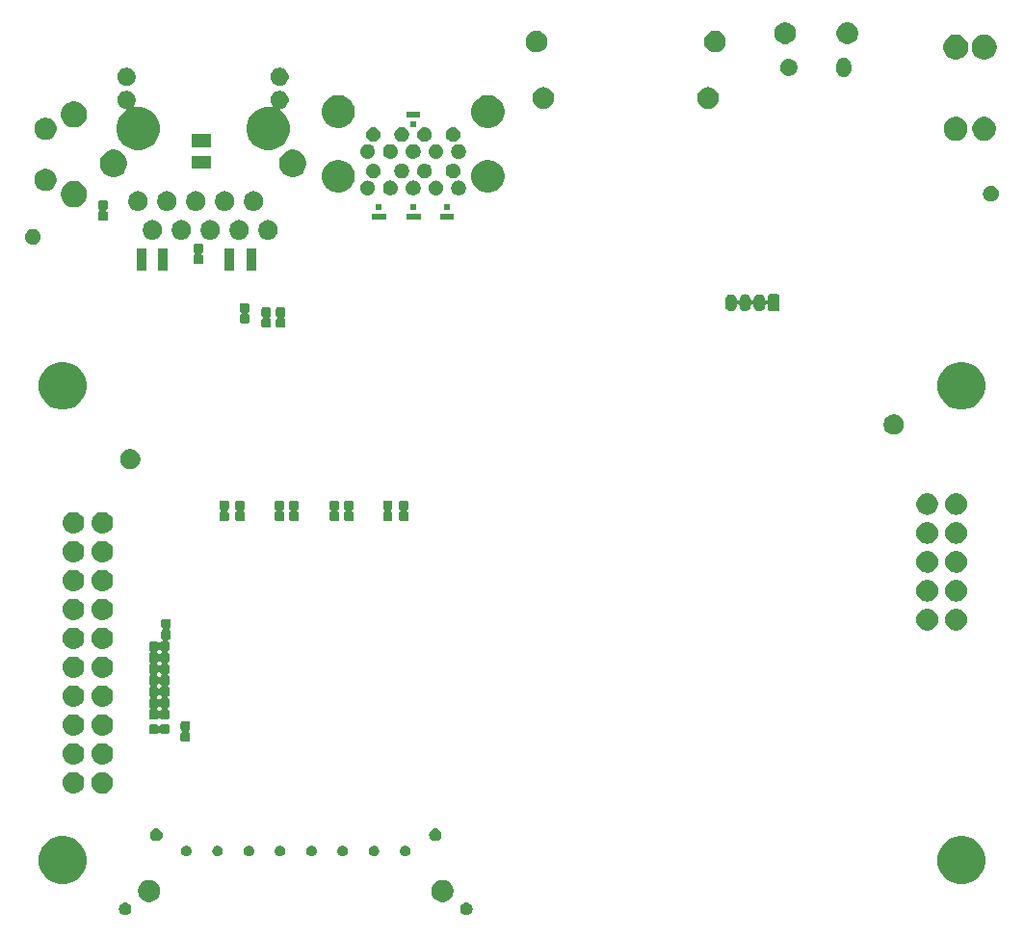
<source format=gbs>
G04 #@! TF.GenerationSoftware,KiCad,Pcbnew,6.0.0-rc1-unknown-f1b2855~84~ubuntu16.04.1*
G04 #@! TF.CreationDate,2018-10-23T11:27:57+08:00*
G04 #@! TF.ProjectId,ovc2_mobo,6F7663325F6D6F626F2E6B696361645F,rev?*
G04 #@! TF.SameCoordinates,Original*
G04 #@! TF.FileFunction,Soldermask,Bot*
G04 #@! TF.FilePolarity,Negative*
%FSLAX46Y46*%
G04 Gerber Fmt 4.6, Leading zero omitted, Abs format (unit mm)*
G04 Created by KiCad (PCBNEW 6.0.0-rc1-unknown-f1b2855~84~ubuntu16.04.1) date Tue 23 Oct 2018 11:27:57 AM +08*
%MOMM*%
%LPD*%
G01*
G04 APERTURE LIST*
%ADD10C,0.100000*%
G04 APERTURE END LIST*
D10*
G36*
X134161885Y-134049058D02*
X134262892Y-134090896D01*
X134353795Y-134151636D01*
X134431094Y-134228935D01*
X134491834Y-134319838D01*
X134533672Y-134420845D01*
X134555000Y-134528066D01*
X134555000Y-134637394D01*
X134533672Y-134744615D01*
X134491834Y-134845622D01*
X134431094Y-134936525D01*
X134353795Y-135013824D01*
X134262892Y-135074564D01*
X134161885Y-135116402D01*
X134054664Y-135137730D01*
X133945336Y-135137730D01*
X133838115Y-135116402D01*
X133737108Y-135074564D01*
X133646205Y-135013824D01*
X133568906Y-134936525D01*
X133508166Y-134845622D01*
X133466328Y-134744615D01*
X133445000Y-134637394D01*
X133445000Y-134528066D01*
X133466328Y-134420845D01*
X133508166Y-134319838D01*
X133568906Y-134228935D01*
X133646205Y-134151636D01*
X133737108Y-134090896D01*
X133838115Y-134049058D01*
X133945336Y-134027730D01*
X134054664Y-134027730D01*
X134161885Y-134049058D01*
X134161885Y-134049058D01*
G37*
G36*
X104161885Y-134049058D02*
X104262892Y-134090896D01*
X104353795Y-134151636D01*
X104431094Y-134228935D01*
X104491834Y-134319838D01*
X104533672Y-134420845D01*
X104555000Y-134528066D01*
X104555000Y-134637394D01*
X104533672Y-134744615D01*
X104491834Y-134845622D01*
X104431094Y-134936525D01*
X104353795Y-135013824D01*
X104262892Y-135074564D01*
X104161885Y-135116402D01*
X104054664Y-135137730D01*
X103945336Y-135137730D01*
X103838115Y-135116402D01*
X103737108Y-135074564D01*
X103646205Y-135013824D01*
X103568906Y-134936525D01*
X103508166Y-134845622D01*
X103466328Y-134744615D01*
X103445000Y-134637394D01*
X103445000Y-134528066D01*
X103466328Y-134420845D01*
X103508166Y-134319838D01*
X103568906Y-134228935D01*
X103646205Y-134151636D01*
X103737108Y-134090896D01*
X103838115Y-134049058D01*
X103945336Y-134027730D01*
X104054664Y-134027730D01*
X104161885Y-134049058D01*
X104161885Y-134049058D01*
G37*
G36*
X132184397Y-132075198D02*
X132361836Y-132148696D01*
X132521527Y-132255398D01*
X132657332Y-132391203D01*
X132764034Y-132550894D01*
X132837532Y-132728333D01*
X132875000Y-132916701D01*
X132875000Y-133108759D01*
X132837532Y-133297127D01*
X132764034Y-133474566D01*
X132657332Y-133634257D01*
X132521527Y-133770062D01*
X132361836Y-133876764D01*
X132184397Y-133950262D01*
X131996029Y-133987730D01*
X131803971Y-133987730D01*
X131615603Y-133950262D01*
X131438164Y-133876764D01*
X131278473Y-133770062D01*
X131142668Y-133634257D01*
X131035966Y-133474566D01*
X130962468Y-133297127D01*
X130925000Y-133108759D01*
X130925000Y-132916701D01*
X130962468Y-132728333D01*
X131035966Y-132550894D01*
X131142668Y-132391203D01*
X131278473Y-132255398D01*
X131438164Y-132148696D01*
X131615603Y-132075198D01*
X131803971Y-132037730D01*
X131996029Y-132037730D01*
X132184397Y-132075198D01*
X132184397Y-132075198D01*
G37*
G36*
X106384397Y-132075198D02*
X106561836Y-132148696D01*
X106721527Y-132255398D01*
X106857332Y-132391203D01*
X106964034Y-132550894D01*
X107037532Y-132728333D01*
X107075000Y-132916701D01*
X107075000Y-133108759D01*
X107037532Y-133297127D01*
X106964034Y-133474566D01*
X106857332Y-133634257D01*
X106721527Y-133770062D01*
X106561836Y-133876764D01*
X106384397Y-133950262D01*
X106196029Y-133987730D01*
X106003971Y-133987730D01*
X105815603Y-133950262D01*
X105638164Y-133876764D01*
X105478473Y-133770062D01*
X105342668Y-133634257D01*
X105235966Y-133474566D01*
X105162468Y-133297127D01*
X105125000Y-133108759D01*
X105125000Y-132916701D01*
X105162468Y-132728333D01*
X105235966Y-132550894D01*
X105342668Y-132391203D01*
X105478473Y-132255398D01*
X105638164Y-132148696D01*
X105815603Y-132075198D01*
X106003971Y-132037730D01*
X106196029Y-132037730D01*
X106384397Y-132075198D01*
X106384397Y-132075198D01*
G37*
G36*
X178112547Y-128300701D02*
X178494722Y-128459003D01*
X178494723Y-128459004D01*
X178838672Y-128688823D01*
X179131177Y-128981328D01*
X179228205Y-129126541D01*
X179360997Y-129325278D01*
X179519299Y-129707453D01*
X179600000Y-130113167D01*
X179600000Y-130526833D01*
X179519299Y-130932547D01*
X179360997Y-131314722D01*
X179360996Y-131314723D01*
X179131177Y-131658672D01*
X178838672Y-131951177D01*
X178609373Y-132104390D01*
X178494722Y-132180997D01*
X178112547Y-132339299D01*
X177706833Y-132420000D01*
X177293167Y-132420000D01*
X176887453Y-132339299D01*
X176505278Y-132180997D01*
X176390627Y-132104390D01*
X176161328Y-131951177D01*
X175868823Y-131658672D01*
X175639004Y-131314723D01*
X175639003Y-131314722D01*
X175480701Y-130932547D01*
X175400000Y-130526833D01*
X175400000Y-130113167D01*
X175480701Y-129707453D01*
X175639003Y-129325278D01*
X175771795Y-129126541D01*
X175868823Y-128981328D01*
X176161328Y-128688823D01*
X176505277Y-128459004D01*
X176505278Y-128459003D01*
X176887453Y-128300701D01*
X177293167Y-128220000D01*
X177706833Y-128220000D01*
X178112547Y-128300701D01*
X178112547Y-128300701D01*
G37*
G36*
X99112547Y-128300701D02*
X99494722Y-128459003D01*
X99494723Y-128459004D01*
X99838672Y-128688823D01*
X100131177Y-128981328D01*
X100228205Y-129126541D01*
X100360997Y-129325278D01*
X100519299Y-129707453D01*
X100600000Y-130113167D01*
X100600000Y-130526833D01*
X100519299Y-130932547D01*
X100360997Y-131314722D01*
X100360996Y-131314723D01*
X100131177Y-131658672D01*
X99838672Y-131951177D01*
X99609373Y-132104390D01*
X99494722Y-132180997D01*
X99112547Y-132339299D01*
X98706833Y-132420000D01*
X98293167Y-132420000D01*
X97887453Y-132339299D01*
X97505278Y-132180997D01*
X97390627Y-132104390D01*
X97161328Y-131951177D01*
X96868823Y-131658672D01*
X96639004Y-131314723D01*
X96639003Y-131314722D01*
X96480701Y-130932547D01*
X96400000Y-130526833D01*
X96400000Y-130113167D01*
X96480701Y-129707453D01*
X96639003Y-129325278D01*
X96771795Y-129126541D01*
X96868823Y-128981328D01*
X97161328Y-128688823D01*
X97505277Y-128459004D01*
X97505278Y-128459003D01*
X97887453Y-128300701D01*
X98293167Y-128220000D01*
X98706833Y-128220000D01*
X99112547Y-128300701D01*
X99112547Y-128300701D01*
G37*
G36*
X120510633Y-129040599D02*
X120510635Y-129040600D01*
X120510636Y-129040600D01*
X120595260Y-129075652D01*
X120595261Y-129075653D01*
X120671423Y-129126543D01*
X120736187Y-129191307D01*
X120736189Y-129191310D01*
X120787078Y-129267470D01*
X120822130Y-129352094D01*
X120840000Y-129441931D01*
X120840000Y-129533529D01*
X120822130Y-129623366D01*
X120787078Y-129707990D01*
X120787077Y-129707991D01*
X120736187Y-129784153D01*
X120671423Y-129848917D01*
X120671420Y-129848919D01*
X120595260Y-129899808D01*
X120510636Y-129934860D01*
X120510635Y-129934860D01*
X120510633Y-129934861D01*
X120420800Y-129952730D01*
X120329200Y-129952730D01*
X120239367Y-129934861D01*
X120239365Y-129934860D01*
X120239364Y-129934860D01*
X120154740Y-129899808D01*
X120078580Y-129848919D01*
X120078577Y-129848917D01*
X120013813Y-129784153D01*
X119962923Y-129707991D01*
X119962922Y-129707990D01*
X119927870Y-129623366D01*
X119910000Y-129533529D01*
X119910000Y-129441931D01*
X119927870Y-129352094D01*
X119962922Y-129267470D01*
X120013811Y-129191310D01*
X120013813Y-129191307D01*
X120078577Y-129126543D01*
X120154739Y-129075653D01*
X120154740Y-129075652D01*
X120239364Y-129040600D01*
X120239365Y-129040600D01*
X120239367Y-129040599D01*
X120329200Y-129022730D01*
X120420800Y-129022730D01*
X120510633Y-129040599D01*
X120510633Y-129040599D01*
G37*
G36*
X128760633Y-129040599D02*
X128760635Y-129040600D01*
X128760636Y-129040600D01*
X128845260Y-129075652D01*
X128845261Y-129075653D01*
X128921423Y-129126543D01*
X128986187Y-129191307D01*
X128986189Y-129191310D01*
X129037078Y-129267470D01*
X129072130Y-129352094D01*
X129090000Y-129441931D01*
X129090000Y-129533529D01*
X129072130Y-129623366D01*
X129037078Y-129707990D01*
X129037077Y-129707991D01*
X128986187Y-129784153D01*
X128921423Y-129848917D01*
X128921420Y-129848919D01*
X128845260Y-129899808D01*
X128760636Y-129934860D01*
X128760635Y-129934860D01*
X128760633Y-129934861D01*
X128670800Y-129952730D01*
X128579200Y-129952730D01*
X128489367Y-129934861D01*
X128489365Y-129934860D01*
X128489364Y-129934860D01*
X128404740Y-129899808D01*
X128328580Y-129848919D01*
X128328577Y-129848917D01*
X128263813Y-129784153D01*
X128212923Y-129707991D01*
X128212922Y-129707990D01*
X128177870Y-129623366D01*
X128160000Y-129533529D01*
X128160000Y-129441931D01*
X128177870Y-129352094D01*
X128212922Y-129267470D01*
X128263811Y-129191310D01*
X128263813Y-129191307D01*
X128328577Y-129126543D01*
X128404739Y-129075653D01*
X128404740Y-129075652D01*
X128489364Y-129040600D01*
X128489365Y-129040600D01*
X128489367Y-129040599D01*
X128579200Y-129022730D01*
X128670800Y-129022730D01*
X128760633Y-129040599D01*
X128760633Y-129040599D01*
G37*
G36*
X123260633Y-129040599D02*
X123260635Y-129040600D01*
X123260636Y-129040600D01*
X123345260Y-129075652D01*
X123345261Y-129075653D01*
X123421423Y-129126543D01*
X123486187Y-129191307D01*
X123486189Y-129191310D01*
X123537078Y-129267470D01*
X123572130Y-129352094D01*
X123590000Y-129441931D01*
X123590000Y-129533529D01*
X123572130Y-129623366D01*
X123537078Y-129707990D01*
X123537077Y-129707991D01*
X123486187Y-129784153D01*
X123421423Y-129848917D01*
X123421420Y-129848919D01*
X123345260Y-129899808D01*
X123260636Y-129934860D01*
X123260635Y-129934860D01*
X123260633Y-129934861D01*
X123170800Y-129952730D01*
X123079200Y-129952730D01*
X122989367Y-129934861D01*
X122989365Y-129934860D01*
X122989364Y-129934860D01*
X122904740Y-129899808D01*
X122828580Y-129848919D01*
X122828577Y-129848917D01*
X122763813Y-129784153D01*
X122712923Y-129707991D01*
X122712922Y-129707990D01*
X122677870Y-129623366D01*
X122660000Y-129533529D01*
X122660000Y-129441931D01*
X122677870Y-129352094D01*
X122712922Y-129267470D01*
X122763811Y-129191310D01*
X122763813Y-129191307D01*
X122828577Y-129126543D01*
X122904739Y-129075653D01*
X122904740Y-129075652D01*
X122989364Y-129040600D01*
X122989365Y-129040600D01*
X122989367Y-129040599D01*
X123079200Y-129022730D01*
X123170800Y-129022730D01*
X123260633Y-129040599D01*
X123260633Y-129040599D01*
G37*
G36*
X117760633Y-129040599D02*
X117760635Y-129040600D01*
X117760636Y-129040600D01*
X117845260Y-129075652D01*
X117845261Y-129075653D01*
X117921423Y-129126543D01*
X117986187Y-129191307D01*
X117986189Y-129191310D01*
X118037078Y-129267470D01*
X118072130Y-129352094D01*
X118090000Y-129441931D01*
X118090000Y-129533529D01*
X118072130Y-129623366D01*
X118037078Y-129707990D01*
X118037077Y-129707991D01*
X117986187Y-129784153D01*
X117921423Y-129848917D01*
X117921420Y-129848919D01*
X117845260Y-129899808D01*
X117760636Y-129934860D01*
X117760635Y-129934860D01*
X117760633Y-129934861D01*
X117670800Y-129952730D01*
X117579200Y-129952730D01*
X117489367Y-129934861D01*
X117489365Y-129934860D01*
X117489364Y-129934860D01*
X117404740Y-129899808D01*
X117328580Y-129848919D01*
X117328577Y-129848917D01*
X117263813Y-129784153D01*
X117212923Y-129707991D01*
X117212922Y-129707990D01*
X117177870Y-129623366D01*
X117160000Y-129533529D01*
X117160000Y-129441931D01*
X117177870Y-129352094D01*
X117212922Y-129267470D01*
X117263811Y-129191310D01*
X117263813Y-129191307D01*
X117328577Y-129126543D01*
X117404739Y-129075653D01*
X117404740Y-129075652D01*
X117489364Y-129040600D01*
X117489365Y-129040600D01*
X117489367Y-129040599D01*
X117579200Y-129022730D01*
X117670800Y-129022730D01*
X117760633Y-129040599D01*
X117760633Y-129040599D01*
G37*
G36*
X115010633Y-129040599D02*
X115010635Y-129040600D01*
X115010636Y-129040600D01*
X115095260Y-129075652D01*
X115095261Y-129075653D01*
X115171423Y-129126543D01*
X115236187Y-129191307D01*
X115236189Y-129191310D01*
X115287078Y-129267470D01*
X115322130Y-129352094D01*
X115340000Y-129441931D01*
X115340000Y-129533529D01*
X115322130Y-129623366D01*
X115287078Y-129707990D01*
X115287077Y-129707991D01*
X115236187Y-129784153D01*
X115171423Y-129848917D01*
X115171420Y-129848919D01*
X115095260Y-129899808D01*
X115010636Y-129934860D01*
X115010635Y-129934860D01*
X115010633Y-129934861D01*
X114920800Y-129952730D01*
X114829200Y-129952730D01*
X114739367Y-129934861D01*
X114739365Y-129934860D01*
X114739364Y-129934860D01*
X114654740Y-129899808D01*
X114578580Y-129848919D01*
X114578577Y-129848917D01*
X114513813Y-129784153D01*
X114462923Y-129707991D01*
X114462922Y-129707990D01*
X114427870Y-129623366D01*
X114410000Y-129533529D01*
X114410000Y-129441931D01*
X114427870Y-129352094D01*
X114462922Y-129267470D01*
X114513811Y-129191310D01*
X114513813Y-129191307D01*
X114578577Y-129126543D01*
X114654739Y-129075653D01*
X114654740Y-129075652D01*
X114739364Y-129040600D01*
X114739365Y-129040600D01*
X114739367Y-129040599D01*
X114829200Y-129022730D01*
X114920800Y-129022730D01*
X115010633Y-129040599D01*
X115010633Y-129040599D01*
G37*
G36*
X112260633Y-129040599D02*
X112260635Y-129040600D01*
X112260636Y-129040600D01*
X112345260Y-129075652D01*
X112345261Y-129075653D01*
X112421423Y-129126543D01*
X112486187Y-129191307D01*
X112486189Y-129191310D01*
X112537078Y-129267470D01*
X112572130Y-129352094D01*
X112590000Y-129441931D01*
X112590000Y-129533529D01*
X112572130Y-129623366D01*
X112537078Y-129707990D01*
X112537077Y-129707991D01*
X112486187Y-129784153D01*
X112421423Y-129848917D01*
X112421420Y-129848919D01*
X112345260Y-129899808D01*
X112260636Y-129934860D01*
X112260635Y-129934860D01*
X112260633Y-129934861D01*
X112170800Y-129952730D01*
X112079200Y-129952730D01*
X111989367Y-129934861D01*
X111989365Y-129934860D01*
X111989364Y-129934860D01*
X111904740Y-129899808D01*
X111828580Y-129848919D01*
X111828577Y-129848917D01*
X111763813Y-129784153D01*
X111712923Y-129707991D01*
X111712922Y-129707990D01*
X111677870Y-129623366D01*
X111660000Y-129533529D01*
X111660000Y-129441931D01*
X111677870Y-129352094D01*
X111712922Y-129267470D01*
X111763811Y-129191310D01*
X111763813Y-129191307D01*
X111828577Y-129126543D01*
X111904739Y-129075653D01*
X111904740Y-129075652D01*
X111989364Y-129040600D01*
X111989365Y-129040600D01*
X111989367Y-129040599D01*
X112079200Y-129022730D01*
X112170800Y-129022730D01*
X112260633Y-129040599D01*
X112260633Y-129040599D01*
G37*
G36*
X109510633Y-129040599D02*
X109510635Y-129040600D01*
X109510636Y-129040600D01*
X109595260Y-129075652D01*
X109595261Y-129075653D01*
X109671423Y-129126543D01*
X109736187Y-129191307D01*
X109736189Y-129191310D01*
X109787078Y-129267470D01*
X109822130Y-129352094D01*
X109840000Y-129441931D01*
X109840000Y-129533529D01*
X109822130Y-129623366D01*
X109787078Y-129707990D01*
X109787077Y-129707991D01*
X109736187Y-129784153D01*
X109671423Y-129848917D01*
X109671420Y-129848919D01*
X109595260Y-129899808D01*
X109510636Y-129934860D01*
X109510635Y-129934860D01*
X109510633Y-129934861D01*
X109420800Y-129952730D01*
X109329200Y-129952730D01*
X109239367Y-129934861D01*
X109239365Y-129934860D01*
X109239364Y-129934860D01*
X109154740Y-129899808D01*
X109078580Y-129848919D01*
X109078577Y-129848917D01*
X109013813Y-129784153D01*
X108962923Y-129707991D01*
X108962922Y-129707990D01*
X108927870Y-129623366D01*
X108910000Y-129533529D01*
X108910000Y-129441931D01*
X108927870Y-129352094D01*
X108962922Y-129267470D01*
X109013811Y-129191310D01*
X109013813Y-129191307D01*
X109078577Y-129126543D01*
X109154739Y-129075653D01*
X109154740Y-129075652D01*
X109239364Y-129040600D01*
X109239365Y-129040600D01*
X109239367Y-129040599D01*
X109329200Y-129022730D01*
X109420800Y-129022730D01*
X109510633Y-129040599D01*
X109510633Y-129040599D01*
G37*
G36*
X126010633Y-129040599D02*
X126010635Y-129040600D01*
X126010636Y-129040600D01*
X126095260Y-129075652D01*
X126095261Y-129075653D01*
X126171423Y-129126543D01*
X126236187Y-129191307D01*
X126236189Y-129191310D01*
X126287078Y-129267470D01*
X126322130Y-129352094D01*
X126340000Y-129441931D01*
X126340000Y-129533529D01*
X126322130Y-129623366D01*
X126287078Y-129707990D01*
X126287077Y-129707991D01*
X126236187Y-129784153D01*
X126171423Y-129848917D01*
X126171420Y-129848919D01*
X126095260Y-129899808D01*
X126010636Y-129934860D01*
X126010635Y-129934860D01*
X126010633Y-129934861D01*
X125920800Y-129952730D01*
X125829200Y-129952730D01*
X125739367Y-129934861D01*
X125739365Y-129934860D01*
X125739364Y-129934860D01*
X125654740Y-129899808D01*
X125578580Y-129848919D01*
X125578577Y-129848917D01*
X125513813Y-129784153D01*
X125462923Y-129707991D01*
X125462922Y-129707990D01*
X125427870Y-129623366D01*
X125410000Y-129533529D01*
X125410000Y-129441931D01*
X125427870Y-129352094D01*
X125462922Y-129267470D01*
X125513811Y-129191310D01*
X125513813Y-129191307D01*
X125578577Y-129126543D01*
X125654739Y-129075653D01*
X125654740Y-129075652D01*
X125739364Y-129040600D01*
X125739365Y-129040600D01*
X125739367Y-129040599D01*
X125829200Y-129022730D01*
X125920800Y-129022730D01*
X126010633Y-129040599D01*
X126010633Y-129040599D01*
G37*
G36*
X106901885Y-127539058D02*
X107002892Y-127580896D01*
X107093795Y-127641636D01*
X107171094Y-127718935D01*
X107231834Y-127809838D01*
X107273672Y-127910845D01*
X107295000Y-128018066D01*
X107295000Y-128127394D01*
X107273672Y-128234615D01*
X107231834Y-128335622D01*
X107171094Y-128426525D01*
X107093795Y-128503824D01*
X107002892Y-128564564D01*
X106901885Y-128606402D01*
X106794664Y-128627730D01*
X106685336Y-128627730D01*
X106578115Y-128606402D01*
X106477108Y-128564564D01*
X106386205Y-128503824D01*
X106308906Y-128426525D01*
X106248166Y-128335622D01*
X106206328Y-128234615D01*
X106185000Y-128127394D01*
X106185000Y-128018066D01*
X106206328Y-127910845D01*
X106248166Y-127809838D01*
X106308906Y-127718935D01*
X106386205Y-127641636D01*
X106477108Y-127580896D01*
X106578115Y-127539058D01*
X106685336Y-127517730D01*
X106794664Y-127517730D01*
X106901885Y-127539058D01*
X106901885Y-127539058D01*
G37*
G36*
X131421885Y-127539058D02*
X131522892Y-127580896D01*
X131613795Y-127641636D01*
X131691094Y-127718935D01*
X131751834Y-127809838D01*
X131793672Y-127910845D01*
X131815000Y-128018066D01*
X131815000Y-128127394D01*
X131793672Y-128234615D01*
X131751834Y-128335622D01*
X131691094Y-128426525D01*
X131613795Y-128503824D01*
X131522892Y-128564564D01*
X131421885Y-128606402D01*
X131314664Y-128627730D01*
X131205336Y-128627730D01*
X131098115Y-128606402D01*
X130997108Y-128564564D01*
X130906205Y-128503824D01*
X130828906Y-128426525D01*
X130768166Y-128335622D01*
X130726328Y-128234615D01*
X130705000Y-128127394D01*
X130705000Y-128018066D01*
X130726328Y-127910845D01*
X130768166Y-127809838D01*
X130828906Y-127718935D01*
X130906205Y-127641636D01*
X130997108Y-127580896D01*
X131098115Y-127539058D01*
X131205336Y-127517730D01*
X131314664Y-127517730D01*
X131421885Y-127539058D01*
X131421885Y-127539058D01*
G37*
G36*
X102139452Y-122559127D02*
X102277105Y-122586508D01*
X102449994Y-122658121D01*
X102605590Y-122762087D01*
X102737913Y-122894410D01*
X102841879Y-123050006D01*
X102913492Y-123222895D01*
X102950000Y-123406433D01*
X102950000Y-123593567D01*
X102913492Y-123777105D01*
X102841879Y-123949994D01*
X102737913Y-124105590D01*
X102605590Y-124237913D01*
X102449994Y-124341879D01*
X102277105Y-124413492D01*
X102139451Y-124440873D01*
X102093568Y-124450000D01*
X101906432Y-124450000D01*
X101860549Y-124440873D01*
X101722895Y-124413492D01*
X101550006Y-124341879D01*
X101394410Y-124237913D01*
X101262087Y-124105590D01*
X101158121Y-123949994D01*
X101086508Y-123777105D01*
X101050000Y-123593567D01*
X101050000Y-123406433D01*
X101086508Y-123222895D01*
X101158121Y-123050006D01*
X101262087Y-122894410D01*
X101394410Y-122762087D01*
X101550006Y-122658121D01*
X101722895Y-122586508D01*
X101860548Y-122559127D01*
X101906432Y-122550000D01*
X102093568Y-122550000D01*
X102139452Y-122559127D01*
X102139452Y-122559127D01*
G37*
G36*
X99646232Y-122563746D02*
X99721268Y-122586508D01*
X99825309Y-122618068D01*
X99990347Y-122706283D01*
X100135001Y-122824999D01*
X100253717Y-122969653D01*
X100341932Y-123134691D01*
X100396254Y-123313769D01*
X100414596Y-123500000D01*
X100396254Y-123686231D01*
X100341932Y-123865309D01*
X100253717Y-124030347D01*
X100135001Y-124175001D01*
X99990347Y-124293717D01*
X99825309Y-124381932D01*
X99735770Y-124409093D01*
X99646232Y-124436254D01*
X99506666Y-124450000D01*
X99413334Y-124450000D01*
X99273768Y-124436254D01*
X99184230Y-124409093D01*
X99094691Y-124381932D01*
X98929653Y-124293717D01*
X98784999Y-124175001D01*
X98666283Y-124030347D01*
X98578068Y-123865309D01*
X98523746Y-123686231D01*
X98505404Y-123500000D01*
X98523746Y-123313769D01*
X98578068Y-123134691D01*
X98666283Y-122969653D01*
X98784999Y-122824999D01*
X98929653Y-122706283D01*
X99094691Y-122618068D01*
X99198732Y-122586508D01*
X99273768Y-122563746D01*
X99413334Y-122550000D01*
X99506666Y-122550000D01*
X99646232Y-122563746D01*
X99646232Y-122563746D01*
G37*
G36*
X99576448Y-120016873D02*
X99646232Y-120023746D01*
X99735770Y-120050907D01*
X99825309Y-120078068D01*
X99990347Y-120166283D01*
X100135001Y-120284999D01*
X100253717Y-120429653D01*
X100341932Y-120594691D01*
X100396254Y-120773769D01*
X100414596Y-120960000D01*
X100396254Y-121146231D01*
X100341932Y-121325309D01*
X100253717Y-121490347D01*
X100135001Y-121635001D01*
X99990347Y-121753717D01*
X99825309Y-121841932D01*
X99735770Y-121869093D01*
X99646232Y-121896254D01*
X99576448Y-121903127D01*
X99506666Y-121910000D01*
X99413334Y-121910000D01*
X99343552Y-121903127D01*
X99273768Y-121896254D01*
X99184230Y-121869093D01*
X99094691Y-121841932D01*
X98929653Y-121753717D01*
X98784999Y-121635001D01*
X98666283Y-121490347D01*
X98578068Y-121325309D01*
X98523746Y-121146231D01*
X98505404Y-120960000D01*
X98523746Y-120773769D01*
X98578068Y-120594691D01*
X98666283Y-120429653D01*
X98784999Y-120284999D01*
X98929653Y-120166283D01*
X99094691Y-120078068D01*
X99184230Y-120050907D01*
X99273768Y-120023746D01*
X99343552Y-120016873D01*
X99413334Y-120010000D01*
X99506666Y-120010000D01*
X99576448Y-120016873D01*
X99576448Y-120016873D01*
G37*
G36*
X102116448Y-120016873D02*
X102186232Y-120023746D01*
X102275770Y-120050907D01*
X102365309Y-120078068D01*
X102530347Y-120166283D01*
X102675001Y-120284999D01*
X102793717Y-120429653D01*
X102881932Y-120594691D01*
X102936254Y-120773769D01*
X102954596Y-120960000D01*
X102936254Y-121146231D01*
X102881932Y-121325309D01*
X102793717Y-121490347D01*
X102675001Y-121635001D01*
X102530347Y-121753717D01*
X102365309Y-121841932D01*
X102275770Y-121869093D01*
X102186232Y-121896254D01*
X102116448Y-121903127D01*
X102046666Y-121910000D01*
X101953334Y-121910000D01*
X101883552Y-121903127D01*
X101813768Y-121896254D01*
X101724230Y-121869093D01*
X101634691Y-121841932D01*
X101469653Y-121753717D01*
X101324999Y-121635001D01*
X101206283Y-121490347D01*
X101118068Y-121325309D01*
X101063746Y-121146231D01*
X101045404Y-120960000D01*
X101063746Y-120773769D01*
X101118068Y-120594691D01*
X101206283Y-120429653D01*
X101324999Y-120284999D01*
X101469653Y-120166283D01*
X101634691Y-120078068D01*
X101724230Y-120050907D01*
X101813768Y-120023746D01*
X101883552Y-120016873D01*
X101953334Y-120010000D01*
X102046666Y-120010000D01*
X102116448Y-120016873D01*
X102116448Y-120016873D01*
G37*
G36*
X109611219Y-118123187D02*
X109636433Y-118130835D01*
X109659665Y-118143254D01*
X109680032Y-118159968D01*
X109696746Y-118180335D01*
X109709165Y-118203567D01*
X109716813Y-118228781D01*
X109720000Y-118261141D01*
X109720000Y-118768859D01*
X109716813Y-118801219D01*
X109709165Y-118826433D01*
X109696746Y-118849665D01*
X109680032Y-118870032D01*
X109659667Y-118886745D01*
X109654026Y-118889760D01*
X109633651Y-118903374D01*
X109616324Y-118920702D01*
X109602710Y-118941076D01*
X109593333Y-118963715D01*
X109588553Y-118987749D01*
X109588553Y-119012253D01*
X109593334Y-119036287D01*
X109602711Y-119058925D01*
X109616325Y-119079300D01*
X109633653Y-119096627D01*
X109654026Y-119110240D01*
X109659667Y-119113255D01*
X109680032Y-119129968D01*
X109696746Y-119150335D01*
X109709165Y-119173567D01*
X109716813Y-119198781D01*
X109720000Y-119231141D01*
X109720000Y-119738859D01*
X109716813Y-119771219D01*
X109709165Y-119796433D01*
X109696746Y-119819665D01*
X109680032Y-119840032D01*
X109659665Y-119856746D01*
X109636433Y-119869165D01*
X109611219Y-119876813D01*
X109578859Y-119880000D01*
X109021141Y-119880000D01*
X108988781Y-119876813D01*
X108963567Y-119869165D01*
X108940335Y-119856746D01*
X108919968Y-119840032D01*
X108903254Y-119819665D01*
X108890835Y-119796433D01*
X108883187Y-119771219D01*
X108880000Y-119738859D01*
X108880000Y-119231141D01*
X108883187Y-119198781D01*
X108890835Y-119173567D01*
X108903254Y-119150335D01*
X108919968Y-119129968D01*
X108940333Y-119113255D01*
X108945974Y-119110240D01*
X108966349Y-119096626D01*
X108983676Y-119079298D01*
X108997290Y-119058924D01*
X109006667Y-119036285D01*
X109011447Y-119012251D01*
X109011447Y-118987747D01*
X109006666Y-118963713D01*
X108997289Y-118941075D01*
X108983675Y-118920700D01*
X108966347Y-118903373D01*
X108945974Y-118889760D01*
X108940333Y-118886745D01*
X108919968Y-118870032D01*
X108903254Y-118849665D01*
X108890835Y-118826433D01*
X108883187Y-118801219D01*
X108880000Y-118768859D01*
X108880000Y-118261141D01*
X108883187Y-118228781D01*
X108890835Y-118203567D01*
X108903254Y-118180335D01*
X108919968Y-118159968D01*
X108940335Y-118143254D01*
X108963567Y-118130835D01*
X108988781Y-118123187D01*
X109021141Y-118120000D01*
X109578859Y-118120000D01*
X109611219Y-118123187D01*
X109611219Y-118123187D01*
G37*
G36*
X99646232Y-117483746D02*
X99735770Y-117510907D01*
X99825309Y-117538068D01*
X99990347Y-117626283D01*
X100135001Y-117744999D01*
X100253717Y-117889653D01*
X100341932Y-118054691D01*
X100341932Y-118054692D01*
X100387093Y-118203567D01*
X100396254Y-118233769D01*
X100414596Y-118420000D01*
X100396254Y-118606231D01*
X100341932Y-118785309D01*
X100253717Y-118950347D01*
X100135001Y-119095001D01*
X99990347Y-119213717D01*
X99825309Y-119301932D01*
X99735770Y-119329093D01*
X99646232Y-119356254D01*
X99506666Y-119370000D01*
X99413334Y-119370000D01*
X99273768Y-119356254D01*
X99184230Y-119329093D01*
X99094691Y-119301932D01*
X98929653Y-119213717D01*
X98784999Y-119095001D01*
X98666283Y-118950347D01*
X98578068Y-118785309D01*
X98523746Y-118606231D01*
X98505404Y-118420000D01*
X98523746Y-118233769D01*
X98532908Y-118203567D01*
X98578068Y-118054692D01*
X98578068Y-118054691D01*
X98666283Y-117889653D01*
X98784999Y-117744999D01*
X98929653Y-117626283D01*
X99094691Y-117538068D01*
X99184230Y-117510907D01*
X99273768Y-117483746D01*
X99413334Y-117470000D01*
X99506666Y-117470000D01*
X99646232Y-117483746D01*
X99646232Y-117483746D01*
G37*
G36*
X102186232Y-117483746D02*
X102275770Y-117510907D01*
X102365309Y-117538068D01*
X102530347Y-117626283D01*
X102675001Y-117744999D01*
X102793717Y-117889653D01*
X102881932Y-118054691D01*
X102881932Y-118054692D01*
X102927093Y-118203567D01*
X102936254Y-118233769D01*
X102954596Y-118420000D01*
X102936254Y-118606231D01*
X102881932Y-118785309D01*
X102793717Y-118950347D01*
X102675001Y-119095001D01*
X102530347Y-119213717D01*
X102365309Y-119301932D01*
X102275770Y-119329093D01*
X102186232Y-119356254D01*
X102046666Y-119370000D01*
X101953334Y-119370000D01*
X101813768Y-119356254D01*
X101724230Y-119329093D01*
X101634691Y-119301932D01*
X101469653Y-119213717D01*
X101324999Y-119095001D01*
X101206283Y-118950347D01*
X101118068Y-118785309D01*
X101063746Y-118606231D01*
X101045404Y-118420000D01*
X101063746Y-118233769D01*
X101072908Y-118203567D01*
X101118068Y-118054692D01*
X101118068Y-118054691D01*
X101206283Y-117889653D01*
X101324999Y-117744999D01*
X101469653Y-117626283D01*
X101634691Y-117538068D01*
X101724230Y-117510907D01*
X101813768Y-117483746D01*
X101953334Y-117470000D01*
X102046666Y-117470000D01*
X102186232Y-117483746D01*
X102186232Y-117483746D01*
G37*
G36*
X106801219Y-118383187D02*
X106826433Y-118390835D01*
X106849665Y-118403254D01*
X106870032Y-118419968D01*
X106886745Y-118440333D01*
X106889760Y-118445974D01*
X106903374Y-118466349D01*
X106920702Y-118483676D01*
X106941076Y-118497290D01*
X106963715Y-118506667D01*
X106987749Y-118511447D01*
X107012253Y-118511447D01*
X107036287Y-118506666D01*
X107058925Y-118497289D01*
X107079300Y-118483675D01*
X107096627Y-118466347D01*
X107110240Y-118445974D01*
X107113255Y-118440333D01*
X107129968Y-118419968D01*
X107150335Y-118403254D01*
X107173567Y-118390835D01*
X107198781Y-118383187D01*
X107231141Y-118380000D01*
X107738859Y-118380000D01*
X107771219Y-118383187D01*
X107796433Y-118390835D01*
X107819665Y-118403254D01*
X107840032Y-118419968D01*
X107856746Y-118440335D01*
X107869165Y-118463567D01*
X107876813Y-118488781D01*
X107880000Y-118521141D01*
X107880000Y-119078859D01*
X107876813Y-119111219D01*
X107869165Y-119136433D01*
X107856746Y-119159665D01*
X107840032Y-119180032D01*
X107819665Y-119196746D01*
X107796433Y-119209165D01*
X107771219Y-119216813D01*
X107738859Y-119220000D01*
X107231141Y-119220000D01*
X107198781Y-119216813D01*
X107173567Y-119209165D01*
X107150335Y-119196746D01*
X107129968Y-119180032D01*
X107113255Y-119159667D01*
X107110240Y-119154026D01*
X107096626Y-119133651D01*
X107079298Y-119116324D01*
X107058924Y-119102710D01*
X107036285Y-119093333D01*
X107012251Y-119088553D01*
X106987747Y-119088553D01*
X106963713Y-119093334D01*
X106941075Y-119102711D01*
X106920700Y-119116325D01*
X106903373Y-119133653D01*
X106889760Y-119154026D01*
X106886745Y-119159667D01*
X106870032Y-119180032D01*
X106849665Y-119196746D01*
X106826433Y-119209165D01*
X106801219Y-119216813D01*
X106768859Y-119220000D01*
X106261141Y-119220000D01*
X106228781Y-119216813D01*
X106203567Y-119209165D01*
X106180335Y-119196746D01*
X106159968Y-119180032D01*
X106143254Y-119159665D01*
X106130835Y-119136433D01*
X106123187Y-119111219D01*
X106120000Y-119078859D01*
X106120000Y-118521141D01*
X106123187Y-118488781D01*
X106130835Y-118463567D01*
X106143254Y-118440335D01*
X106159968Y-118419968D01*
X106180335Y-118403254D01*
X106203567Y-118390835D01*
X106228781Y-118383187D01*
X106261141Y-118380000D01*
X106768859Y-118380000D01*
X106801219Y-118383187D01*
X106801219Y-118383187D01*
G37*
G36*
X107911219Y-109123187D02*
X107936433Y-109130835D01*
X107959665Y-109143254D01*
X107980032Y-109159968D01*
X107996746Y-109180335D01*
X108009165Y-109203567D01*
X108016813Y-109228781D01*
X108020000Y-109261141D01*
X108020000Y-109768859D01*
X108016813Y-109801219D01*
X108009165Y-109826433D01*
X107996746Y-109849665D01*
X107980032Y-109870032D01*
X107959667Y-109886745D01*
X107954026Y-109889760D01*
X107933651Y-109903374D01*
X107916324Y-109920702D01*
X107902710Y-109941076D01*
X107893333Y-109963715D01*
X107888553Y-109987749D01*
X107888553Y-110012253D01*
X107893334Y-110036287D01*
X107902711Y-110058925D01*
X107916325Y-110079300D01*
X107933653Y-110096627D01*
X107954026Y-110110240D01*
X107959667Y-110113255D01*
X107980032Y-110129968D01*
X107996746Y-110150335D01*
X108009165Y-110173567D01*
X108016813Y-110198781D01*
X108020000Y-110231141D01*
X108020000Y-110738859D01*
X108016813Y-110771219D01*
X108009165Y-110796433D01*
X107996746Y-110819665D01*
X107980032Y-110840032D01*
X107959665Y-110856746D01*
X107936433Y-110869165D01*
X107911219Y-110876813D01*
X107883446Y-110879548D01*
X107859412Y-110884328D01*
X107836773Y-110893706D01*
X107816398Y-110907319D01*
X107799071Y-110924646D01*
X107785457Y-110945021D01*
X107776080Y-110967660D01*
X107771299Y-110991693D01*
X107771299Y-111016197D01*
X107776079Y-111040231D01*
X107785457Y-111062870D01*
X107799070Y-111083245D01*
X107816398Y-111100573D01*
X107840034Y-111119970D01*
X107856746Y-111140335D01*
X107869165Y-111163567D01*
X107876813Y-111188781D01*
X107880000Y-111221141D01*
X107880000Y-111778859D01*
X107876813Y-111811219D01*
X107869165Y-111836433D01*
X107856746Y-111859665D01*
X107840035Y-111880029D01*
X107811590Y-111903372D01*
X107794263Y-111920699D01*
X107780649Y-111941074D01*
X107771271Y-111963713D01*
X107766490Y-111987746D01*
X107766490Y-112012250D01*
X107771270Y-112036284D01*
X107780647Y-112058923D01*
X107794260Y-112079298D01*
X107811590Y-112096628D01*
X107840035Y-112119971D01*
X107856746Y-112140335D01*
X107869165Y-112163567D01*
X107876813Y-112188781D01*
X107880000Y-112221141D01*
X107880000Y-112778859D01*
X107876813Y-112811219D01*
X107869165Y-112836433D01*
X107856746Y-112859665D01*
X107840035Y-112880029D01*
X107811590Y-112903372D01*
X107794263Y-112920699D01*
X107780649Y-112941074D01*
X107771271Y-112963713D01*
X107766490Y-112987746D01*
X107766490Y-113012250D01*
X107771270Y-113036284D01*
X107780647Y-113058923D01*
X107794260Y-113079298D01*
X107811590Y-113096628D01*
X107840035Y-113119971D01*
X107856746Y-113140335D01*
X107869165Y-113163567D01*
X107876813Y-113188781D01*
X107880000Y-113221141D01*
X107880000Y-113778859D01*
X107876813Y-113811219D01*
X107869165Y-113836433D01*
X107856746Y-113859665D01*
X107840035Y-113880029D01*
X107811590Y-113903372D01*
X107794263Y-113920699D01*
X107780649Y-113941074D01*
X107771271Y-113963713D01*
X107766490Y-113987746D01*
X107766490Y-114012250D01*
X107771270Y-114036284D01*
X107780647Y-114058923D01*
X107794260Y-114079298D01*
X107811590Y-114096628D01*
X107840035Y-114119971D01*
X107856746Y-114140335D01*
X107869165Y-114163567D01*
X107876813Y-114188781D01*
X107880000Y-114221141D01*
X107880000Y-114778859D01*
X107876813Y-114811219D01*
X107869165Y-114836433D01*
X107856746Y-114859665D01*
X107840035Y-114880029D01*
X107811590Y-114903372D01*
X107794263Y-114920699D01*
X107780649Y-114941074D01*
X107771271Y-114963713D01*
X107766490Y-114987746D01*
X107766490Y-115012250D01*
X107771270Y-115036284D01*
X107780647Y-115058923D01*
X107794260Y-115079298D01*
X107811590Y-115096628D01*
X107840035Y-115119971D01*
X107856746Y-115140335D01*
X107869165Y-115163567D01*
X107876813Y-115188781D01*
X107880000Y-115221141D01*
X107880000Y-115778859D01*
X107876813Y-115811219D01*
X107869165Y-115836433D01*
X107856746Y-115859665D01*
X107840035Y-115880029D01*
X107811590Y-115903372D01*
X107794263Y-115920699D01*
X107780649Y-115941074D01*
X107771271Y-115963713D01*
X107766490Y-115987746D01*
X107766490Y-116012250D01*
X107771270Y-116036284D01*
X107780647Y-116058923D01*
X107794260Y-116079298D01*
X107811590Y-116096628D01*
X107840035Y-116119971D01*
X107856746Y-116140335D01*
X107869165Y-116163567D01*
X107876813Y-116188781D01*
X107880000Y-116221141D01*
X107880000Y-116778859D01*
X107876813Y-116811219D01*
X107869165Y-116836433D01*
X107856746Y-116859665D01*
X107840035Y-116880029D01*
X107811590Y-116903372D01*
X107794263Y-116920699D01*
X107780649Y-116941074D01*
X107771271Y-116963713D01*
X107766490Y-116987746D01*
X107766490Y-117012250D01*
X107771270Y-117036284D01*
X107780647Y-117058923D01*
X107794260Y-117079298D01*
X107811590Y-117096628D01*
X107840035Y-117119971D01*
X107856746Y-117140335D01*
X107869165Y-117163567D01*
X107876813Y-117188781D01*
X107880000Y-117221141D01*
X107880000Y-117778859D01*
X107876813Y-117811219D01*
X107869165Y-117836433D01*
X107856746Y-117859665D01*
X107840032Y-117880032D01*
X107819665Y-117896746D01*
X107796433Y-117909165D01*
X107771219Y-117916813D01*
X107738859Y-117920000D01*
X107231141Y-117920000D01*
X107198781Y-117916813D01*
X107173567Y-117909165D01*
X107150335Y-117896746D01*
X107129968Y-117880032D01*
X107113255Y-117859667D01*
X107110240Y-117854026D01*
X107096626Y-117833651D01*
X107079298Y-117816324D01*
X107058924Y-117802710D01*
X107036285Y-117793333D01*
X107012251Y-117788553D01*
X106987747Y-117788553D01*
X106963713Y-117793334D01*
X106941075Y-117802711D01*
X106920700Y-117816325D01*
X106903373Y-117833653D01*
X106889760Y-117854026D01*
X106886745Y-117859667D01*
X106870032Y-117880032D01*
X106849665Y-117896746D01*
X106826433Y-117909165D01*
X106801219Y-117916813D01*
X106768859Y-117920000D01*
X106261141Y-117920000D01*
X106228781Y-117916813D01*
X106203567Y-117909165D01*
X106180335Y-117896746D01*
X106159968Y-117880032D01*
X106143254Y-117859665D01*
X106130835Y-117836433D01*
X106123187Y-117811219D01*
X106120000Y-117778859D01*
X106120000Y-117221141D01*
X106123187Y-117188781D01*
X106130835Y-117163567D01*
X106143254Y-117140335D01*
X106159965Y-117119971D01*
X106188410Y-117096628D01*
X106205737Y-117079301D01*
X106219351Y-117058926D01*
X106228729Y-117036287D01*
X106233510Y-117012254D01*
X106233510Y-116987750D01*
X106233510Y-116987746D01*
X106796490Y-116987746D01*
X106796490Y-117012250D01*
X106801270Y-117036284D01*
X106810647Y-117058923D01*
X106824260Y-117079298D01*
X106841590Y-117096628D01*
X106870035Y-117119971D01*
X106886745Y-117140333D01*
X106889760Y-117145974D01*
X106903374Y-117166349D01*
X106920702Y-117183676D01*
X106941076Y-117197290D01*
X106963715Y-117206667D01*
X106987749Y-117211447D01*
X107012253Y-117211447D01*
X107036287Y-117206666D01*
X107058925Y-117197289D01*
X107079300Y-117183675D01*
X107096627Y-117166347D01*
X107110240Y-117145974D01*
X107113255Y-117140333D01*
X107129965Y-117119971D01*
X107158410Y-117096628D01*
X107175737Y-117079301D01*
X107189351Y-117058926D01*
X107198729Y-117036287D01*
X107203510Y-117012254D01*
X107203510Y-116987750D01*
X107198730Y-116963716D01*
X107189353Y-116941077D01*
X107175740Y-116920702D01*
X107158410Y-116903372D01*
X107129965Y-116880029D01*
X107113255Y-116859667D01*
X107110240Y-116854026D01*
X107096626Y-116833651D01*
X107079298Y-116816324D01*
X107058924Y-116802710D01*
X107036285Y-116793333D01*
X107012251Y-116788553D01*
X106987747Y-116788553D01*
X106963713Y-116793334D01*
X106941075Y-116802711D01*
X106920700Y-116816325D01*
X106903373Y-116833653D01*
X106889760Y-116854026D01*
X106886745Y-116859667D01*
X106870035Y-116880029D01*
X106841590Y-116903372D01*
X106824263Y-116920699D01*
X106810649Y-116941074D01*
X106801271Y-116963713D01*
X106796490Y-116987746D01*
X106233510Y-116987746D01*
X106228730Y-116963716D01*
X106219353Y-116941077D01*
X106205740Y-116920702D01*
X106188410Y-116903372D01*
X106159965Y-116880029D01*
X106143254Y-116859665D01*
X106130835Y-116836433D01*
X106123187Y-116811219D01*
X106120000Y-116778859D01*
X106120000Y-116221141D01*
X106123187Y-116188781D01*
X106130835Y-116163567D01*
X106143254Y-116140335D01*
X106159965Y-116119971D01*
X106188410Y-116096628D01*
X106205737Y-116079301D01*
X106219351Y-116058926D01*
X106228729Y-116036287D01*
X106233510Y-116012254D01*
X106233510Y-115987750D01*
X106233510Y-115987746D01*
X106796490Y-115987746D01*
X106796490Y-116012250D01*
X106801270Y-116036284D01*
X106810647Y-116058923D01*
X106824260Y-116079298D01*
X106841590Y-116096628D01*
X106870035Y-116119971D01*
X106886745Y-116140333D01*
X106889760Y-116145974D01*
X106903374Y-116166349D01*
X106920702Y-116183676D01*
X106941076Y-116197290D01*
X106963715Y-116206667D01*
X106987749Y-116211447D01*
X107012253Y-116211447D01*
X107036287Y-116206666D01*
X107058925Y-116197289D01*
X107079300Y-116183675D01*
X107096627Y-116166347D01*
X107110240Y-116145974D01*
X107113255Y-116140333D01*
X107129965Y-116119971D01*
X107158410Y-116096628D01*
X107175737Y-116079301D01*
X107189351Y-116058926D01*
X107198729Y-116036287D01*
X107203510Y-116012254D01*
X107203510Y-115987750D01*
X107198730Y-115963716D01*
X107189353Y-115941077D01*
X107175740Y-115920702D01*
X107158410Y-115903372D01*
X107129965Y-115880029D01*
X107113255Y-115859667D01*
X107110240Y-115854026D01*
X107096626Y-115833651D01*
X107079298Y-115816324D01*
X107058924Y-115802710D01*
X107036285Y-115793333D01*
X107012251Y-115788553D01*
X106987747Y-115788553D01*
X106963713Y-115793334D01*
X106941075Y-115802711D01*
X106920700Y-115816325D01*
X106903373Y-115833653D01*
X106889760Y-115854026D01*
X106886745Y-115859667D01*
X106870035Y-115880029D01*
X106841590Y-115903372D01*
X106824263Y-115920699D01*
X106810649Y-115941074D01*
X106801271Y-115963713D01*
X106796490Y-115987746D01*
X106233510Y-115987746D01*
X106228730Y-115963716D01*
X106219353Y-115941077D01*
X106205740Y-115920702D01*
X106188410Y-115903372D01*
X106159965Y-115880029D01*
X106143254Y-115859665D01*
X106130835Y-115836433D01*
X106123187Y-115811219D01*
X106120000Y-115778859D01*
X106120000Y-115221141D01*
X106123187Y-115188781D01*
X106130835Y-115163567D01*
X106143254Y-115140335D01*
X106159965Y-115119971D01*
X106188410Y-115096628D01*
X106205737Y-115079301D01*
X106219351Y-115058926D01*
X106228729Y-115036287D01*
X106233510Y-115012254D01*
X106233510Y-114987750D01*
X106233510Y-114987746D01*
X106796490Y-114987746D01*
X106796490Y-115012250D01*
X106801270Y-115036284D01*
X106810647Y-115058923D01*
X106824260Y-115079298D01*
X106841590Y-115096628D01*
X106870035Y-115119971D01*
X106886745Y-115140333D01*
X106889760Y-115145974D01*
X106903374Y-115166349D01*
X106920702Y-115183676D01*
X106941076Y-115197290D01*
X106963715Y-115206667D01*
X106987749Y-115211447D01*
X107012253Y-115211447D01*
X107036287Y-115206666D01*
X107058925Y-115197289D01*
X107079300Y-115183675D01*
X107096627Y-115166347D01*
X107110240Y-115145974D01*
X107113255Y-115140333D01*
X107129965Y-115119971D01*
X107158410Y-115096628D01*
X107175737Y-115079301D01*
X107189351Y-115058926D01*
X107198729Y-115036287D01*
X107203510Y-115012254D01*
X107203510Y-114987750D01*
X107198730Y-114963716D01*
X107189353Y-114941077D01*
X107175740Y-114920702D01*
X107158410Y-114903372D01*
X107129965Y-114880029D01*
X107113255Y-114859667D01*
X107110240Y-114854026D01*
X107096626Y-114833651D01*
X107079298Y-114816324D01*
X107058924Y-114802710D01*
X107036285Y-114793333D01*
X107012251Y-114788553D01*
X106987747Y-114788553D01*
X106963713Y-114793334D01*
X106941075Y-114802711D01*
X106920700Y-114816325D01*
X106903373Y-114833653D01*
X106889760Y-114854026D01*
X106886745Y-114859667D01*
X106870035Y-114880029D01*
X106841590Y-114903372D01*
X106824263Y-114920699D01*
X106810649Y-114941074D01*
X106801271Y-114963713D01*
X106796490Y-114987746D01*
X106233510Y-114987746D01*
X106228730Y-114963716D01*
X106219353Y-114941077D01*
X106205740Y-114920702D01*
X106188410Y-114903372D01*
X106159965Y-114880029D01*
X106143254Y-114859665D01*
X106130835Y-114836433D01*
X106123187Y-114811219D01*
X106120000Y-114778859D01*
X106120000Y-114221141D01*
X106123187Y-114188781D01*
X106130835Y-114163567D01*
X106143254Y-114140335D01*
X106159965Y-114119971D01*
X106188410Y-114096628D01*
X106205737Y-114079301D01*
X106219351Y-114058926D01*
X106228729Y-114036287D01*
X106233510Y-114012254D01*
X106233510Y-113987750D01*
X106233510Y-113987746D01*
X106796490Y-113987746D01*
X106796490Y-114012250D01*
X106801270Y-114036284D01*
X106810647Y-114058923D01*
X106824260Y-114079298D01*
X106841590Y-114096628D01*
X106870035Y-114119971D01*
X106886745Y-114140333D01*
X106889760Y-114145974D01*
X106903374Y-114166349D01*
X106920702Y-114183676D01*
X106941076Y-114197290D01*
X106963715Y-114206667D01*
X106987749Y-114211447D01*
X107012253Y-114211447D01*
X107036287Y-114206666D01*
X107058925Y-114197289D01*
X107079300Y-114183675D01*
X107096627Y-114166347D01*
X107110240Y-114145974D01*
X107113255Y-114140333D01*
X107129965Y-114119971D01*
X107158410Y-114096628D01*
X107175737Y-114079301D01*
X107189351Y-114058926D01*
X107198729Y-114036287D01*
X107203510Y-114012254D01*
X107203510Y-113987750D01*
X107198730Y-113963716D01*
X107189353Y-113941077D01*
X107175740Y-113920702D01*
X107158410Y-113903372D01*
X107129965Y-113880029D01*
X107113255Y-113859667D01*
X107110240Y-113854026D01*
X107096626Y-113833651D01*
X107079298Y-113816324D01*
X107058924Y-113802710D01*
X107036285Y-113793333D01*
X107012251Y-113788553D01*
X106987747Y-113788553D01*
X106963713Y-113793334D01*
X106941075Y-113802711D01*
X106920700Y-113816325D01*
X106903373Y-113833653D01*
X106889760Y-113854026D01*
X106886745Y-113859667D01*
X106870035Y-113880029D01*
X106841590Y-113903372D01*
X106824263Y-113920699D01*
X106810649Y-113941074D01*
X106801271Y-113963713D01*
X106796490Y-113987746D01*
X106233510Y-113987746D01*
X106228730Y-113963716D01*
X106219353Y-113941077D01*
X106205740Y-113920702D01*
X106188410Y-113903372D01*
X106159965Y-113880029D01*
X106143254Y-113859665D01*
X106130835Y-113836433D01*
X106123187Y-113811219D01*
X106120000Y-113778859D01*
X106120000Y-113221141D01*
X106123187Y-113188781D01*
X106130835Y-113163567D01*
X106143254Y-113140335D01*
X106159965Y-113119971D01*
X106188410Y-113096628D01*
X106205737Y-113079301D01*
X106219351Y-113058926D01*
X106228729Y-113036287D01*
X106233510Y-113012254D01*
X106233510Y-112987750D01*
X106233510Y-112987746D01*
X106796490Y-112987746D01*
X106796490Y-113012250D01*
X106801270Y-113036284D01*
X106810647Y-113058923D01*
X106824260Y-113079298D01*
X106841590Y-113096628D01*
X106870035Y-113119971D01*
X106886745Y-113140333D01*
X106889760Y-113145974D01*
X106903374Y-113166349D01*
X106920702Y-113183676D01*
X106941076Y-113197290D01*
X106963715Y-113206667D01*
X106987749Y-113211447D01*
X107012253Y-113211447D01*
X107036287Y-113206666D01*
X107058925Y-113197289D01*
X107079300Y-113183675D01*
X107096627Y-113166347D01*
X107110240Y-113145974D01*
X107113255Y-113140333D01*
X107129965Y-113119971D01*
X107158410Y-113096628D01*
X107175737Y-113079301D01*
X107189351Y-113058926D01*
X107198729Y-113036287D01*
X107203510Y-113012254D01*
X107203510Y-112987750D01*
X107198730Y-112963716D01*
X107189353Y-112941077D01*
X107175740Y-112920702D01*
X107158410Y-112903372D01*
X107129965Y-112880029D01*
X107113255Y-112859667D01*
X107110240Y-112854026D01*
X107096626Y-112833651D01*
X107079298Y-112816324D01*
X107058924Y-112802710D01*
X107036285Y-112793333D01*
X107012251Y-112788553D01*
X106987747Y-112788553D01*
X106963713Y-112793334D01*
X106941075Y-112802711D01*
X106920700Y-112816325D01*
X106903373Y-112833653D01*
X106889760Y-112854026D01*
X106886745Y-112859667D01*
X106870035Y-112880029D01*
X106841590Y-112903372D01*
X106824263Y-112920699D01*
X106810649Y-112941074D01*
X106801271Y-112963713D01*
X106796490Y-112987746D01*
X106233510Y-112987746D01*
X106228730Y-112963716D01*
X106219353Y-112941077D01*
X106205740Y-112920702D01*
X106188410Y-112903372D01*
X106159965Y-112880029D01*
X106143254Y-112859665D01*
X106130835Y-112836433D01*
X106123187Y-112811219D01*
X106120000Y-112778859D01*
X106120000Y-112221141D01*
X106123187Y-112188781D01*
X106130835Y-112163567D01*
X106143254Y-112140335D01*
X106159965Y-112119971D01*
X106188410Y-112096628D01*
X106205737Y-112079301D01*
X106219351Y-112058926D01*
X106228729Y-112036287D01*
X106233510Y-112012254D01*
X106233510Y-111987750D01*
X106233510Y-111987746D01*
X106796490Y-111987746D01*
X106796490Y-112012250D01*
X106801270Y-112036284D01*
X106810647Y-112058923D01*
X106824260Y-112079298D01*
X106841590Y-112096628D01*
X106870035Y-112119971D01*
X106886745Y-112140333D01*
X106889760Y-112145974D01*
X106903374Y-112166349D01*
X106920702Y-112183676D01*
X106941076Y-112197290D01*
X106963715Y-112206667D01*
X106987749Y-112211447D01*
X107012253Y-112211447D01*
X107036287Y-112206666D01*
X107058925Y-112197289D01*
X107079300Y-112183675D01*
X107096627Y-112166347D01*
X107110240Y-112145974D01*
X107113255Y-112140333D01*
X107129965Y-112119971D01*
X107158410Y-112096628D01*
X107175737Y-112079301D01*
X107189351Y-112058926D01*
X107198729Y-112036287D01*
X107203510Y-112012254D01*
X107203510Y-111987750D01*
X107198730Y-111963716D01*
X107189353Y-111941077D01*
X107175740Y-111920702D01*
X107158410Y-111903372D01*
X107129965Y-111880029D01*
X107113255Y-111859667D01*
X107110240Y-111854026D01*
X107096626Y-111833651D01*
X107079298Y-111816324D01*
X107058924Y-111802710D01*
X107036285Y-111793333D01*
X107012251Y-111788553D01*
X106987747Y-111788553D01*
X106963713Y-111793334D01*
X106941075Y-111802711D01*
X106920700Y-111816325D01*
X106903373Y-111833653D01*
X106889760Y-111854026D01*
X106886745Y-111859667D01*
X106870035Y-111880029D01*
X106841590Y-111903372D01*
X106824263Y-111920699D01*
X106810649Y-111941074D01*
X106801271Y-111963713D01*
X106796490Y-111987746D01*
X106233510Y-111987746D01*
X106228730Y-111963716D01*
X106219353Y-111941077D01*
X106205740Y-111920702D01*
X106188410Y-111903372D01*
X106159965Y-111880029D01*
X106143254Y-111859665D01*
X106130835Y-111836433D01*
X106123187Y-111811219D01*
X106120000Y-111778859D01*
X106120000Y-111221141D01*
X106123187Y-111188781D01*
X106130835Y-111163567D01*
X106143254Y-111140335D01*
X106159968Y-111119968D01*
X106180335Y-111103254D01*
X106203567Y-111090835D01*
X106228781Y-111083187D01*
X106261141Y-111080000D01*
X106768859Y-111080000D01*
X106801219Y-111083187D01*
X106826433Y-111090835D01*
X106849665Y-111103254D01*
X106870032Y-111119968D01*
X106886745Y-111140333D01*
X106889760Y-111145974D01*
X106903374Y-111166349D01*
X106920702Y-111183676D01*
X106941076Y-111197290D01*
X106963715Y-111206667D01*
X106987749Y-111211447D01*
X107012253Y-111211447D01*
X107036287Y-111206666D01*
X107058925Y-111197289D01*
X107079300Y-111183675D01*
X107096627Y-111166347D01*
X107110240Y-111145974D01*
X107113255Y-111140333D01*
X107129968Y-111119968D01*
X107150335Y-111103254D01*
X107173567Y-111090835D01*
X107206786Y-111080759D01*
X107229425Y-111071382D01*
X107249800Y-111057768D01*
X107267127Y-111040441D01*
X107280741Y-111020067D01*
X107290119Y-110997428D01*
X107294900Y-110973395D01*
X107294900Y-110948890D01*
X107290120Y-110924857D01*
X107280743Y-110902218D01*
X107267129Y-110881843D01*
X107249800Y-110864514D01*
X107219968Y-110840032D01*
X107203254Y-110819665D01*
X107190835Y-110796433D01*
X107183187Y-110771219D01*
X107180000Y-110738859D01*
X107180000Y-110231141D01*
X107183187Y-110198781D01*
X107190835Y-110173567D01*
X107203254Y-110150335D01*
X107219968Y-110129968D01*
X107240333Y-110113255D01*
X107245974Y-110110240D01*
X107266349Y-110096626D01*
X107283676Y-110079298D01*
X107297290Y-110058924D01*
X107306667Y-110036285D01*
X107311447Y-110012251D01*
X107311447Y-109987747D01*
X107306666Y-109963713D01*
X107297289Y-109941075D01*
X107283675Y-109920700D01*
X107266347Y-109903373D01*
X107245974Y-109889760D01*
X107240333Y-109886745D01*
X107219968Y-109870032D01*
X107203254Y-109849665D01*
X107190835Y-109826433D01*
X107183187Y-109801219D01*
X107180000Y-109768859D01*
X107180000Y-109261141D01*
X107183187Y-109228781D01*
X107190835Y-109203567D01*
X107203254Y-109180335D01*
X107219968Y-109159968D01*
X107240335Y-109143254D01*
X107263567Y-109130835D01*
X107288781Y-109123187D01*
X107321141Y-109120000D01*
X107878859Y-109120000D01*
X107911219Y-109123187D01*
X107911219Y-109123187D01*
G37*
G36*
X102116448Y-114936873D02*
X102186232Y-114943746D01*
X102252064Y-114963716D01*
X102365309Y-114998068D01*
X102530347Y-115086283D01*
X102675001Y-115204999D01*
X102793717Y-115349653D01*
X102881932Y-115514691D01*
X102881932Y-115514692D01*
X102936254Y-115693768D01*
X102954596Y-115880000D01*
X102936254Y-116066232D01*
X102930926Y-116083795D01*
X102881932Y-116245309D01*
X102793717Y-116410347D01*
X102675001Y-116555001D01*
X102530347Y-116673717D01*
X102365309Y-116761932D01*
X102309507Y-116778859D01*
X102186232Y-116816254D01*
X102046666Y-116830000D01*
X101953334Y-116830000D01*
X101813768Y-116816254D01*
X101690493Y-116778859D01*
X101634691Y-116761932D01*
X101469653Y-116673717D01*
X101324999Y-116555001D01*
X101206283Y-116410347D01*
X101118068Y-116245309D01*
X101069074Y-116083795D01*
X101063746Y-116066232D01*
X101045404Y-115880000D01*
X101063746Y-115693768D01*
X101118068Y-115514692D01*
X101118068Y-115514691D01*
X101206283Y-115349653D01*
X101324999Y-115204999D01*
X101469653Y-115086283D01*
X101634691Y-114998068D01*
X101747936Y-114963716D01*
X101813768Y-114943746D01*
X101883552Y-114936873D01*
X101953334Y-114930000D01*
X102046666Y-114930000D01*
X102116448Y-114936873D01*
X102116448Y-114936873D01*
G37*
G36*
X99576448Y-114936873D02*
X99646232Y-114943746D01*
X99712064Y-114963716D01*
X99825309Y-114998068D01*
X99990347Y-115086283D01*
X100135001Y-115204999D01*
X100253717Y-115349653D01*
X100341932Y-115514691D01*
X100341932Y-115514692D01*
X100396254Y-115693768D01*
X100414596Y-115880000D01*
X100396254Y-116066232D01*
X100390926Y-116083795D01*
X100341932Y-116245309D01*
X100253717Y-116410347D01*
X100135001Y-116555001D01*
X99990347Y-116673717D01*
X99825309Y-116761932D01*
X99769507Y-116778859D01*
X99646232Y-116816254D01*
X99506666Y-116830000D01*
X99413334Y-116830000D01*
X99273768Y-116816254D01*
X99150493Y-116778859D01*
X99094691Y-116761932D01*
X98929653Y-116673717D01*
X98784999Y-116555001D01*
X98666283Y-116410347D01*
X98578068Y-116245309D01*
X98529074Y-116083795D01*
X98523746Y-116066232D01*
X98505404Y-115880000D01*
X98523746Y-115693768D01*
X98578068Y-115514692D01*
X98578068Y-115514691D01*
X98666283Y-115349653D01*
X98784999Y-115204999D01*
X98929653Y-115086283D01*
X99094691Y-114998068D01*
X99207936Y-114963716D01*
X99273768Y-114943746D01*
X99343552Y-114936873D01*
X99413334Y-114930000D01*
X99506666Y-114930000D01*
X99576448Y-114936873D01*
X99576448Y-114936873D01*
G37*
G36*
X102186232Y-112403746D02*
X102275770Y-112430907D01*
X102365309Y-112458068D01*
X102530347Y-112546283D01*
X102675001Y-112664999D01*
X102793717Y-112809653D01*
X102881932Y-112974691D01*
X102881932Y-112974692D01*
X102936254Y-113153768D01*
X102948440Y-113277500D01*
X102954596Y-113340000D01*
X102936254Y-113526231D01*
X102881932Y-113705309D01*
X102793717Y-113870347D01*
X102675001Y-114015001D01*
X102530347Y-114133717D01*
X102365309Y-114221932D01*
X102309141Y-114238970D01*
X102186232Y-114276254D01*
X102046666Y-114290000D01*
X101953334Y-114290000D01*
X101813768Y-114276254D01*
X101690859Y-114238970D01*
X101634691Y-114221932D01*
X101469653Y-114133717D01*
X101324999Y-114015001D01*
X101206283Y-113870347D01*
X101118068Y-113705309D01*
X101063746Y-113526231D01*
X101045404Y-113340000D01*
X101051560Y-113277500D01*
X101063746Y-113153768D01*
X101118068Y-112974692D01*
X101118068Y-112974691D01*
X101206283Y-112809653D01*
X101324999Y-112664999D01*
X101469653Y-112546283D01*
X101634691Y-112458068D01*
X101724230Y-112430907D01*
X101813768Y-112403746D01*
X101953334Y-112390000D01*
X102046666Y-112390000D01*
X102186232Y-112403746D01*
X102186232Y-112403746D01*
G37*
G36*
X99646232Y-112403746D02*
X99735770Y-112430907D01*
X99825309Y-112458068D01*
X99990347Y-112546283D01*
X100135001Y-112664999D01*
X100253717Y-112809653D01*
X100341932Y-112974691D01*
X100341932Y-112974692D01*
X100396254Y-113153768D01*
X100408440Y-113277500D01*
X100414596Y-113340000D01*
X100396254Y-113526231D01*
X100341932Y-113705309D01*
X100253717Y-113870347D01*
X100135001Y-114015001D01*
X99990347Y-114133717D01*
X99825309Y-114221932D01*
X99769141Y-114238970D01*
X99646232Y-114276254D01*
X99506666Y-114290000D01*
X99413334Y-114290000D01*
X99273768Y-114276254D01*
X99150859Y-114238970D01*
X99094691Y-114221932D01*
X98929653Y-114133717D01*
X98784999Y-114015001D01*
X98666283Y-113870347D01*
X98578068Y-113705309D01*
X98523746Y-113526231D01*
X98505404Y-113340000D01*
X98511560Y-113277500D01*
X98523746Y-113153768D01*
X98578068Y-112974692D01*
X98578068Y-112974691D01*
X98666283Y-112809653D01*
X98784999Y-112664999D01*
X98929653Y-112546283D01*
X99094691Y-112458068D01*
X99184230Y-112430907D01*
X99273768Y-112403746D01*
X99413334Y-112390000D01*
X99506666Y-112390000D01*
X99646232Y-112403746D01*
X99646232Y-112403746D01*
G37*
G36*
X102116448Y-109856873D02*
X102186232Y-109863746D01*
X102228985Y-109876715D01*
X102365309Y-109918068D01*
X102530347Y-110006283D01*
X102675001Y-110124999D01*
X102793717Y-110269653D01*
X102881932Y-110434691D01*
X102881932Y-110434692D01*
X102936254Y-110613768D01*
X102954596Y-110800000D01*
X102936254Y-110986232D01*
X102919810Y-111040441D01*
X102881932Y-111165309D01*
X102793717Y-111330347D01*
X102675001Y-111475001D01*
X102530347Y-111593717D01*
X102365309Y-111681932D01*
X102275770Y-111709093D01*
X102186232Y-111736254D01*
X102046666Y-111750000D01*
X101953334Y-111750000D01*
X101813768Y-111736254D01*
X101724230Y-111709093D01*
X101634691Y-111681932D01*
X101469653Y-111593717D01*
X101324999Y-111475001D01*
X101206283Y-111330347D01*
X101118068Y-111165309D01*
X101080190Y-111040441D01*
X101063746Y-110986232D01*
X101045404Y-110800000D01*
X101063746Y-110613768D01*
X101118068Y-110434692D01*
X101118068Y-110434691D01*
X101206283Y-110269653D01*
X101324999Y-110124999D01*
X101469653Y-110006283D01*
X101634691Y-109918068D01*
X101771015Y-109876715D01*
X101813768Y-109863746D01*
X101883552Y-109856873D01*
X101953334Y-109850000D01*
X102046666Y-109850000D01*
X102116448Y-109856873D01*
X102116448Y-109856873D01*
G37*
G36*
X99576448Y-109856873D02*
X99646232Y-109863746D01*
X99688985Y-109876715D01*
X99825309Y-109918068D01*
X99990347Y-110006283D01*
X100135001Y-110124999D01*
X100253717Y-110269653D01*
X100341932Y-110434691D01*
X100341932Y-110434692D01*
X100396254Y-110613768D01*
X100414596Y-110800000D01*
X100396254Y-110986232D01*
X100379810Y-111040441D01*
X100341932Y-111165309D01*
X100253717Y-111330347D01*
X100135001Y-111475001D01*
X99990347Y-111593717D01*
X99825309Y-111681932D01*
X99735770Y-111709093D01*
X99646232Y-111736254D01*
X99506666Y-111750000D01*
X99413334Y-111750000D01*
X99273768Y-111736254D01*
X99184230Y-111709093D01*
X99094691Y-111681932D01*
X98929653Y-111593717D01*
X98784999Y-111475001D01*
X98666283Y-111330347D01*
X98578068Y-111165309D01*
X98540190Y-111040441D01*
X98523746Y-110986232D01*
X98505404Y-110800000D01*
X98523746Y-110613768D01*
X98578068Y-110434692D01*
X98578068Y-110434691D01*
X98666283Y-110269653D01*
X98784999Y-110124999D01*
X98929653Y-110006283D01*
X99094691Y-109918068D01*
X99231015Y-109876715D01*
X99273768Y-109863746D01*
X99343552Y-109856873D01*
X99413334Y-109850000D01*
X99506666Y-109850000D01*
X99576448Y-109856873D01*
X99576448Y-109856873D01*
G37*
G36*
X174686232Y-108223746D02*
X174775770Y-108250907D01*
X174865309Y-108278068D01*
X175030347Y-108366283D01*
X175175001Y-108484999D01*
X175293717Y-108629653D01*
X175381932Y-108794691D01*
X175436254Y-108973769D01*
X175454596Y-109160000D01*
X175436254Y-109346231D01*
X175381932Y-109525309D01*
X175293717Y-109690347D01*
X175175001Y-109835001D01*
X175030347Y-109953717D01*
X174865309Y-110041932D01*
X174775770Y-110069093D01*
X174686232Y-110096254D01*
X174616448Y-110103127D01*
X174546666Y-110110000D01*
X174453334Y-110110000D01*
X174383552Y-110103127D01*
X174313768Y-110096254D01*
X174224230Y-110069093D01*
X174134691Y-110041932D01*
X173969653Y-109953717D01*
X173824999Y-109835001D01*
X173706283Y-109690347D01*
X173618068Y-109525309D01*
X173563746Y-109346231D01*
X173545404Y-109160000D01*
X173563746Y-108973769D01*
X173618068Y-108794691D01*
X173706283Y-108629653D01*
X173824999Y-108484999D01*
X173969653Y-108366283D01*
X174134691Y-108278068D01*
X174224230Y-108250907D01*
X174313768Y-108223746D01*
X174453334Y-108210000D01*
X174546666Y-108210000D01*
X174686232Y-108223746D01*
X174686232Y-108223746D01*
G37*
G36*
X177226232Y-108223746D02*
X177315770Y-108250907D01*
X177405309Y-108278068D01*
X177570347Y-108366283D01*
X177715001Y-108484999D01*
X177833717Y-108629653D01*
X177921932Y-108794691D01*
X177976254Y-108973769D01*
X177994596Y-109160000D01*
X177976254Y-109346231D01*
X177921932Y-109525309D01*
X177833717Y-109690347D01*
X177715001Y-109835001D01*
X177570347Y-109953717D01*
X177405309Y-110041932D01*
X177315770Y-110069093D01*
X177226232Y-110096254D01*
X177156448Y-110103127D01*
X177086666Y-110110000D01*
X176993334Y-110110000D01*
X176923552Y-110103127D01*
X176853768Y-110096254D01*
X176764230Y-110069093D01*
X176674691Y-110041932D01*
X176509653Y-109953717D01*
X176364999Y-109835001D01*
X176246283Y-109690347D01*
X176158068Y-109525309D01*
X176103746Y-109346231D01*
X176085404Y-109160000D01*
X176103746Y-108973769D01*
X176158068Y-108794691D01*
X176246283Y-108629653D01*
X176364999Y-108484999D01*
X176509653Y-108366283D01*
X176674691Y-108278068D01*
X176764230Y-108250907D01*
X176853768Y-108223746D01*
X176993334Y-108210000D01*
X177086666Y-108210000D01*
X177226232Y-108223746D01*
X177226232Y-108223746D01*
G37*
G36*
X102186232Y-107323746D02*
X102275770Y-107350907D01*
X102365309Y-107378068D01*
X102530347Y-107466283D01*
X102675001Y-107584999D01*
X102793717Y-107729653D01*
X102881932Y-107894691D01*
X102936254Y-108073769D01*
X102954596Y-108260000D01*
X102936254Y-108446231D01*
X102881932Y-108625309D01*
X102793717Y-108790347D01*
X102675001Y-108935001D01*
X102530347Y-109053717D01*
X102365309Y-109141932D01*
X102305851Y-109159968D01*
X102186232Y-109196254D01*
X102046666Y-109210000D01*
X101953334Y-109210000D01*
X101813768Y-109196254D01*
X101694149Y-109159968D01*
X101634691Y-109141932D01*
X101469653Y-109053717D01*
X101324999Y-108935001D01*
X101206283Y-108790347D01*
X101118068Y-108625309D01*
X101063746Y-108446231D01*
X101045404Y-108260000D01*
X101063746Y-108073769D01*
X101118068Y-107894691D01*
X101206283Y-107729653D01*
X101324999Y-107584999D01*
X101469653Y-107466283D01*
X101634691Y-107378068D01*
X101724230Y-107350907D01*
X101813768Y-107323746D01*
X101953334Y-107310000D01*
X102046666Y-107310000D01*
X102186232Y-107323746D01*
X102186232Y-107323746D01*
G37*
G36*
X99646232Y-107323746D02*
X99735770Y-107350907D01*
X99825309Y-107378068D01*
X99990347Y-107466283D01*
X100135001Y-107584999D01*
X100253717Y-107729653D01*
X100341932Y-107894691D01*
X100396254Y-108073769D01*
X100414596Y-108260000D01*
X100396254Y-108446231D01*
X100341932Y-108625309D01*
X100253717Y-108790347D01*
X100135001Y-108935001D01*
X99990347Y-109053717D01*
X99825309Y-109141932D01*
X99765851Y-109159968D01*
X99646232Y-109196254D01*
X99506666Y-109210000D01*
X99413334Y-109210000D01*
X99273768Y-109196254D01*
X99154149Y-109159968D01*
X99094691Y-109141932D01*
X98929653Y-109053717D01*
X98784999Y-108935001D01*
X98666283Y-108790347D01*
X98578068Y-108625309D01*
X98523746Y-108446231D01*
X98505404Y-108260000D01*
X98523746Y-108073769D01*
X98578068Y-107894691D01*
X98666283Y-107729653D01*
X98784999Y-107584999D01*
X98929653Y-107466283D01*
X99094691Y-107378068D01*
X99184230Y-107350907D01*
X99273768Y-107323746D01*
X99413334Y-107310000D01*
X99506666Y-107310000D01*
X99646232Y-107323746D01*
X99646232Y-107323746D01*
G37*
G36*
X177156448Y-105676873D02*
X177226232Y-105683746D01*
X177315770Y-105710907D01*
X177405309Y-105738068D01*
X177570347Y-105826283D01*
X177715001Y-105944999D01*
X177833717Y-106089653D01*
X177921932Y-106254691D01*
X177976254Y-106433769D01*
X177994596Y-106620000D01*
X177976254Y-106806231D01*
X177921932Y-106985309D01*
X177833717Y-107150347D01*
X177715001Y-107295001D01*
X177570347Y-107413717D01*
X177405309Y-107501932D01*
X177315770Y-107529093D01*
X177226232Y-107556254D01*
X177086666Y-107570000D01*
X176993334Y-107570000D01*
X176853768Y-107556254D01*
X176764230Y-107529093D01*
X176674691Y-107501932D01*
X176509653Y-107413717D01*
X176364999Y-107295001D01*
X176246283Y-107150347D01*
X176158068Y-106985309D01*
X176103746Y-106806231D01*
X176085404Y-106620000D01*
X176103746Y-106433769D01*
X176158068Y-106254691D01*
X176246283Y-106089653D01*
X176364999Y-105944999D01*
X176509653Y-105826283D01*
X176674691Y-105738068D01*
X176764230Y-105710907D01*
X176853768Y-105683746D01*
X176923552Y-105676873D01*
X176993334Y-105670000D01*
X177086666Y-105670000D01*
X177156448Y-105676873D01*
X177156448Y-105676873D01*
G37*
G36*
X174616448Y-105676873D02*
X174686232Y-105683746D01*
X174775770Y-105710907D01*
X174865309Y-105738068D01*
X175030347Y-105826283D01*
X175175001Y-105944999D01*
X175293717Y-106089653D01*
X175381932Y-106254691D01*
X175436254Y-106433769D01*
X175454596Y-106620000D01*
X175436254Y-106806231D01*
X175381932Y-106985309D01*
X175293717Y-107150347D01*
X175175001Y-107295001D01*
X175030347Y-107413717D01*
X174865309Y-107501932D01*
X174775770Y-107529093D01*
X174686232Y-107556254D01*
X174546666Y-107570000D01*
X174453334Y-107570000D01*
X174313768Y-107556254D01*
X174224230Y-107529093D01*
X174134691Y-107501932D01*
X173969653Y-107413717D01*
X173824999Y-107295001D01*
X173706283Y-107150347D01*
X173618068Y-106985309D01*
X173563746Y-106806231D01*
X173545404Y-106620000D01*
X173563746Y-106433769D01*
X173618068Y-106254691D01*
X173706283Y-106089653D01*
X173824999Y-105944999D01*
X173969653Y-105826283D01*
X174134691Y-105738068D01*
X174224230Y-105710907D01*
X174313768Y-105683746D01*
X174383552Y-105676873D01*
X174453334Y-105670000D01*
X174546666Y-105670000D01*
X174616448Y-105676873D01*
X174616448Y-105676873D01*
G37*
G36*
X102116448Y-104776873D02*
X102186232Y-104783746D01*
X102275770Y-104810907D01*
X102365309Y-104838068D01*
X102530347Y-104926283D01*
X102675001Y-105044999D01*
X102793717Y-105189653D01*
X102881932Y-105354691D01*
X102936254Y-105533769D01*
X102954596Y-105720000D01*
X102936254Y-105906231D01*
X102881932Y-106085309D01*
X102793717Y-106250347D01*
X102675001Y-106395001D01*
X102530347Y-106513717D01*
X102365309Y-106601932D01*
X102305746Y-106620000D01*
X102186232Y-106656254D01*
X102046666Y-106670000D01*
X101953334Y-106670000D01*
X101813768Y-106656254D01*
X101694254Y-106620000D01*
X101634691Y-106601932D01*
X101469653Y-106513717D01*
X101324999Y-106395001D01*
X101206283Y-106250347D01*
X101118068Y-106085309D01*
X101063746Y-105906231D01*
X101045404Y-105720000D01*
X101063746Y-105533769D01*
X101118068Y-105354691D01*
X101206283Y-105189653D01*
X101324999Y-105044999D01*
X101469653Y-104926283D01*
X101634691Y-104838068D01*
X101724230Y-104810907D01*
X101813768Y-104783746D01*
X101883552Y-104776873D01*
X101953334Y-104770000D01*
X102046666Y-104770000D01*
X102116448Y-104776873D01*
X102116448Y-104776873D01*
G37*
G36*
X99576448Y-104776873D02*
X99646232Y-104783746D01*
X99735770Y-104810907D01*
X99825309Y-104838068D01*
X99990347Y-104926283D01*
X100135001Y-105044999D01*
X100253717Y-105189653D01*
X100341932Y-105354691D01*
X100396254Y-105533769D01*
X100414596Y-105720000D01*
X100396254Y-105906231D01*
X100341932Y-106085309D01*
X100253717Y-106250347D01*
X100135001Y-106395001D01*
X99990347Y-106513717D01*
X99825309Y-106601932D01*
X99765746Y-106620000D01*
X99646232Y-106656254D01*
X99506666Y-106670000D01*
X99413334Y-106670000D01*
X99273768Y-106656254D01*
X99154254Y-106620000D01*
X99094691Y-106601932D01*
X98929653Y-106513717D01*
X98784999Y-106395001D01*
X98666283Y-106250347D01*
X98578068Y-106085309D01*
X98523746Y-105906231D01*
X98505404Y-105720000D01*
X98523746Y-105533769D01*
X98578068Y-105354691D01*
X98666283Y-105189653D01*
X98784999Y-105044999D01*
X98929653Y-104926283D01*
X99094691Y-104838068D01*
X99184230Y-104810907D01*
X99273768Y-104783746D01*
X99343552Y-104776873D01*
X99413334Y-104770000D01*
X99506666Y-104770000D01*
X99576448Y-104776873D01*
X99576448Y-104776873D01*
G37*
G36*
X174616448Y-103136873D02*
X174686232Y-103143746D01*
X174775770Y-103170907D01*
X174865309Y-103198068D01*
X175030347Y-103286283D01*
X175175001Y-103404999D01*
X175293717Y-103549653D01*
X175381932Y-103714691D01*
X175436254Y-103893769D01*
X175454596Y-104080000D01*
X175436254Y-104266231D01*
X175381932Y-104445309D01*
X175293717Y-104610347D01*
X175175001Y-104755001D01*
X175030347Y-104873717D01*
X174865309Y-104961932D01*
X174775770Y-104989093D01*
X174686232Y-105016254D01*
X174616448Y-105023127D01*
X174546666Y-105030000D01*
X174453334Y-105030000D01*
X174313768Y-105016254D01*
X174224230Y-104989093D01*
X174134691Y-104961932D01*
X173969653Y-104873717D01*
X173824999Y-104755001D01*
X173706283Y-104610347D01*
X173618068Y-104445309D01*
X173563746Y-104266231D01*
X173545404Y-104080000D01*
X173563746Y-103893769D01*
X173618068Y-103714691D01*
X173706283Y-103549653D01*
X173824999Y-103404999D01*
X173969653Y-103286283D01*
X174134691Y-103198068D01*
X174224230Y-103170907D01*
X174313768Y-103143746D01*
X174383552Y-103136873D01*
X174453334Y-103130000D01*
X174546666Y-103130000D01*
X174616448Y-103136873D01*
X174616448Y-103136873D01*
G37*
G36*
X177156448Y-103136873D02*
X177226232Y-103143746D01*
X177315770Y-103170907D01*
X177405309Y-103198068D01*
X177570347Y-103286283D01*
X177715001Y-103404999D01*
X177833717Y-103549653D01*
X177921932Y-103714691D01*
X177976254Y-103893769D01*
X177994596Y-104080000D01*
X177976254Y-104266231D01*
X177921932Y-104445309D01*
X177833717Y-104610347D01*
X177715001Y-104755001D01*
X177570347Y-104873717D01*
X177405309Y-104961932D01*
X177315770Y-104989093D01*
X177226232Y-105016254D01*
X177156448Y-105023127D01*
X177086666Y-105030000D01*
X176993334Y-105030000D01*
X176853768Y-105016254D01*
X176764230Y-104989093D01*
X176674691Y-104961932D01*
X176509653Y-104873717D01*
X176364999Y-104755001D01*
X176246283Y-104610347D01*
X176158068Y-104445309D01*
X176103746Y-104266231D01*
X176085404Y-104080000D01*
X176103746Y-103893769D01*
X176158068Y-103714691D01*
X176246283Y-103549653D01*
X176364999Y-103404999D01*
X176509653Y-103286283D01*
X176674691Y-103198068D01*
X176764230Y-103170907D01*
X176853768Y-103143746D01*
X176923552Y-103136873D01*
X176993334Y-103130000D01*
X177086666Y-103130000D01*
X177156448Y-103136873D01*
X177156448Y-103136873D01*
G37*
G36*
X102116448Y-102236873D02*
X102186232Y-102243746D01*
X102275770Y-102270907D01*
X102365309Y-102298068D01*
X102530347Y-102386283D01*
X102675001Y-102504999D01*
X102793717Y-102649653D01*
X102881932Y-102814691D01*
X102936254Y-102993769D01*
X102954596Y-103180000D01*
X102936254Y-103366231D01*
X102881932Y-103545309D01*
X102793717Y-103710347D01*
X102675001Y-103855001D01*
X102530347Y-103973717D01*
X102365309Y-104061932D01*
X102305746Y-104080000D01*
X102186232Y-104116254D01*
X102116448Y-104123127D01*
X102046666Y-104130000D01*
X101953334Y-104130000D01*
X101883552Y-104123127D01*
X101813768Y-104116254D01*
X101694254Y-104080000D01*
X101634691Y-104061932D01*
X101469653Y-103973717D01*
X101324999Y-103855001D01*
X101206283Y-103710347D01*
X101118068Y-103545309D01*
X101063746Y-103366231D01*
X101045404Y-103180000D01*
X101063746Y-102993769D01*
X101118068Y-102814691D01*
X101206283Y-102649653D01*
X101324999Y-102504999D01*
X101469653Y-102386283D01*
X101634691Y-102298068D01*
X101724230Y-102270907D01*
X101813768Y-102243746D01*
X101883552Y-102236873D01*
X101953334Y-102230000D01*
X102046666Y-102230000D01*
X102116448Y-102236873D01*
X102116448Y-102236873D01*
G37*
G36*
X99576448Y-102236873D02*
X99646232Y-102243746D01*
X99735770Y-102270907D01*
X99825309Y-102298068D01*
X99990347Y-102386283D01*
X100135001Y-102504999D01*
X100253717Y-102649653D01*
X100341932Y-102814691D01*
X100396254Y-102993769D01*
X100414596Y-103180000D01*
X100396254Y-103366231D01*
X100341932Y-103545309D01*
X100253717Y-103710347D01*
X100135001Y-103855001D01*
X99990347Y-103973717D01*
X99825309Y-104061932D01*
X99765746Y-104080000D01*
X99646232Y-104116254D01*
X99576448Y-104123127D01*
X99506666Y-104130000D01*
X99413334Y-104130000D01*
X99343552Y-104123127D01*
X99273768Y-104116254D01*
X99154254Y-104080000D01*
X99094691Y-104061932D01*
X98929653Y-103973717D01*
X98784999Y-103855001D01*
X98666283Y-103710347D01*
X98578068Y-103545309D01*
X98523746Y-103366231D01*
X98505404Y-103180000D01*
X98523746Y-102993769D01*
X98578068Y-102814691D01*
X98666283Y-102649653D01*
X98784999Y-102504999D01*
X98929653Y-102386283D01*
X99094691Y-102298068D01*
X99184230Y-102270907D01*
X99273768Y-102243746D01*
X99343552Y-102236873D01*
X99413334Y-102230000D01*
X99506666Y-102230000D01*
X99576448Y-102236873D01*
X99576448Y-102236873D01*
G37*
G36*
X177226232Y-100603746D02*
X177315770Y-100630907D01*
X177405309Y-100658068D01*
X177570347Y-100746283D01*
X177715001Y-100864999D01*
X177833717Y-101009653D01*
X177921932Y-101174691D01*
X177976254Y-101353769D01*
X177994596Y-101540000D01*
X177976254Y-101726231D01*
X177921932Y-101905309D01*
X177833717Y-102070347D01*
X177715001Y-102215001D01*
X177570347Y-102333717D01*
X177405309Y-102421932D01*
X177315770Y-102449093D01*
X177226232Y-102476254D01*
X177086666Y-102490000D01*
X176993334Y-102490000D01*
X176853768Y-102476254D01*
X176764230Y-102449093D01*
X176674691Y-102421932D01*
X176509653Y-102333717D01*
X176364999Y-102215001D01*
X176246283Y-102070347D01*
X176158068Y-101905309D01*
X176103746Y-101726231D01*
X176085404Y-101540000D01*
X176103746Y-101353769D01*
X176158068Y-101174691D01*
X176246283Y-101009653D01*
X176364999Y-100864999D01*
X176509653Y-100746283D01*
X176674691Y-100658068D01*
X176764230Y-100630907D01*
X176853768Y-100603746D01*
X176993334Y-100590000D01*
X177086666Y-100590000D01*
X177226232Y-100603746D01*
X177226232Y-100603746D01*
G37*
G36*
X174686232Y-100603746D02*
X174775770Y-100630907D01*
X174865309Y-100658068D01*
X175030347Y-100746283D01*
X175175001Y-100864999D01*
X175293717Y-101009653D01*
X175381932Y-101174691D01*
X175436254Y-101353769D01*
X175454596Y-101540000D01*
X175436254Y-101726231D01*
X175381932Y-101905309D01*
X175293717Y-102070347D01*
X175175001Y-102215001D01*
X175030347Y-102333717D01*
X174865309Y-102421932D01*
X174775770Y-102449093D01*
X174686232Y-102476254D01*
X174546666Y-102490000D01*
X174453334Y-102490000D01*
X174313768Y-102476254D01*
X174224230Y-102449093D01*
X174134691Y-102421932D01*
X173969653Y-102333717D01*
X173824999Y-102215001D01*
X173706283Y-102070347D01*
X173618068Y-101905309D01*
X173563746Y-101726231D01*
X173545404Y-101540000D01*
X173563746Y-101353769D01*
X173618068Y-101174691D01*
X173706283Y-101009653D01*
X173824999Y-100864999D01*
X173969653Y-100746283D01*
X174134691Y-100658068D01*
X174224230Y-100630907D01*
X174313768Y-100603746D01*
X174453334Y-100590000D01*
X174546666Y-100590000D01*
X174686232Y-100603746D01*
X174686232Y-100603746D01*
G37*
G36*
X102085197Y-99693795D02*
X102186232Y-99703746D01*
X102272829Y-99730015D01*
X102365309Y-99758068D01*
X102530347Y-99846283D01*
X102675001Y-99964999D01*
X102793717Y-100109653D01*
X102881932Y-100274691D01*
X102898030Y-100327760D01*
X102936254Y-100453768D01*
X102939225Y-100483935D01*
X102954596Y-100640000D01*
X102936254Y-100826231D01*
X102881932Y-101005309D01*
X102793717Y-101170347D01*
X102675001Y-101315001D01*
X102530347Y-101433717D01*
X102365309Y-101521932D01*
X102305746Y-101540000D01*
X102186232Y-101576254D01*
X102116448Y-101583127D01*
X102046666Y-101590000D01*
X101953334Y-101590000D01*
X101883552Y-101583127D01*
X101813768Y-101576254D01*
X101694254Y-101540000D01*
X101634691Y-101521932D01*
X101469653Y-101433717D01*
X101324999Y-101315001D01*
X101206283Y-101170347D01*
X101118068Y-101005309D01*
X101063746Y-100826231D01*
X101045404Y-100640000D01*
X101060775Y-100483935D01*
X101063746Y-100453768D01*
X101101970Y-100327760D01*
X101118068Y-100274691D01*
X101206283Y-100109653D01*
X101324999Y-99964999D01*
X101469653Y-99846283D01*
X101634691Y-99758068D01*
X101727171Y-99730015D01*
X101813768Y-99703746D01*
X101914803Y-99693795D01*
X101953334Y-99690000D01*
X102046666Y-99690000D01*
X102085197Y-99693795D01*
X102085197Y-99693795D01*
G37*
G36*
X99545197Y-99693795D02*
X99646232Y-99703746D01*
X99732829Y-99730015D01*
X99825309Y-99758068D01*
X99990347Y-99846283D01*
X100135001Y-99964999D01*
X100253717Y-100109653D01*
X100341932Y-100274691D01*
X100358030Y-100327760D01*
X100396254Y-100453768D01*
X100399225Y-100483935D01*
X100414596Y-100640000D01*
X100396254Y-100826231D01*
X100341932Y-101005309D01*
X100253717Y-101170347D01*
X100135001Y-101315001D01*
X99990347Y-101433717D01*
X99825309Y-101521932D01*
X99765746Y-101540000D01*
X99646232Y-101576254D01*
X99576448Y-101583127D01*
X99506666Y-101590000D01*
X99413334Y-101590000D01*
X99343552Y-101583127D01*
X99273768Y-101576254D01*
X99154254Y-101540000D01*
X99094691Y-101521932D01*
X98929653Y-101433717D01*
X98784999Y-101315001D01*
X98666283Y-101170347D01*
X98578068Y-101005309D01*
X98523746Y-100826231D01*
X98505404Y-100640000D01*
X98520775Y-100483935D01*
X98523746Y-100453768D01*
X98561970Y-100327760D01*
X98578068Y-100274691D01*
X98666283Y-100109653D01*
X98784999Y-99964999D01*
X98929653Y-99846283D01*
X99094691Y-99758068D01*
X99187171Y-99730015D01*
X99273768Y-99703746D01*
X99374803Y-99693795D01*
X99413334Y-99690000D01*
X99506666Y-99690000D01*
X99545197Y-99693795D01*
X99545197Y-99693795D01*
G37*
G36*
X127398355Y-98730917D02*
X127423569Y-98738565D01*
X127446801Y-98750984D01*
X127467168Y-98767698D01*
X127483882Y-98788065D01*
X127496301Y-98811297D01*
X127503949Y-98836511D01*
X127507136Y-98868871D01*
X127507136Y-99376589D01*
X127503949Y-99408949D01*
X127496301Y-99434163D01*
X127483882Y-99457395D01*
X127467168Y-99477762D01*
X127446803Y-99494475D01*
X127441162Y-99497490D01*
X127420787Y-99511104D01*
X127403460Y-99528432D01*
X127389846Y-99548806D01*
X127380469Y-99571445D01*
X127375689Y-99595479D01*
X127375689Y-99619983D01*
X127380470Y-99644017D01*
X127389847Y-99666655D01*
X127403461Y-99687030D01*
X127420789Y-99704357D01*
X127441162Y-99717970D01*
X127446803Y-99720985D01*
X127467168Y-99737698D01*
X127483882Y-99758065D01*
X127496301Y-99781297D01*
X127503949Y-99806511D01*
X127507136Y-99838871D01*
X127507136Y-100346589D01*
X127503949Y-100378949D01*
X127496301Y-100404163D01*
X127483882Y-100427395D01*
X127467168Y-100447762D01*
X127446801Y-100464476D01*
X127423569Y-100476895D01*
X127398355Y-100484543D01*
X127365995Y-100487730D01*
X126808277Y-100487730D01*
X126775917Y-100484543D01*
X126750703Y-100476895D01*
X126727471Y-100464476D01*
X126707104Y-100447762D01*
X126690390Y-100427395D01*
X126677971Y-100404163D01*
X126670323Y-100378949D01*
X126667136Y-100346589D01*
X126667136Y-99838871D01*
X126670323Y-99806511D01*
X126677971Y-99781297D01*
X126690390Y-99758065D01*
X126707104Y-99737698D01*
X126727469Y-99720985D01*
X126733110Y-99717970D01*
X126753485Y-99704356D01*
X126770812Y-99687028D01*
X126784426Y-99666654D01*
X126793803Y-99644015D01*
X126798583Y-99619981D01*
X126798583Y-99595477D01*
X126793802Y-99571443D01*
X126784425Y-99548805D01*
X126770811Y-99528430D01*
X126753483Y-99511103D01*
X126733110Y-99497490D01*
X126727469Y-99494475D01*
X126707104Y-99477762D01*
X126690390Y-99457395D01*
X126677971Y-99434163D01*
X126670323Y-99408949D01*
X126667136Y-99376589D01*
X126667136Y-98868871D01*
X126670323Y-98836511D01*
X126677971Y-98811297D01*
X126690390Y-98788065D01*
X126707104Y-98767698D01*
X126727471Y-98750984D01*
X126750703Y-98738565D01*
X126775917Y-98730917D01*
X126808277Y-98727730D01*
X127365995Y-98727730D01*
X127398355Y-98730917D01*
X127398355Y-98730917D01*
G37*
G36*
X117873355Y-98730917D02*
X117898569Y-98738565D01*
X117921801Y-98750984D01*
X117942168Y-98767698D01*
X117958882Y-98788065D01*
X117971301Y-98811297D01*
X117978949Y-98836511D01*
X117982136Y-98868871D01*
X117982136Y-99376589D01*
X117978949Y-99408949D01*
X117971301Y-99434163D01*
X117958882Y-99457395D01*
X117942168Y-99477762D01*
X117921803Y-99494475D01*
X117916162Y-99497490D01*
X117895787Y-99511104D01*
X117878460Y-99528432D01*
X117864846Y-99548806D01*
X117855469Y-99571445D01*
X117850689Y-99595479D01*
X117850689Y-99619983D01*
X117855470Y-99644017D01*
X117864847Y-99666655D01*
X117878461Y-99687030D01*
X117895789Y-99704357D01*
X117916162Y-99717970D01*
X117921803Y-99720985D01*
X117942168Y-99737698D01*
X117958882Y-99758065D01*
X117971301Y-99781297D01*
X117978949Y-99806511D01*
X117982136Y-99838871D01*
X117982136Y-100346589D01*
X117978949Y-100378949D01*
X117971301Y-100404163D01*
X117958882Y-100427395D01*
X117942168Y-100447762D01*
X117921801Y-100464476D01*
X117898569Y-100476895D01*
X117873355Y-100484543D01*
X117840995Y-100487730D01*
X117283277Y-100487730D01*
X117250917Y-100484543D01*
X117225703Y-100476895D01*
X117202471Y-100464476D01*
X117182104Y-100447762D01*
X117165390Y-100427395D01*
X117152971Y-100404163D01*
X117145323Y-100378949D01*
X117142136Y-100346589D01*
X117142136Y-99838871D01*
X117145323Y-99806511D01*
X117152971Y-99781297D01*
X117165390Y-99758065D01*
X117182104Y-99737698D01*
X117202469Y-99720985D01*
X117208110Y-99717970D01*
X117228485Y-99704356D01*
X117245812Y-99687028D01*
X117259426Y-99666654D01*
X117268803Y-99644015D01*
X117273583Y-99619981D01*
X117273583Y-99595477D01*
X117268802Y-99571443D01*
X117259425Y-99548805D01*
X117245811Y-99528430D01*
X117228483Y-99511103D01*
X117208110Y-99497490D01*
X117202469Y-99494475D01*
X117182104Y-99477762D01*
X117165390Y-99457395D01*
X117152971Y-99434163D01*
X117145323Y-99408949D01*
X117142136Y-99376589D01*
X117142136Y-98868871D01*
X117145323Y-98836511D01*
X117152971Y-98811297D01*
X117165390Y-98788065D01*
X117182104Y-98767698D01*
X117202471Y-98750984D01*
X117225703Y-98738565D01*
X117250917Y-98730917D01*
X117283277Y-98727730D01*
X117840995Y-98727730D01*
X117873355Y-98730917D01*
X117873355Y-98730917D01*
G37*
G36*
X123969355Y-98730917D02*
X123994569Y-98738565D01*
X124017801Y-98750984D01*
X124038168Y-98767698D01*
X124054882Y-98788065D01*
X124067301Y-98811297D01*
X124074949Y-98836511D01*
X124078136Y-98868871D01*
X124078136Y-99376589D01*
X124074949Y-99408949D01*
X124067301Y-99434163D01*
X124054882Y-99457395D01*
X124038168Y-99477762D01*
X124017803Y-99494475D01*
X124012162Y-99497490D01*
X123991787Y-99511104D01*
X123974460Y-99528432D01*
X123960846Y-99548806D01*
X123951469Y-99571445D01*
X123946689Y-99595479D01*
X123946689Y-99619983D01*
X123951470Y-99644017D01*
X123960847Y-99666655D01*
X123974461Y-99687030D01*
X123991789Y-99704357D01*
X124012162Y-99717970D01*
X124017803Y-99720985D01*
X124038168Y-99737698D01*
X124054882Y-99758065D01*
X124067301Y-99781297D01*
X124074949Y-99806511D01*
X124078136Y-99838871D01*
X124078136Y-100346589D01*
X124074949Y-100378949D01*
X124067301Y-100404163D01*
X124054882Y-100427395D01*
X124038168Y-100447762D01*
X124017801Y-100464476D01*
X123994569Y-100476895D01*
X123969355Y-100484543D01*
X123936995Y-100487730D01*
X123379277Y-100487730D01*
X123346917Y-100484543D01*
X123321703Y-100476895D01*
X123298471Y-100464476D01*
X123278104Y-100447762D01*
X123261390Y-100427395D01*
X123248971Y-100404163D01*
X123241323Y-100378949D01*
X123238136Y-100346589D01*
X123238136Y-99838871D01*
X123241323Y-99806511D01*
X123248971Y-99781297D01*
X123261390Y-99758065D01*
X123278104Y-99737698D01*
X123298469Y-99720985D01*
X123304110Y-99717970D01*
X123324485Y-99704356D01*
X123341812Y-99687028D01*
X123355426Y-99666654D01*
X123364803Y-99644015D01*
X123369583Y-99619981D01*
X123369583Y-99595477D01*
X123364802Y-99571443D01*
X123355425Y-99548805D01*
X123341811Y-99528430D01*
X123324483Y-99511103D01*
X123304110Y-99497490D01*
X123298469Y-99494475D01*
X123278104Y-99477762D01*
X123261390Y-99457395D01*
X123248971Y-99434163D01*
X123241323Y-99408949D01*
X123238136Y-99376589D01*
X123238136Y-98868871D01*
X123241323Y-98836511D01*
X123248971Y-98811297D01*
X123261390Y-98788065D01*
X123278104Y-98767698D01*
X123298471Y-98750984D01*
X123321703Y-98738565D01*
X123346917Y-98730917D01*
X123379277Y-98727730D01*
X123936995Y-98727730D01*
X123969355Y-98730917D01*
X123969355Y-98730917D01*
G37*
G36*
X122699355Y-98730917D02*
X122724569Y-98738565D01*
X122747801Y-98750984D01*
X122768168Y-98767698D01*
X122784882Y-98788065D01*
X122797301Y-98811297D01*
X122804949Y-98836511D01*
X122808136Y-98868871D01*
X122808136Y-99376589D01*
X122804949Y-99408949D01*
X122797301Y-99434163D01*
X122784882Y-99457395D01*
X122768168Y-99477762D01*
X122747803Y-99494475D01*
X122742162Y-99497490D01*
X122721787Y-99511104D01*
X122704460Y-99528432D01*
X122690846Y-99548806D01*
X122681469Y-99571445D01*
X122676689Y-99595479D01*
X122676689Y-99619983D01*
X122681470Y-99644017D01*
X122690847Y-99666655D01*
X122704461Y-99687030D01*
X122721789Y-99704357D01*
X122742162Y-99717970D01*
X122747803Y-99720985D01*
X122768168Y-99737698D01*
X122784882Y-99758065D01*
X122797301Y-99781297D01*
X122804949Y-99806511D01*
X122808136Y-99838871D01*
X122808136Y-100346589D01*
X122804949Y-100378949D01*
X122797301Y-100404163D01*
X122784882Y-100427395D01*
X122768168Y-100447762D01*
X122747801Y-100464476D01*
X122724569Y-100476895D01*
X122699355Y-100484543D01*
X122666995Y-100487730D01*
X122109277Y-100487730D01*
X122076917Y-100484543D01*
X122051703Y-100476895D01*
X122028471Y-100464476D01*
X122008104Y-100447762D01*
X121991390Y-100427395D01*
X121978971Y-100404163D01*
X121971323Y-100378949D01*
X121968136Y-100346589D01*
X121968136Y-99838871D01*
X121971323Y-99806511D01*
X121978971Y-99781297D01*
X121991390Y-99758065D01*
X122008104Y-99737698D01*
X122028469Y-99720985D01*
X122034110Y-99717970D01*
X122054485Y-99704356D01*
X122071812Y-99687028D01*
X122085426Y-99666654D01*
X122094803Y-99644015D01*
X122099583Y-99619981D01*
X122099583Y-99595477D01*
X122094802Y-99571443D01*
X122085425Y-99548805D01*
X122071811Y-99528430D01*
X122054483Y-99511103D01*
X122034110Y-99497490D01*
X122028469Y-99494475D01*
X122008104Y-99477762D01*
X121991390Y-99457395D01*
X121978971Y-99434163D01*
X121971323Y-99408949D01*
X121968136Y-99376589D01*
X121968136Y-98868871D01*
X121971323Y-98836511D01*
X121978971Y-98811297D01*
X121991390Y-98788065D01*
X122008104Y-98767698D01*
X122028471Y-98750984D01*
X122051703Y-98738565D01*
X122076917Y-98730917D01*
X122109277Y-98727730D01*
X122666995Y-98727730D01*
X122699355Y-98730917D01*
X122699355Y-98730917D01*
G37*
G36*
X119143355Y-98730917D02*
X119168569Y-98738565D01*
X119191801Y-98750984D01*
X119212168Y-98767698D01*
X119228882Y-98788065D01*
X119241301Y-98811297D01*
X119248949Y-98836511D01*
X119252136Y-98868871D01*
X119252136Y-99376589D01*
X119248949Y-99408949D01*
X119241301Y-99434163D01*
X119228882Y-99457395D01*
X119212168Y-99477762D01*
X119191803Y-99494475D01*
X119186162Y-99497490D01*
X119165787Y-99511104D01*
X119148460Y-99528432D01*
X119134846Y-99548806D01*
X119125469Y-99571445D01*
X119120689Y-99595479D01*
X119120689Y-99619983D01*
X119125470Y-99644017D01*
X119134847Y-99666655D01*
X119148461Y-99687030D01*
X119165789Y-99704357D01*
X119186162Y-99717970D01*
X119191803Y-99720985D01*
X119212168Y-99737698D01*
X119228882Y-99758065D01*
X119241301Y-99781297D01*
X119248949Y-99806511D01*
X119252136Y-99838871D01*
X119252136Y-100346589D01*
X119248949Y-100378949D01*
X119241301Y-100404163D01*
X119228882Y-100427395D01*
X119212168Y-100447762D01*
X119191801Y-100464476D01*
X119168569Y-100476895D01*
X119143355Y-100484543D01*
X119110995Y-100487730D01*
X118553277Y-100487730D01*
X118520917Y-100484543D01*
X118495703Y-100476895D01*
X118472471Y-100464476D01*
X118452104Y-100447762D01*
X118435390Y-100427395D01*
X118422971Y-100404163D01*
X118415323Y-100378949D01*
X118412136Y-100346589D01*
X118412136Y-99838871D01*
X118415323Y-99806511D01*
X118422971Y-99781297D01*
X118435390Y-99758065D01*
X118452104Y-99737698D01*
X118472469Y-99720985D01*
X118478110Y-99717970D01*
X118498485Y-99704356D01*
X118515812Y-99687028D01*
X118529426Y-99666654D01*
X118538803Y-99644015D01*
X118543583Y-99619981D01*
X118543583Y-99595477D01*
X118538802Y-99571443D01*
X118529425Y-99548805D01*
X118515811Y-99528430D01*
X118498483Y-99511103D01*
X118478110Y-99497490D01*
X118472469Y-99494475D01*
X118452104Y-99477762D01*
X118435390Y-99457395D01*
X118422971Y-99434163D01*
X118415323Y-99408949D01*
X118412136Y-99376589D01*
X118412136Y-98868871D01*
X118415323Y-98836511D01*
X118422971Y-98811297D01*
X118435390Y-98788065D01*
X118452104Y-98767698D01*
X118472471Y-98750984D01*
X118495703Y-98738565D01*
X118520917Y-98730917D01*
X118553277Y-98727730D01*
X119110995Y-98727730D01*
X119143355Y-98730917D01*
X119143355Y-98730917D01*
G37*
G36*
X128795355Y-98729917D02*
X128820569Y-98737565D01*
X128843801Y-98749984D01*
X128864168Y-98766698D01*
X128880882Y-98787065D01*
X128893301Y-98810297D01*
X128900949Y-98835511D01*
X128904136Y-98867871D01*
X128904136Y-99375589D01*
X128900949Y-99407949D01*
X128893301Y-99433163D01*
X128880882Y-99456395D01*
X128864168Y-99476762D01*
X128843803Y-99493475D01*
X128838162Y-99496490D01*
X128817787Y-99510104D01*
X128800460Y-99527432D01*
X128786846Y-99547806D01*
X128777469Y-99570445D01*
X128772689Y-99594479D01*
X128772689Y-99618983D01*
X128777470Y-99643017D01*
X128786847Y-99665655D01*
X128800461Y-99686030D01*
X128817789Y-99703357D01*
X128838162Y-99716970D01*
X128843803Y-99719985D01*
X128864168Y-99736698D01*
X128880882Y-99757065D01*
X128893301Y-99780297D01*
X128900949Y-99805511D01*
X128904136Y-99837871D01*
X128904136Y-100345589D01*
X128900949Y-100377949D01*
X128893301Y-100403163D01*
X128880882Y-100426395D01*
X128864168Y-100446762D01*
X128843801Y-100463476D01*
X128820569Y-100475895D01*
X128795355Y-100483543D01*
X128762995Y-100486730D01*
X128205277Y-100486730D01*
X128172917Y-100483543D01*
X128147703Y-100475895D01*
X128124471Y-100463476D01*
X128104104Y-100446762D01*
X128087390Y-100426395D01*
X128074971Y-100403163D01*
X128067323Y-100377949D01*
X128064136Y-100345589D01*
X128064136Y-99837871D01*
X128067323Y-99805511D01*
X128074971Y-99780297D01*
X128087390Y-99757065D01*
X128104104Y-99736698D01*
X128124469Y-99719985D01*
X128130110Y-99716970D01*
X128150485Y-99703356D01*
X128167812Y-99686028D01*
X128181426Y-99665654D01*
X128190803Y-99643015D01*
X128195583Y-99618981D01*
X128195583Y-99594477D01*
X128190802Y-99570443D01*
X128181425Y-99547805D01*
X128167811Y-99527430D01*
X128150483Y-99510103D01*
X128130110Y-99496490D01*
X128124469Y-99493475D01*
X128104104Y-99476762D01*
X128087390Y-99456395D01*
X128074971Y-99433163D01*
X128067323Y-99407949D01*
X128064136Y-99375589D01*
X128064136Y-98867871D01*
X128067323Y-98835511D01*
X128074971Y-98810297D01*
X128087390Y-98787065D01*
X128104104Y-98766698D01*
X128124471Y-98749984D01*
X128147703Y-98737565D01*
X128172917Y-98729917D01*
X128205277Y-98726730D01*
X128762995Y-98726730D01*
X128795355Y-98729917D01*
X128795355Y-98729917D01*
G37*
G36*
X114411219Y-98723187D02*
X114436433Y-98730835D01*
X114459665Y-98743254D01*
X114480032Y-98759968D01*
X114496746Y-98780335D01*
X114509165Y-98803567D01*
X114516813Y-98828781D01*
X114520000Y-98861141D01*
X114520000Y-99368859D01*
X114516813Y-99401219D01*
X114509165Y-99426433D01*
X114496746Y-99449665D01*
X114480032Y-99470032D01*
X114459667Y-99486745D01*
X114454026Y-99489760D01*
X114433651Y-99503374D01*
X114416324Y-99520702D01*
X114402710Y-99541076D01*
X114393333Y-99563715D01*
X114388553Y-99587749D01*
X114388553Y-99612253D01*
X114393334Y-99636287D01*
X114402711Y-99658925D01*
X114416325Y-99679300D01*
X114433653Y-99696627D01*
X114454026Y-99710240D01*
X114459667Y-99713255D01*
X114480032Y-99729968D01*
X114496746Y-99750335D01*
X114509165Y-99773567D01*
X114516813Y-99798781D01*
X114520000Y-99831141D01*
X114520000Y-100338859D01*
X114516813Y-100371219D01*
X114509165Y-100396433D01*
X114496746Y-100419665D01*
X114480032Y-100440032D01*
X114459665Y-100456746D01*
X114436433Y-100469165D01*
X114411219Y-100476813D01*
X114378859Y-100480000D01*
X113821141Y-100480000D01*
X113788781Y-100476813D01*
X113763567Y-100469165D01*
X113740335Y-100456746D01*
X113719968Y-100440032D01*
X113703254Y-100419665D01*
X113690835Y-100396433D01*
X113683187Y-100371219D01*
X113680000Y-100338859D01*
X113680000Y-99831141D01*
X113683187Y-99798781D01*
X113690835Y-99773567D01*
X113703254Y-99750335D01*
X113719968Y-99729968D01*
X113740333Y-99713255D01*
X113745974Y-99710240D01*
X113766349Y-99696626D01*
X113783676Y-99679298D01*
X113797290Y-99658924D01*
X113806667Y-99636285D01*
X113811447Y-99612251D01*
X113811447Y-99587747D01*
X113806666Y-99563713D01*
X113797289Y-99541075D01*
X113783675Y-99520700D01*
X113766347Y-99503373D01*
X113745974Y-99489760D01*
X113740333Y-99486745D01*
X113719968Y-99470032D01*
X113703254Y-99449665D01*
X113690835Y-99426433D01*
X113683187Y-99401219D01*
X113680000Y-99368859D01*
X113680000Y-98861141D01*
X113683187Y-98828781D01*
X113690835Y-98803567D01*
X113703254Y-98780335D01*
X113719968Y-98759968D01*
X113740335Y-98743254D01*
X113763567Y-98730835D01*
X113788781Y-98723187D01*
X113821141Y-98720000D01*
X114378859Y-98720000D01*
X114411219Y-98723187D01*
X114411219Y-98723187D01*
G37*
G36*
X113011219Y-98723187D02*
X113036433Y-98730835D01*
X113059665Y-98743254D01*
X113080032Y-98759968D01*
X113096746Y-98780335D01*
X113109165Y-98803567D01*
X113116813Y-98828781D01*
X113120000Y-98861141D01*
X113120000Y-99368859D01*
X113116813Y-99401219D01*
X113109165Y-99426433D01*
X113096746Y-99449665D01*
X113080032Y-99470032D01*
X113059667Y-99486745D01*
X113054026Y-99489760D01*
X113033651Y-99503374D01*
X113016324Y-99520702D01*
X113002710Y-99541076D01*
X112993333Y-99563715D01*
X112988553Y-99587749D01*
X112988553Y-99612253D01*
X112993334Y-99636287D01*
X113002711Y-99658925D01*
X113016325Y-99679300D01*
X113033653Y-99696627D01*
X113054026Y-99710240D01*
X113059667Y-99713255D01*
X113080032Y-99729968D01*
X113096746Y-99750335D01*
X113109165Y-99773567D01*
X113116813Y-99798781D01*
X113120000Y-99831141D01*
X113120000Y-100338859D01*
X113116813Y-100371219D01*
X113109165Y-100396433D01*
X113096746Y-100419665D01*
X113080032Y-100440032D01*
X113059665Y-100456746D01*
X113036433Y-100469165D01*
X113011219Y-100476813D01*
X112978859Y-100480000D01*
X112421141Y-100480000D01*
X112388781Y-100476813D01*
X112363567Y-100469165D01*
X112340335Y-100456746D01*
X112319968Y-100440032D01*
X112303254Y-100419665D01*
X112290835Y-100396433D01*
X112283187Y-100371219D01*
X112280000Y-100338859D01*
X112280000Y-99831141D01*
X112283187Y-99798781D01*
X112290835Y-99773567D01*
X112303254Y-99750335D01*
X112319968Y-99729968D01*
X112340333Y-99713255D01*
X112345974Y-99710240D01*
X112366349Y-99696626D01*
X112383676Y-99679298D01*
X112397290Y-99658924D01*
X112406667Y-99636285D01*
X112411447Y-99612251D01*
X112411447Y-99587747D01*
X112406666Y-99563713D01*
X112397289Y-99541075D01*
X112383675Y-99520700D01*
X112366347Y-99503373D01*
X112345974Y-99489760D01*
X112340333Y-99486745D01*
X112319968Y-99470032D01*
X112303254Y-99449665D01*
X112290835Y-99426433D01*
X112283187Y-99401219D01*
X112280000Y-99368859D01*
X112280000Y-98861141D01*
X112283187Y-98828781D01*
X112290835Y-98803567D01*
X112303254Y-98780335D01*
X112319968Y-98759968D01*
X112340335Y-98743254D01*
X112363567Y-98730835D01*
X112388781Y-98723187D01*
X112421141Y-98720000D01*
X112978859Y-98720000D01*
X113011219Y-98723187D01*
X113011219Y-98723187D01*
G37*
G36*
X174639452Y-98059127D02*
X174777105Y-98086508D01*
X174949994Y-98158121D01*
X175105590Y-98262087D01*
X175237913Y-98394410D01*
X175341879Y-98550006D01*
X175413492Y-98722895D01*
X175450000Y-98906433D01*
X175450000Y-99093567D01*
X175413492Y-99277105D01*
X175341879Y-99449994D01*
X175237913Y-99605590D01*
X175105590Y-99737913D01*
X174949994Y-99841879D01*
X174777105Y-99913492D01*
X174639451Y-99940873D01*
X174593568Y-99950000D01*
X174406432Y-99950000D01*
X174360549Y-99940873D01*
X174222895Y-99913492D01*
X174050006Y-99841879D01*
X173894410Y-99737913D01*
X173762087Y-99605590D01*
X173658121Y-99449994D01*
X173586508Y-99277105D01*
X173550000Y-99093567D01*
X173550000Y-98906433D01*
X173586508Y-98722895D01*
X173658121Y-98550006D01*
X173762087Y-98394410D01*
X173894410Y-98262087D01*
X174050006Y-98158121D01*
X174222895Y-98086508D01*
X174360549Y-98059127D01*
X174406432Y-98050000D01*
X174593568Y-98050000D01*
X174639452Y-98059127D01*
X174639452Y-98059127D01*
G37*
G36*
X177226232Y-98063746D02*
X177301268Y-98086508D01*
X177405309Y-98118068D01*
X177570347Y-98206283D01*
X177715001Y-98324999D01*
X177833717Y-98469653D01*
X177921932Y-98634691D01*
X177921932Y-98634692D01*
X177976254Y-98813768D01*
X177979788Y-98849650D01*
X177994596Y-99000000D01*
X177976254Y-99186231D01*
X177921932Y-99365309D01*
X177833717Y-99530347D01*
X177715001Y-99675001D01*
X177570347Y-99793717D01*
X177405309Y-99881932D01*
X177315770Y-99909093D01*
X177226232Y-99936254D01*
X177086666Y-99950000D01*
X176993334Y-99950000D01*
X176853768Y-99936254D01*
X176764230Y-99909093D01*
X176674691Y-99881932D01*
X176509653Y-99793717D01*
X176364999Y-99675001D01*
X176246283Y-99530347D01*
X176158068Y-99365309D01*
X176103746Y-99186231D01*
X176085404Y-99000000D01*
X176100212Y-98849650D01*
X176103746Y-98813768D01*
X176158068Y-98634692D01*
X176158068Y-98634691D01*
X176246283Y-98469653D01*
X176364999Y-98324999D01*
X176509653Y-98206283D01*
X176674691Y-98118068D01*
X176778732Y-98086508D01*
X176853768Y-98063746D01*
X176993334Y-98050000D01*
X177086666Y-98050000D01*
X177226232Y-98063746D01*
X177226232Y-98063746D01*
G37*
G36*
X104589910Y-94173503D02*
X104718145Y-94199010D01*
X104879205Y-94265723D01*
X105024155Y-94362576D01*
X105147424Y-94485845D01*
X105244277Y-94630795D01*
X105310990Y-94791855D01*
X105345000Y-94962835D01*
X105345000Y-95137165D01*
X105310990Y-95308145D01*
X105244277Y-95469205D01*
X105147424Y-95614155D01*
X105024155Y-95737424D01*
X104879205Y-95834277D01*
X104718145Y-95900990D01*
X104589910Y-95926498D01*
X104547166Y-95935000D01*
X104372834Y-95935000D01*
X104330090Y-95926498D01*
X104201855Y-95900990D01*
X104040795Y-95834277D01*
X103895845Y-95737424D01*
X103772576Y-95614155D01*
X103675723Y-95469205D01*
X103609010Y-95308145D01*
X103575000Y-95137165D01*
X103575000Y-94962835D01*
X103609010Y-94791855D01*
X103675723Y-94630795D01*
X103772576Y-94485845D01*
X103895845Y-94362576D01*
X104040795Y-94265723D01*
X104201855Y-94199010D01*
X104330090Y-94173503D01*
X104372834Y-94165000D01*
X104547166Y-94165000D01*
X104589910Y-94173503D01*
X104589910Y-94173503D01*
G37*
G36*
X171669910Y-91123503D02*
X171798145Y-91149010D01*
X171959205Y-91215723D01*
X172104155Y-91312576D01*
X172227424Y-91435845D01*
X172324277Y-91580795D01*
X172390990Y-91741855D01*
X172425000Y-91912835D01*
X172425000Y-92087165D01*
X172390990Y-92258145D01*
X172324277Y-92419205D01*
X172227424Y-92564155D01*
X172104155Y-92687424D01*
X171959205Y-92784277D01*
X171798145Y-92850990D01*
X171669910Y-92876498D01*
X171627166Y-92885000D01*
X171452834Y-92885000D01*
X171410090Y-92876498D01*
X171281855Y-92850990D01*
X171120795Y-92784277D01*
X170975845Y-92687424D01*
X170852576Y-92564155D01*
X170755723Y-92419205D01*
X170689010Y-92258145D01*
X170655000Y-92087165D01*
X170655000Y-91912835D01*
X170689010Y-91741855D01*
X170755723Y-91580795D01*
X170852576Y-91435845D01*
X170975845Y-91312576D01*
X171120795Y-91215723D01*
X171281855Y-91149010D01*
X171410090Y-91123503D01*
X171452834Y-91115000D01*
X171627166Y-91115000D01*
X171669910Y-91123503D01*
X171669910Y-91123503D01*
G37*
G36*
X99112547Y-86580701D02*
X99494722Y-86739003D01*
X99494723Y-86739004D01*
X99838672Y-86968823D01*
X100131177Y-87261328D01*
X100284390Y-87490627D01*
X100360997Y-87605278D01*
X100519299Y-87987453D01*
X100600000Y-88393167D01*
X100600000Y-88806833D01*
X100519299Y-89212547D01*
X100360997Y-89594722D01*
X100360996Y-89594723D01*
X100131177Y-89938672D01*
X99838672Y-90231177D01*
X99609373Y-90384390D01*
X99494722Y-90460997D01*
X99112547Y-90619299D01*
X98706833Y-90700000D01*
X98293167Y-90700000D01*
X97887453Y-90619299D01*
X97505278Y-90460997D01*
X97390627Y-90384390D01*
X97161328Y-90231177D01*
X96868823Y-89938672D01*
X96639004Y-89594723D01*
X96639003Y-89594722D01*
X96480701Y-89212547D01*
X96400000Y-88806833D01*
X96400000Y-88393167D01*
X96480701Y-87987453D01*
X96639003Y-87605278D01*
X96715610Y-87490627D01*
X96868823Y-87261328D01*
X97161328Y-86968823D01*
X97505277Y-86739004D01*
X97505278Y-86739003D01*
X97887453Y-86580701D01*
X98293167Y-86500000D01*
X98706833Y-86500000D01*
X99112547Y-86580701D01*
X99112547Y-86580701D01*
G37*
G36*
X178112547Y-86580701D02*
X178494722Y-86739003D01*
X178494723Y-86739004D01*
X178838672Y-86968823D01*
X179131177Y-87261328D01*
X179284390Y-87490627D01*
X179360997Y-87605278D01*
X179519299Y-87987453D01*
X179600000Y-88393167D01*
X179600000Y-88806833D01*
X179519299Y-89212547D01*
X179360997Y-89594722D01*
X179360996Y-89594723D01*
X179131177Y-89938672D01*
X178838672Y-90231177D01*
X178609373Y-90384390D01*
X178494722Y-90460997D01*
X178112547Y-90619299D01*
X177706833Y-90700000D01*
X177293167Y-90700000D01*
X176887453Y-90619299D01*
X176505278Y-90460997D01*
X176390627Y-90384390D01*
X176161328Y-90231177D01*
X175868823Y-89938672D01*
X175639004Y-89594723D01*
X175639003Y-89594722D01*
X175480701Y-89212547D01*
X175400000Y-88806833D01*
X175400000Y-88393167D01*
X175480701Y-87987453D01*
X175639003Y-87605278D01*
X175715610Y-87490627D01*
X175868823Y-87261328D01*
X176161328Y-86968823D01*
X176505277Y-86739004D01*
X176505278Y-86739003D01*
X176887453Y-86580701D01*
X177293167Y-86500000D01*
X177706833Y-86500000D01*
X178112547Y-86580701D01*
X178112547Y-86580701D01*
G37*
G36*
X117991219Y-81725187D02*
X118016433Y-81732835D01*
X118039665Y-81745254D01*
X118060032Y-81761968D01*
X118076746Y-81782335D01*
X118089165Y-81805567D01*
X118096813Y-81830781D01*
X118100000Y-81863141D01*
X118100000Y-82370859D01*
X118096813Y-82403219D01*
X118089165Y-82428433D01*
X118076746Y-82451665D01*
X118060032Y-82472032D01*
X118039667Y-82488745D01*
X118034026Y-82491760D01*
X118013651Y-82505374D01*
X117996324Y-82522702D01*
X117982710Y-82543076D01*
X117973333Y-82565715D01*
X117968553Y-82589749D01*
X117968553Y-82614253D01*
X117973334Y-82638287D01*
X117982711Y-82660925D01*
X117996325Y-82681300D01*
X118013653Y-82698627D01*
X118034026Y-82712240D01*
X118039667Y-82715255D01*
X118060032Y-82731968D01*
X118076746Y-82752335D01*
X118089165Y-82775567D01*
X118096813Y-82800781D01*
X118100000Y-82833141D01*
X118100000Y-83340859D01*
X118096813Y-83373219D01*
X118089165Y-83398433D01*
X118076746Y-83421665D01*
X118060032Y-83442032D01*
X118039665Y-83458746D01*
X118016433Y-83471165D01*
X117991219Y-83478813D01*
X117958859Y-83482000D01*
X117401141Y-83482000D01*
X117368781Y-83478813D01*
X117343567Y-83471165D01*
X117320335Y-83458746D01*
X117299968Y-83442032D01*
X117283254Y-83421665D01*
X117270835Y-83398433D01*
X117263187Y-83373219D01*
X117260000Y-83340859D01*
X117260000Y-82833141D01*
X117263187Y-82800781D01*
X117270835Y-82775567D01*
X117283254Y-82752335D01*
X117299968Y-82731968D01*
X117320333Y-82715255D01*
X117325974Y-82712240D01*
X117346349Y-82698626D01*
X117363676Y-82681298D01*
X117377290Y-82660924D01*
X117386667Y-82638285D01*
X117391447Y-82614251D01*
X117391447Y-82589747D01*
X117386666Y-82565713D01*
X117377289Y-82543075D01*
X117363675Y-82522700D01*
X117346347Y-82505373D01*
X117325974Y-82491760D01*
X117320333Y-82488745D01*
X117299968Y-82472032D01*
X117283254Y-82451665D01*
X117270835Y-82428433D01*
X117263187Y-82403219D01*
X117260000Y-82370859D01*
X117260000Y-81863141D01*
X117263187Y-81830781D01*
X117270835Y-81805567D01*
X117283254Y-81782335D01*
X117299968Y-81761968D01*
X117320335Y-81745254D01*
X117343567Y-81732835D01*
X117368781Y-81725187D01*
X117401141Y-81722000D01*
X117958859Y-81722000D01*
X117991219Y-81725187D01*
X117991219Y-81725187D01*
G37*
G36*
X116721219Y-81725187D02*
X116746433Y-81732835D01*
X116769665Y-81745254D01*
X116790032Y-81761968D01*
X116806746Y-81782335D01*
X116819165Y-81805567D01*
X116826813Y-81830781D01*
X116830000Y-81863141D01*
X116830000Y-82370859D01*
X116826813Y-82403219D01*
X116819165Y-82428433D01*
X116806746Y-82451665D01*
X116790032Y-82472032D01*
X116769667Y-82488745D01*
X116764026Y-82491760D01*
X116743651Y-82505374D01*
X116726324Y-82522702D01*
X116712710Y-82543076D01*
X116703333Y-82565715D01*
X116698553Y-82589749D01*
X116698553Y-82614253D01*
X116703334Y-82638287D01*
X116712711Y-82660925D01*
X116726325Y-82681300D01*
X116743653Y-82698627D01*
X116764026Y-82712240D01*
X116769667Y-82715255D01*
X116790032Y-82731968D01*
X116806746Y-82752335D01*
X116819165Y-82775567D01*
X116826813Y-82800781D01*
X116830000Y-82833141D01*
X116830000Y-83340859D01*
X116826813Y-83373219D01*
X116819165Y-83398433D01*
X116806746Y-83421665D01*
X116790032Y-83442032D01*
X116769665Y-83458746D01*
X116746433Y-83471165D01*
X116721219Y-83478813D01*
X116688859Y-83482000D01*
X116131141Y-83482000D01*
X116098781Y-83478813D01*
X116073567Y-83471165D01*
X116050335Y-83458746D01*
X116029968Y-83442032D01*
X116013254Y-83421665D01*
X116000835Y-83398433D01*
X115993187Y-83373219D01*
X115990000Y-83340859D01*
X115990000Y-82833141D01*
X115993187Y-82800781D01*
X116000835Y-82775567D01*
X116013254Y-82752335D01*
X116029968Y-82731968D01*
X116050333Y-82715255D01*
X116055974Y-82712240D01*
X116076349Y-82698626D01*
X116093676Y-82681298D01*
X116107290Y-82660924D01*
X116116667Y-82638285D01*
X116121447Y-82614251D01*
X116121447Y-82589747D01*
X116116666Y-82565713D01*
X116107289Y-82543075D01*
X116093675Y-82522700D01*
X116076347Y-82505373D01*
X116055974Y-82491760D01*
X116050333Y-82488745D01*
X116029968Y-82472032D01*
X116013254Y-82451665D01*
X116000835Y-82428433D01*
X115993187Y-82403219D01*
X115990000Y-82370859D01*
X115990000Y-81863141D01*
X115993187Y-81830781D01*
X116000835Y-81805567D01*
X116013254Y-81782335D01*
X116029968Y-81761968D01*
X116050335Y-81745254D01*
X116073567Y-81732835D01*
X116098781Y-81725187D01*
X116131141Y-81722000D01*
X116688859Y-81722000D01*
X116721219Y-81725187D01*
X116721219Y-81725187D01*
G37*
G36*
X114816219Y-81344187D02*
X114841433Y-81351835D01*
X114864665Y-81364254D01*
X114885032Y-81380968D01*
X114901746Y-81401335D01*
X114914165Y-81424567D01*
X114921813Y-81449781D01*
X114925000Y-81482141D01*
X114925000Y-81989859D01*
X114921813Y-82022219D01*
X114914165Y-82047433D01*
X114901746Y-82070665D01*
X114885032Y-82091032D01*
X114864667Y-82107745D01*
X114859026Y-82110760D01*
X114838651Y-82124374D01*
X114821324Y-82141702D01*
X114807710Y-82162076D01*
X114798333Y-82184715D01*
X114793553Y-82208749D01*
X114793553Y-82233253D01*
X114798334Y-82257287D01*
X114807711Y-82279925D01*
X114821325Y-82300300D01*
X114838653Y-82317627D01*
X114859026Y-82331240D01*
X114864667Y-82334255D01*
X114885032Y-82350968D01*
X114901746Y-82371335D01*
X114914165Y-82394567D01*
X114921813Y-82419781D01*
X114925000Y-82452141D01*
X114925000Y-82959859D01*
X114921813Y-82992219D01*
X114914165Y-83017433D01*
X114901746Y-83040665D01*
X114885032Y-83061032D01*
X114864665Y-83077746D01*
X114841433Y-83090165D01*
X114816219Y-83097813D01*
X114783859Y-83101000D01*
X114226141Y-83101000D01*
X114193781Y-83097813D01*
X114168567Y-83090165D01*
X114145335Y-83077746D01*
X114124968Y-83061032D01*
X114108254Y-83040665D01*
X114095835Y-83017433D01*
X114088187Y-82992219D01*
X114085000Y-82959859D01*
X114085000Y-82452141D01*
X114088187Y-82419781D01*
X114095835Y-82394567D01*
X114108254Y-82371335D01*
X114124968Y-82350968D01*
X114145333Y-82334255D01*
X114150974Y-82331240D01*
X114171349Y-82317626D01*
X114188676Y-82300298D01*
X114202290Y-82279924D01*
X114211667Y-82257285D01*
X114216447Y-82233251D01*
X114216447Y-82208747D01*
X114211666Y-82184713D01*
X114202289Y-82162075D01*
X114188675Y-82141700D01*
X114171347Y-82124373D01*
X114150974Y-82110760D01*
X114145333Y-82107745D01*
X114124968Y-82091032D01*
X114108254Y-82070665D01*
X114095835Y-82047433D01*
X114088187Y-82022219D01*
X114085000Y-81989859D01*
X114085000Y-81482141D01*
X114088187Y-81449781D01*
X114095835Y-81424567D01*
X114108254Y-81401335D01*
X114124968Y-81380968D01*
X114145335Y-81364254D01*
X114168567Y-81351835D01*
X114193781Y-81344187D01*
X114226141Y-81341000D01*
X114783859Y-81341000D01*
X114816219Y-81344187D01*
X114816219Y-81344187D01*
G37*
G36*
X159848015Y-80557234D02*
X159942268Y-80585825D01*
X159978786Y-80605345D01*
X160029129Y-80632254D01*
X160105264Y-80694736D01*
X160167744Y-80770868D01*
X160167745Y-80770870D01*
X160214175Y-80857732D01*
X160242766Y-80951985D01*
X160250602Y-81031548D01*
X160255382Y-81055581D01*
X160264760Y-81078220D01*
X160278374Y-81098595D01*
X160295701Y-81115922D01*
X160316075Y-81129536D01*
X160338714Y-81138913D01*
X160362748Y-81143694D01*
X160387252Y-81143694D01*
X160411285Y-81138914D01*
X160433924Y-81129536D01*
X160454299Y-81115922D01*
X160471626Y-81098595D01*
X160485240Y-81078221D01*
X160494617Y-81055582D01*
X160499398Y-81031548D01*
X160500000Y-81019296D01*
X160500000Y-80743641D01*
X160504196Y-80701040D01*
X160514832Y-80665977D01*
X160532102Y-80633668D01*
X160555345Y-80605345D01*
X160583668Y-80582102D01*
X160615977Y-80564832D01*
X160651040Y-80554196D01*
X160693641Y-80550000D01*
X161306359Y-80550000D01*
X161348960Y-80554196D01*
X161384023Y-80564832D01*
X161416332Y-80582102D01*
X161444655Y-80605345D01*
X161467898Y-80633668D01*
X161485168Y-80665977D01*
X161495804Y-80701040D01*
X161500000Y-80743641D01*
X161500000Y-81856359D01*
X161495804Y-81898960D01*
X161485168Y-81934023D01*
X161467898Y-81966332D01*
X161444655Y-81994655D01*
X161416332Y-82017898D01*
X161384023Y-82035168D01*
X161348960Y-82045804D01*
X161306359Y-82050000D01*
X160693641Y-82050000D01*
X160651040Y-82045804D01*
X160615977Y-82035168D01*
X160583668Y-82017898D01*
X160555345Y-81994655D01*
X160532102Y-81966332D01*
X160514832Y-81934023D01*
X160504196Y-81898960D01*
X160500000Y-81856359D01*
X160500000Y-81580704D01*
X160497598Y-81556318D01*
X160490485Y-81532869D01*
X160478934Y-81511258D01*
X160463388Y-81492316D01*
X160444446Y-81476770D01*
X160422835Y-81465219D01*
X160399386Y-81458106D01*
X160375000Y-81455704D01*
X160350614Y-81458106D01*
X160327165Y-81465219D01*
X160305554Y-81476770D01*
X160286612Y-81492316D01*
X160271066Y-81511258D01*
X160259515Y-81532869D01*
X160252402Y-81556318D01*
X160250602Y-81568452D01*
X160242766Y-81648015D01*
X160214175Y-81742268D01*
X160192758Y-81782335D01*
X160167748Y-81829126D01*
X160167745Y-81829130D01*
X160105267Y-81905261D01*
X160105265Y-81905262D01*
X160105264Y-81905264D01*
X160029129Y-81967746D01*
X159987758Y-81989859D01*
X159942267Y-82014175D01*
X159848014Y-82042766D01*
X159750000Y-82052419D01*
X159651985Y-82042766D01*
X159557732Y-82014175D01*
X159478886Y-81972030D01*
X159470871Y-81967746D01*
X159429142Y-81933500D01*
X159394739Y-81905267D01*
X159394738Y-81905265D01*
X159394736Y-81905264D01*
X159332254Y-81829129D01*
X159296356Y-81761968D01*
X159285825Y-81742267D01*
X159257234Y-81648014D01*
X159249398Y-81568452D01*
X159244618Y-81544419D01*
X159235240Y-81521780D01*
X159221626Y-81501405D01*
X159204299Y-81484078D01*
X159183925Y-81470464D01*
X159161286Y-81461086D01*
X159137252Y-81456306D01*
X159112748Y-81456306D01*
X159088715Y-81461086D01*
X159066076Y-81470464D01*
X159045701Y-81484078D01*
X159028374Y-81501405D01*
X159014760Y-81521779D01*
X159005382Y-81544418D01*
X159000602Y-81568452D01*
X158992766Y-81648015D01*
X158964175Y-81742268D01*
X158942758Y-81782335D01*
X158917748Y-81829126D01*
X158917745Y-81829130D01*
X158855267Y-81905261D01*
X158855265Y-81905262D01*
X158855264Y-81905264D01*
X158779129Y-81967746D01*
X158737758Y-81989859D01*
X158692267Y-82014175D01*
X158598014Y-82042766D01*
X158500000Y-82052419D01*
X158401985Y-82042766D01*
X158307732Y-82014175D01*
X158228886Y-81972030D01*
X158220871Y-81967746D01*
X158179142Y-81933500D01*
X158144739Y-81905267D01*
X158144738Y-81905265D01*
X158144736Y-81905264D01*
X158082254Y-81829129D01*
X158046356Y-81761968D01*
X158035825Y-81742267D01*
X158007234Y-81648014D01*
X157999398Y-81568452D01*
X157994618Y-81544419D01*
X157985240Y-81521780D01*
X157971626Y-81501405D01*
X157954299Y-81484078D01*
X157933925Y-81470464D01*
X157911286Y-81461086D01*
X157887252Y-81456306D01*
X157862748Y-81456306D01*
X157838715Y-81461086D01*
X157816076Y-81470464D01*
X157795701Y-81484078D01*
X157778374Y-81501405D01*
X157764760Y-81521779D01*
X157755382Y-81544418D01*
X157750602Y-81568452D01*
X157742766Y-81648015D01*
X157714175Y-81742268D01*
X157692758Y-81782335D01*
X157667748Y-81829126D01*
X157667745Y-81829130D01*
X157605267Y-81905261D01*
X157605265Y-81905262D01*
X157605264Y-81905264D01*
X157529129Y-81967746D01*
X157487758Y-81989859D01*
X157442267Y-82014175D01*
X157348014Y-82042766D01*
X157250000Y-82052419D01*
X157151985Y-82042766D01*
X157057732Y-82014175D01*
X156978886Y-81972030D01*
X156970871Y-81967746D01*
X156929142Y-81933500D01*
X156894739Y-81905267D01*
X156894738Y-81905265D01*
X156894736Y-81905264D01*
X156832254Y-81829129D01*
X156796356Y-81761968D01*
X156785825Y-81742267D01*
X156757234Y-81648014D01*
X156750000Y-81574563D01*
X156750000Y-81025436D01*
X156757234Y-80951985D01*
X156785824Y-80857735D01*
X156832257Y-80770868D01*
X156894737Y-80694736D01*
X156970871Y-80632255D01*
X156970870Y-80632255D01*
X156970872Y-80632254D01*
X157021215Y-80605345D01*
X157057733Y-80585825D01*
X157151986Y-80557234D01*
X157250000Y-80547581D01*
X157348015Y-80557234D01*
X157442268Y-80585825D01*
X157478786Y-80605345D01*
X157529129Y-80632254D01*
X157605264Y-80694736D01*
X157667744Y-80770868D01*
X157667745Y-80770870D01*
X157714175Y-80857732D01*
X157742766Y-80951985D01*
X157750602Y-81031548D01*
X157755382Y-81055581D01*
X157764760Y-81078220D01*
X157778374Y-81098595D01*
X157795701Y-81115922D01*
X157816075Y-81129536D01*
X157838714Y-81138913D01*
X157862748Y-81143694D01*
X157887252Y-81143694D01*
X157911285Y-81138914D01*
X157933924Y-81129536D01*
X157954299Y-81115922D01*
X157971626Y-81098595D01*
X157985240Y-81078221D01*
X157994617Y-81055582D01*
X157999398Y-81031548D01*
X158007234Y-80951985D01*
X158035824Y-80857735D01*
X158082257Y-80770868D01*
X158144737Y-80694736D01*
X158220871Y-80632255D01*
X158220870Y-80632255D01*
X158220872Y-80632254D01*
X158271215Y-80605345D01*
X158307733Y-80585825D01*
X158401986Y-80557234D01*
X158500000Y-80547581D01*
X158598015Y-80557234D01*
X158692268Y-80585825D01*
X158728786Y-80605345D01*
X158779129Y-80632254D01*
X158855264Y-80694736D01*
X158917744Y-80770868D01*
X158917745Y-80770870D01*
X158964175Y-80857732D01*
X158992766Y-80951985D01*
X159000602Y-81031548D01*
X159005382Y-81055581D01*
X159014760Y-81078220D01*
X159028374Y-81098595D01*
X159045701Y-81115922D01*
X159066075Y-81129536D01*
X159088714Y-81138913D01*
X159112748Y-81143694D01*
X159137252Y-81143694D01*
X159161285Y-81138914D01*
X159183924Y-81129536D01*
X159204299Y-81115922D01*
X159221626Y-81098595D01*
X159235240Y-81078221D01*
X159244617Y-81055582D01*
X159249398Y-81031548D01*
X159257234Y-80951985D01*
X159285824Y-80857735D01*
X159332257Y-80770868D01*
X159394737Y-80694736D01*
X159470871Y-80632255D01*
X159470870Y-80632255D01*
X159470872Y-80632254D01*
X159521215Y-80605345D01*
X159557733Y-80585825D01*
X159651986Y-80557234D01*
X159750000Y-80547581D01*
X159848015Y-80557234D01*
X159848015Y-80557234D01*
G37*
G36*
X105852000Y-78472000D02*
X105002000Y-78472000D01*
X105002000Y-76572000D01*
X105852000Y-76572000D01*
X105852000Y-78472000D01*
X105852000Y-78472000D01*
G37*
G36*
X113599000Y-78472000D02*
X112749000Y-78472000D01*
X112749000Y-76572000D01*
X113599000Y-76572000D01*
X113599000Y-78472000D01*
X113599000Y-78472000D01*
G37*
G36*
X107752000Y-78472000D02*
X106902000Y-78472000D01*
X106902000Y-76572000D01*
X107752000Y-76572000D01*
X107752000Y-78472000D01*
X107752000Y-78472000D01*
G37*
G36*
X115499000Y-78472000D02*
X114649000Y-78472000D01*
X114649000Y-76572000D01*
X115499000Y-76572000D01*
X115499000Y-78472000D01*
X115499000Y-78472000D01*
G37*
G36*
X110752219Y-76137187D02*
X110777433Y-76144835D01*
X110800665Y-76157254D01*
X110821032Y-76173968D01*
X110837746Y-76194335D01*
X110850165Y-76217567D01*
X110857813Y-76242781D01*
X110861000Y-76275141D01*
X110861000Y-76782859D01*
X110857813Y-76815219D01*
X110850165Y-76840433D01*
X110837746Y-76863665D01*
X110821032Y-76884032D01*
X110800667Y-76900745D01*
X110795026Y-76903760D01*
X110774651Y-76917374D01*
X110757324Y-76934702D01*
X110743710Y-76955076D01*
X110734333Y-76977715D01*
X110729553Y-77001749D01*
X110729553Y-77026253D01*
X110734334Y-77050287D01*
X110743711Y-77072925D01*
X110757325Y-77093300D01*
X110774653Y-77110627D01*
X110795026Y-77124240D01*
X110800667Y-77127255D01*
X110821032Y-77143968D01*
X110837746Y-77164335D01*
X110850165Y-77187567D01*
X110857813Y-77212781D01*
X110861000Y-77245141D01*
X110861000Y-77752859D01*
X110857813Y-77785219D01*
X110850165Y-77810433D01*
X110837746Y-77833665D01*
X110821032Y-77854032D01*
X110800665Y-77870746D01*
X110777433Y-77883165D01*
X110752219Y-77890813D01*
X110719859Y-77894000D01*
X110162141Y-77894000D01*
X110129781Y-77890813D01*
X110104567Y-77883165D01*
X110081335Y-77870746D01*
X110060968Y-77854032D01*
X110044254Y-77833665D01*
X110031835Y-77810433D01*
X110024187Y-77785219D01*
X110021000Y-77752859D01*
X110021000Y-77245141D01*
X110024187Y-77212781D01*
X110031835Y-77187567D01*
X110044254Y-77164335D01*
X110060968Y-77143968D01*
X110081333Y-77127255D01*
X110086974Y-77124240D01*
X110107349Y-77110626D01*
X110124676Y-77093298D01*
X110138290Y-77072924D01*
X110147667Y-77050285D01*
X110152447Y-77026251D01*
X110152447Y-77001747D01*
X110147666Y-76977713D01*
X110138289Y-76955075D01*
X110124675Y-76934700D01*
X110107347Y-76917373D01*
X110086974Y-76903760D01*
X110081333Y-76900745D01*
X110060968Y-76884032D01*
X110044254Y-76863665D01*
X110031835Y-76840433D01*
X110024187Y-76815219D01*
X110021000Y-76782859D01*
X110021000Y-76275141D01*
X110024187Y-76242781D01*
X110031835Y-76217567D01*
X110044254Y-76194335D01*
X110060968Y-76173968D01*
X110081335Y-76157254D01*
X110104567Y-76144835D01*
X110129781Y-76137187D01*
X110162141Y-76134000D01*
X110719859Y-76134000D01*
X110752219Y-76137187D01*
X110752219Y-76137187D01*
G37*
G36*
X96104183Y-74826900D02*
X96231574Y-74879668D01*
X96346225Y-74956275D01*
X96443725Y-75053775D01*
X96520332Y-75168426D01*
X96573100Y-75295817D01*
X96600000Y-75431055D01*
X96600000Y-75568945D01*
X96573100Y-75704183D01*
X96520332Y-75831574D01*
X96443725Y-75946225D01*
X96346225Y-76043725D01*
X96231574Y-76120332D01*
X96104183Y-76173100D01*
X95968945Y-76200000D01*
X95831055Y-76200000D01*
X95695817Y-76173100D01*
X95568426Y-76120332D01*
X95453775Y-76043725D01*
X95356275Y-75946225D01*
X95279668Y-75831574D01*
X95226900Y-75704183D01*
X95200000Y-75568945D01*
X95200000Y-75431055D01*
X95226900Y-75295817D01*
X95279668Y-75168426D01*
X95356275Y-75053775D01*
X95453775Y-74956275D01*
X95568426Y-74879668D01*
X95695817Y-74826900D01*
X95831055Y-74800000D01*
X95968945Y-74800000D01*
X96104183Y-74826900D01*
X96104183Y-74826900D01*
G37*
G36*
X111658286Y-74044563D02*
X111741554Y-74061126D01*
X111898428Y-74126105D01*
X112038660Y-74219805D01*
X112039614Y-74220443D01*
X112159675Y-74340504D01*
X112159677Y-74340507D01*
X112254013Y-74481690D01*
X112318992Y-74638564D01*
X112352118Y-74805100D01*
X112352118Y-74974900D01*
X112318992Y-75141436D01*
X112254013Y-75298310D01*
X112165315Y-75431055D01*
X112159675Y-75439496D01*
X112039614Y-75559557D01*
X112039611Y-75559559D01*
X111898428Y-75653895D01*
X111741554Y-75718874D01*
X111658286Y-75735437D01*
X111575019Y-75752000D01*
X111405217Y-75752000D01*
X111321950Y-75735437D01*
X111238682Y-75718874D01*
X111081808Y-75653895D01*
X110940625Y-75559559D01*
X110940622Y-75559557D01*
X110820561Y-75439496D01*
X110814921Y-75431055D01*
X110726223Y-75298310D01*
X110661244Y-75141436D01*
X110628118Y-74974900D01*
X110628118Y-74805100D01*
X110661244Y-74638564D01*
X110726223Y-74481690D01*
X110820559Y-74340507D01*
X110820561Y-74340504D01*
X110940622Y-74220443D01*
X110941576Y-74219805D01*
X111081808Y-74126105D01*
X111238682Y-74061126D01*
X111321950Y-74044563D01*
X111405217Y-74028000D01*
X111575019Y-74028000D01*
X111658286Y-74044563D01*
X111658286Y-74044563D01*
G37*
G36*
X106578286Y-74044563D02*
X106661554Y-74061126D01*
X106818428Y-74126105D01*
X106958660Y-74219805D01*
X106959614Y-74220443D01*
X107079675Y-74340504D01*
X107079677Y-74340507D01*
X107174013Y-74481690D01*
X107238992Y-74638564D01*
X107272118Y-74805100D01*
X107272118Y-74974900D01*
X107238992Y-75141436D01*
X107174013Y-75298310D01*
X107085315Y-75431055D01*
X107079675Y-75439496D01*
X106959614Y-75559557D01*
X106959611Y-75559559D01*
X106818428Y-75653895D01*
X106661554Y-75718874D01*
X106578286Y-75735437D01*
X106495019Y-75752000D01*
X106325217Y-75752000D01*
X106241950Y-75735437D01*
X106158682Y-75718874D01*
X106001808Y-75653895D01*
X105860625Y-75559559D01*
X105860622Y-75559557D01*
X105740561Y-75439496D01*
X105734921Y-75431055D01*
X105646223Y-75298310D01*
X105581244Y-75141436D01*
X105548118Y-74974900D01*
X105548118Y-74805100D01*
X105581244Y-74638564D01*
X105646223Y-74481690D01*
X105740559Y-74340507D01*
X105740561Y-74340504D01*
X105860622Y-74220443D01*
X105861576Y-74219805D01*
X106001808Y-74126105D01*
X106158682Y-74061126D01*
X106241950Y-74044563D01*
X106325217Y-74028000D01*
X106495019Y-74028000D01*
X106578286Y-74044563D01*
X106578286Y-74044563D01*
G37*
G36*
X109118286Y-74044563D02*
X109201554Y-74061126D01*
X109358428Y-74126105D01*
X109498660Y-74219805D01*
X109499614Y-74220443D01*
X109619675Y-74340504D01*
X109619677Y-74340507D01*
X109714013Y-74481690D01*
X109778992Y-74638564D01*
X109812118Y-74805100D01*
X109812118Y-74974900D01*
X109778992Y-75141436D01*
X109714013Y-75298310D01*
X109625315Y-75431055D01*
X109619675Y-75439496D01*
X109499614Y-75559557D01*
X109499611Y-75559559D01*
X109358428Y-75653895D01*
X109201554Y-75718874D01*
X109118286Y-75735437D01*
X109035019Y-75752000D01*
X108865217Y-75752000D01*
X108781950Y-75735437D01*
X108698682Y-75718874D01*
X108541808Y-75653895D01*
X108400625Y-75559559D01*
X108400622Y-75559557D01*
X108280561Y-75439496D01*
X108274921Y-75431055D01*
X108186223Y-75298310D01*
X108121244Y-75141436D01*
X108088118Y-74974900D01*
X108088118Y-74805100D01*
X108121244Y-74638564D01*
X108186223Y-74481690D01*
X108280559Y-74340507D01*
X108280561Y-74340504D01*
X108400622Y-74220443D01*
X108401576Y-74219805D01*
X108541808Y-74126105D01*
X108698682Y-74061126D01*
X108781950Y-74044563D01*
X108865217Y-74028000D01*
X109035019Y-74028000D01*
X109118286Y-74044563D01*
X109118286Y-74044563D01*
G37*
G36*
X114198286Y-74044563D02*
X114281554Y-74061126D01*
X114438428Y-74126105D01*
X114578660Y-74219805D01*
X114579614Y-74220443D01*
X114699675Y-74340504D01*
X114699677Y-74340507D01*
X114794013Y-74481690D01*
X114858992Y-74638564D01*
X114892118Y-74805100D01*
X114892118Y-74974900D01*
X114858992Y-75141436D01*
X114794013Y-75298310D01*
X114705315Y-75431055D01*
X114699675Y-75439496D01*
X114579614Y-75559557D01*
X114579611Y-75559559D01*
X114438428Y-75653895D01*
X114281554Y-75718874D01*
X114198286Y-75735437D01*
X114115019Y-75752000D01*
X113945217Y-75752000D01*
X113861950Y-75735437D01*
X113778682Y-75718874D01*
X113621808Y-75653895D01*
X113480625Y-75559559D01*
X113480622Y-75559557D01*
X113360561Y-75439496D01*
X113354921Y-75431055D01*
X113266223Y-75298310D01*
X113201244Y-75141436D01*
X113168118Y-74974900D01*
X113168118Y-74805100D01*
X113201244Y-74638564D01*
X113266223Y-74481690D01*
X113360559Y-74340507D01*
X113360561Y-74340504D01*
X113480622Y-74220443D01*
X113481576Y-74219805D01*
X113621808Y-74126105D01*
X113778682Y-74061126D01*
X113861950Y-74044563D01*
X113945217Y-74028000D01*
X114115019Y-74028000D01*
X114198286Y-74044563D01*
X114198286Y-74044563D01*
G37*
G36*
X116738286Y-74044563D02*
X116821554Y-74061126D01*
X116978428Y-74126105D01*
X117118660Y-74219805D01*
X117119614Y-74220443D01*
X117239675Y-74340504D01*
X117239677Y-74340507D01*
X117334013Y-74481690D01*
X117398992Y-74638564D01*
X117432118Y-74805100D01*
X117432118Y-74974900D01*
X117398992Y-75141436D01*
X117334013Y-75298310D01*
X117245315Y-75431055D01*
X117239675Y-75439496D01*
X117119614Y-75559557D01*
X117119611Y-75559559D01*
X116978428Y-75653895D01*
X116821554Y-75718874D01*
X116738286Y-75735437D01*
X116655019Y-75752000D01*
X116485217Y-75752000D01*
X116401950Y-75735437D01*
X116318682Y-75718874D01*
X116161808Y-75653895D01*
X116020625Y-75559559D01*
X116020622Y-75559557D01*
X115900561Y-75439496D01*
X115894921Y-75431055D01*
X115806223Y-75298310D01*
X115741244Y-75141436D01*
X115708118Y-74974900D01*
X115708118Y-74805100D01*
X115741244Y-74638564D01*
X115806223Y-74481690D01*
X115900559Y-74340507D01*
X115900561Y-74340504D01*
X116020622Y-74220443D01*
X116021576Y-74219805D01*
X116161808Y-74126105D01*
X116318682Y-74061126D01*
X116401950Y-74044563D01*
X116485217Y-74028000D01*
X116655019Y-74028000D01*
X116738286Y-74044563D01*
X116738286Y-74044563D01*
G37*
G36*
X102370219Y-72327187D02*
X102395433Y-72334835D01*
X102418665Y-72347254D01*
X102439032Y-72363968D01*
X102455746Y-72384335D01*
X102468165Y-72407567D01*
X102475813Y-72432781D01*
X102479000Y-72465141D01*
X102479000Y-72972859D01*
X102475813Y-73005219D01*
X102468165Y-73030433D01*
X102455746Y-73053665D01*
X102439032Y-73074032D01*
X102418667Y-73090745D01*
X102413026Y-73093760D01*
X102392651Y-73107374D01*
X102375324Y-73124702D01*
X102361710Y-73145076D01*
X102352333Y-73167715D01*
X102347553Y-73191749D01*
X102347553Y-73216253D01*
X102352334Y-73240287D01*
X102361711Y-73262925D01*
X102375325Y-73283300D01*
X102392653Y-73300627D01*
X102413026Y-73314240D01*
X102418667Y-73317255D01*
X102439032Y-73333968D01*
X102455746Y-73354335D01*
X102468165Y-73377567D01*
X102475813Y-73402781D01*
X102479000Y-73435141D01*
X102479000Y-73942859D01*
X102475813Y-73975219D01*
X102468165Y-74000433D01*
X102455746Y-74023665D01*
X102439032Y-74044032D01*
X102418665Y-74060746D01*
X102395433Y-74073165D01*
X102370219Y-74080813D01*
X102337859Y-74084000D01*
X101780141Y-74084000D01*
X101747781Y-74080813D01*
X101722567Y-74073165D01*
X101699335Y-74060746D01*
X101678968Y-74044032D01*
X101662254Y-74023665D01*
X101649835Y-74000433D01*
X101642187Y-73975219D01*
X101639000Y-73942859D01*
X101639000Y-73435141D01*
X101642187Y-73402781D01*
X101649835Y-73377567D01*
X101662254Y-73354335D01*
X101678968Y-73333968D01*
X101699333Y-73317255D01*
X101704974Y-73314240D01*
X101725349Y-73300626D01*
X101742676Y-73283298D01*
X101756290Y-73262924D01*
X101765667Y-73240285D01*
X101770447Y-73216251D01*
X101770447Y-73191747D01*
X101765666Y-73167713D01*
X101756289Y-73145075D01*
X101742675Y-73124700D01*
X101725347Y-73107373D01*
X101704974Y-73093760D01*
X101699333Y-73090745D01*
X101678968Y-73074032D01*
X101662254Y-73053665D01*
X101649835Y-73030433D01*
X101642187Y-73005219D01*
X101639000Y-72972859D01*
X101639000Y-72465141D01*
X101642187Y-72432781D01*
X101649835Y-72407567D01*
X101662254Y-72384335D01*
X101678968Y-72363968D01*
X101699335Y-72347254D01*
X101722567Y-72334835D01*
X101747781Y-72327187D01*
X101780141Y-72324000D01*
X102337859Y-72324000D01*
X102370219Y-72327187D01*
X102370219Y-72327187D01*
G37*
G36*
X129964000Y-74006000D02*
X128764000Y-74006000D01*
X128764000Y-73506000D01*
X129964000Y-73506000D01*
X129964000Y-74006000D01*
X129964000Y-74006000D01*
G37*
G36*
X126916000Y-74006000D02*
X125716000Y-74006000D01*
X125716000Y-73506000D01*
X126916000Y-73506000D01*
X126916000Y-74006000D01*
X126916000Y-74006000D01*
G37*
G36*
X132885000Y-74006000D02*
X131685000Y-74006000D01*
X131685000Y-73506000D01*
X132885000Y-73506000D01*
X132885000Y-74006000D01*
X132885000Y-74006000D01*
G37*
G36*
X105264317Y-71495817D02*
X105391554Y-71521126D01*
X105548428Y-71586105D01*
X105688660Y-71679805D01*
X105689614Y-71680443D01*
X105809675Y-71800504D01*
X105809677Y-71800507D01*
X105904013Y-71941690D01*
X105904013Y-71941691D01*
X105968992Y-72098565D01*
X106002118Y-72265099D01*
X106002118Y-72434901D01*
X105985555Y-72518168D01*
X105968992Y-72601436D01*
X105904013Y-72758310D01*
X105838868Y-72855806D01*
X105809675Y-72899496D01*
X105689614Y-73019557D01*
X105689611Y-73019559D01*
X105548428Y-73113895D01*
X105391554Y-73178874D01*
X105326837Y-73191747D01*
X105225019Y-73212000D01*
X105055217Y-73212000D01*
X104953399Y-73191747D01*
X104888682Y-73178874D01*
X104731808Y-73113895D01*
X104590625Y-73019559D01*
X104590622Y-73019557D01*
X104470561Y-72899496D01*
X104441368Y-72855806D01*
X104376223Y-72758310D01*
X104311244Y-72601436D01*
X104294681Y-72518168D01*
X104278118Y-72434901D01*
X104278118Y-72265099D01*
X104311244Y-72098565D01*
X104376223Y-71941691D01*
X104376223Y-71941690D01*
X104470559Y-71800507D01*
X104470561Y-71800504D01*
X104590622Y-71680443D01*
X104591576Y-71679805D01*
X104731808Y-71586105D01*
X104888682Y-71521126D01*
X105015919Y-71495817D01*
X105055217Y-71488000D01*
X105225019Y-71488000D01*
X105264317Y-71495817D01*
X105264317Y-71495817D01*
G37*
G36*
X115424317Y-71495817D02*
X115551554Y-71521126D01*
X115708428Y-71586105D01*
X115848660Y-71679805D01*
X115849614Y-71680443D01*
X115969675Y-71800504D01*
X115969677Y-71800507D01*
X116064013Y-71941690D01*
X116064013Y-71941691D01*
X116128992Y-72098565D01*
X116162118Y-72265099D01*
X116162118Y-72434901D01*
X116145555Y-72518168D01*
X116128992Y-72601436D01*
X116064013Y-72758310D01*
X115998868Y-72855806D01*
X115969675Y-72899496D01*
X115849614Y-73019557D01*
X115849611Y-73019559D01*
X115708428Y-73113895D01*
X115551554Y-73178874D01*
X115486837Y-73191747D01*
X115385019Y-73212000D01*
X115215217Y-73212000D01*
X115113399Y-73191747D01*
X115048682Y-73178874D01*
X114891808Y-73113895D01*
X114750625Y-73019559D01*
X114750622Y-73019557D01*
X114630561Y-72899496D01*
X114601368Y-72855806D01*
X114536223Y-72758310D01*
X114471244Y-72601436D01*
X114454681Y-72518168D01*
X114438118Y-72434901D01*
X114438118Y-72265099D01*
X114471244Y-72098565D01*
X114536223Y-71941691D01*
X114536223Y-71941690D01*
X114630559Y-71800507D01*
X114630561Y-71800504D01*
X114750622Y-71680443D01*
X114751576Y-71679805D01*
X114891808Y-71586105D01*
X115048682Y-71521126D01*
X115175919Y-71495817D01*
X115215217Y-71488000D01*
X115385019Y-71488000D01*
X115424317Y-71495817D01*
X115424317Y-71495817D01*
G37*
G36*
X112884317Y-71495817D02*
X113011554Y-71521126D01*
X113168428Y-71586105D01*
X113308660Y-71679805D01*
X113309614Y-71680443D01*
X113429675Y-71800504D01*
X113429677Y-71800507D01*
X113524013Y-71941690D01*
X113524013Y-71941691D01*
X113588992Y-72098565D01*
X113622118Y-72265099D01*
X113622118Y-72434901D01*
X113605555Y-72518168D01*
X113588992Y-72601436D01*
X113524013Y-72758310D01*
X113458868Y-72855806D01*
X113429675Y-72899496D01*
X113309614Y-73019557D01*
X113309611Y-73019559D01*
X113168428Y-73113895D01*
X113011554Y-73178874D01*
X112946837Y-73191747D01*
X112845019Y-73212000D01*
X112675217Y-73212000D01*
X112573399Y-73191747D01*
X112508682Y-73178874D01*
X112351808Y-73113895D01*
X112210625Y-73019559D01*
X112210622Y-73019557D01*
X112090561Y-72899496D01*
X112061368Y-72855806D01*
X111996223Y-72758310D01*
X111931244Y-72601436D01*
X111914681Y-72518168D01*
X111898118Y-72434901D01*
X111898118Y-72265099D01*
X111931244Y-72098565D01*
X111996223Y-71941691D01*
X111996223Y-71941690D01*
X112090559Y-71800507D01*
X112090561Y-71800504D01*
X112210622Y-71680443D01*
X112211576Y-71679805D01*
X112351808Y-71586105D01*
X112508682Y-71521126D01*
X112635919Y-71495817D01*
X112675217Y-71488000D01*
X112845019Y-71488000D01*
X112884317Y-71495817D01*
X112884317Y-71495817D01*
G37*
G36*
X110344317Y-71495817D02*
X110471554Y-71521126D01*
X110628428Y-71586105D01*
X110768660Y-71679805D01*
X110769614Y-71680443D01*
X110889675Y-71800504D01*
X110889677Y-71800507D01*
X110984013Y-71941690D01*
X110984013Y-71941691D01*
X111048992Y-72098565D01*
X111082118Y-72265099D01*
X111082118Y-72434901D01*
X111065555Y-72518168D01*
X111048992Y-72601436D01*
X110984013Y-72758310D01*
X110918868Y-72855806D01*
X110889675Y-72899496D01*
X110769614Y-73019557D01*
X110769611Y-73019559D01*
X110628428Y-73113895D01*
X110471554Y-73178874D01*
X110406837Y-73191747D01*
X110305019Y-73212000D01*
X110135217Y-73212000D01*
X110033399Y-73191747D01*
X109968682Y-73178874D01*
X109811808Y-73113895D01*
X109670625Y-73019559D01*
X109670622Y-73019557D01*
X109550561Y-72899496D01*
X109521368Y-72855806D01*
X109456223Y-72758310D01*
X109391244Y-72601436D01*
X109374681Y-72518168D01*
X109358118Y-72434901D01*
X109358118Y-72265099D01*
X109391244Y-72098565D01*
X109456223Y-71941691D01*
X109456223Y-71941690D01*
X109550559Y-71800507D01*
X109550561Y-71800504D01*
X109670622Y-71680443D01*
X109671576Y-71679805D01*
X109811808Y-71586105D01*
X109968682Y-71521126D01*
X110095919Y-71495817D01*
X110135217Y-71488000D01*
X110305019Y-71488000D01*
X110344317Y-71495817D01*
X110344317Y-71495817D01*
G37*
G36*
X107804317Y-71495817D02*
X107931554Y-71521126D01*
X108088428Y-71586105D01*
X108228660Y-71679805D01*
X108229614Y-71680443D01*
X108349675Y-71800504D01*
X108349677Y-71800507D01*
X108444013Y-71941690D01*
X108444013Y-71941691D01*
X108508992Y-72098565D01*
X108542118Y-72265099D01*
X108542118Y-72434901D01*
X108525555Y-72518168D01*
X108508992Y-72601436D01*
X108444013Y-72758310D01*
X108378868Y-72855806D01*
X108349675Y-72899496D01*
X108229614Y-73019557D01*
X108229611Y-73019559D01*
X108088428Y-73113895D01*
X107931554Y-73178874D01*
X107866837Y-73191747D01*
X107765019Y-73212000D01*
X107595217Y-73212000D01*
X107493399Y-73191747D01*
X107428682Y-73178874D01*
X107271808Y-73113895D01*
X107130625Y-73019559D01*
X107130622Y-73019557D01*
X107010561Y-72899496D01*
X106981368Y-72855806D01*
X106916223Y-72758310D01*
X106851244Y-72601436D01*
X106834681Y-72518168D01*
X106818118Y-72434901D01*
X106818118Y-72265099D01*
X106851244Y-72098565D01*
X106916223Y-71941691D01*
X106916223Y-71941690D01*
X107010559Y-71800507D01*
X107010561Y-71800504D01*
X107130622Y-71680443D01*
X107131576Y-71679805D01*
X107271808Y-71586105D01*
X107428682Y-71521126D01*
X107555919Y-71495817D01*
X107595217Y-71488000D01*
X107765019Y-71488000D01*
X107804317Y-71495817D01*
X107804317Y-71495817D01*
G37*
G36*
X129614000Y-73156000D02*
X129114000Y-73156000D01*
X129114000Y-72656000D01*
X129614000Y-72656000D01*
X129614000Y-73156000D01*
X129614000Y-73156000D01*
G37*
G36*
X126566000Y-73156000D02*
X126066000Y-73156000D01*
X126066000Y-72656000D01*
X126566000Y-72656000D01*
X126566000Y-73156000D01*
X126566000Y-73156000D01*
G37*
G36*
X132535000Y-73156000D02*
X132035000Y-73156000D01*
X132035000Y-72656000D01*
X132535000Y-72656000D01*
X132535000Y-73156000D01*
X132535000Y-73156000D01*
G37*
G36*
X99825443Y-70644194D02*
X100034728Y-70730883D01*
X100223085Y-70856739D01*
X100383261Y-71016915D01*
X100509117Y-71205272D01*
X100595806Y-71414557D01*
X100640000Y-71636734D01*
X100640000Y-71863266D01*
X100595806Y-72085443D01*
X100509117Y-72294728D01*
X100383261Y-72483085D01*
X100223085Y-72643261D01*
X100034728Y-72769117D01*
X99825443Y-72855806D01*
X99603266Y-72900000D01*
X99376734Y-72900000D01*
X99154557Y-72855806D01*
X98945272Y-72769117D01*
X98756915Y-72643261D01*
X98596739Y-72483085D01*
X98470883Y-72294728D01*
X98384194Y-72085443D01*
X98340000Y-71863266D01*
X98340000Y-71636734D01*
X98384194Y-71414557D01*
X98470883Y-71205272D01*
X98596739Y-71016915D01*
X98756915Y-70856739D01*
X98945272Y-70730883D01*
X99154557Y-70644194D01*
X99376734Y-70600000D01*
X99603266Y-70600000D01*
X99825443Y-70644194D01*
X99825443Y-70644194D01*
G37*
G36*
X180304183Y-71026900D02*
X180431574Y-71079668D01*
X180468475Y-71104324D01*
X180546225Y-71156275D01*
X180643725Y-71253775D01*
X180720332Y-71368426D01*
X180773100Y-71495817D01*
X180800000Y-71631055D01*
X180800000Y-71768945D01*
X180773100Y-71904183D01*
X180720332Y-72031574D01*
X180643726Y-72146224D01*
X180546224Y-72243726D01*
X180514235Y-72265100D01*
X180431574Y-72320332D01*
X180304183Y-72373100D01*
X180168945Y-72400000D01*
X180031055Y-72400000D01*
X179895817Y-72373100D01*
X179768426Y-72320332D01*
X179685765Y-72265100D01*
X179653776Y-72243726D01*
X179556274Y-72146224D01*
X179479668Y-72031574D01*
X179426900Y-71904183D01*
X179400000Y-71768945D01*
X179400000Y-71631055D01*
X179426900Y-71495817D01*
X179479668Y-71368426D01*
X179556275Y-71253775D01*
X179653775Y-71156275D01*
X179731526Y-71104324D01*
X179768426Y-71079668D01*
X179895817Y-71026900D01*
X180031055Y-71000000D01*
X180168945Y-71000000D01*
X180304183Y-71026900D01*
X180304183Y-71026900D01*
G37*
G36*
X133463458Y-70566653D02*
X133505318Y-70574979D01*
X133539965Y-70589330D01*
X133623610Y-70623977D01*
X133730074Y-70695114D01*
X133820606Y-70785646D01*
X133891743Y-70892110D01*
X133920623Y-70961834D01*
X133940741Y-71010402D01*
X133942037Y-71016918D01*
X133965720Y-71135979D01*
X133965720Y-71264021D01*
X133940741Y-71389597D01*
X133891743Y-71507890D01*
X133820606Y-71614354D01*
X133730074Y-71704886D01*
X133623610Y-71776023D01*
X133539965Y-71810670D01*
X133505318Y-71825021D01*
X133463458Y-71833347D01*
X133379741Y-71850000D01*
X133251699Y-71850000D01*
X133167982Y-71833347D01*
X133126122Y-71825021D01*
X133091475Y-71810670D01*
X133007830Y-71776023D01*
X132901366Y-71704886D01*
X132810834Y-71614354D01*
X132739697Y-71507890D01*
X132690699Y-71389597D01*
X132665720Y-71264021D01*
X132665720Y-71135979D01*
X132689403Y-71016918D01*
X132690699Y-71010402D01*
X132710817Y-70961834D01*
X132739697Y-70892110D01*
X132810834Y-70785646D01*
X132901366Y-70695114D01*
X133007830Y-70623977D01*
X133091475Y-70589330D01*
X133126122Y-70574979D01*
X133167982Y-70566653D01*
X133251699Y-70550000D01*
X133379741Y-70550000D01*
X133463458Y-70566653D01*
X133463458Y-70566653D01*
G37*
G36*
X131463458Y-70566653D02*
X131505318Y-70574979D01*
X131539965Y-70589330D01*
X131623610Y-70623977D01*
X131730074Y-70695114D01*
X131820606Y-70785646D01*
X131891743Y-70892110D01*
X131920623Y-70961834D01*
X131940741Y-71010402D01*
X131942037Y-71016918D01*
X131965720Y-71135979D01*
X131965720Y-71264021D01*
X131940741Y-71389597D01*
X131891743Y-71507890D01*
X131820606Y-71614354D01*
X131730074Y-71704886D01*
X131623610Y-71776023D01*
X131539965Y-71810670D01*
X131505318Y-71825021D01*
X131463458Y-71833347D01*
X131379741Y-71850000D01*
X131251699Y-71850000D01*
X131167982Y-71833347D01*
X131126122Y-71825021D01*
X131091475Y-71810670D01*
X131007830Y-71776023D01*
X130901366Y-71704886D01*
X130810834Y-71614354D01*
X130739697Y-71507890D01*
X130690699Y-71389597D01*
X130665720Y-71264021D01*
X130665720Y-71135979D01*
X130689403Y-71016918D01*
X130690699Y-71010402D01*
X130710817Y-70961834D01*
X130739697Y-70892110D01*
X130810834Y-70785646D01*
X130901366Y-70695114D01*
X131007830Y-70623977D01*
X131091475Y-70589330D01*
X131126122Y-70574979D01*
X131167982Y-70566653D01*
X131251699Y-70550000D01*
X131379741Y-70550000D01*
X131463458Y-70566653D01*
X131463458Y-70566653D01*
G37*
G36*
X129463458Y-70566653D02*
X129505318Y-70574979D01*
X129539965Y-70589330D01*
X129623610Y-70623977D01*
X129730074Y-70695114D01*
X129820606Y-70785646D01*
X129891743Y-70892110D01*
X129920623Y-70961834D01*
X129940741Y-71010402D01*
X129942037Y-71016918D01*
X129965720Y-71135979D01*
X129965720Y-71264021D01*
X129940741Y-71389597D01*
X129891743Y-71507890D01*
X129820606Y-71614354D01*
X129730074Y-71704886D01*
X129623610Y-71776023D01*
X129539965Y-71810670D01*
X129505318Y-71825021D01*
X129463458Y-71833347D01*
X129379741Y-71850000D01*
X129251699Y-71850000D01*
X129167982Y-71833347D01*
X129126122Y-71825021D01*
X129091475Y-71810670D01*
X129007830Y-71776023D01*
X128901366Y-71704886D01*
X128810834Y-71614354D01*
X128739697Y-71507890D01*
X128690699Y-71389597D01*
X128665720Y-71264021D01*
X128665720Y-71135979D01*
X128689403Y-71016918D01*
X128690699Y-71010402D01*
X128710817Y-70961834D01*
X128739697Y-70892110D01*
X128810834Y-70785646D01*
X128901366Y-70695114D01*
X129007830Y-70623977D01*
X129091475Y-70589330D01*
X129126122Y-70574979D01*
X129167982Y-70566653D01*
X129251699Y-70550000D01*
X129379741Y-70550000D01*
X129463458Y-70566653D01*
X129463458Y-70566653D01*
G37*
G36*
X127463458Y-70566653D02*
X127505318Y-70574979D01*
X127539965Y-70589330D01*
X127623610Y-70623977D01*
X127730074Y-70695114D01*
X127820606Y-70785646D01*
X127891743Y-70892110D01*
X127920623Y-70961834D01*
X127940741Y-71010402D01*
X127942037Y-71016918D01*
X127965720Y-71135979D01*
X127965720Y-71264021D01*
X127940741Y-71389597D01*
X127891743Y-71507890D01*
X127820606Y-71614354D01*
X127730074Y-71704886D01*
X127623610Y-71776023D01*
X127539965Y-71810670D01*
X127505318Y-71825021D01*
X127463458Y-71833347D01*
X127379741Y-71850000D01*
X127251699Y-71850000D01*
X127167982Y-71833347D01*
X127126122Y-71825021D01*
X127091475Y-71810670D01*
X127007830Y-71776023D01*
X126901366Y-71704886D01*
X126810834Y-71614354D01*
X126739697Y-71507890D01*
X126690699Y-71389597D01*
X126665720Y-71264021D01*
X126665720Y-71135979D01*
X126689403Y-71016918D01*
X126690699Y-71010402D01*
X126710817Y-70961834D01*
X126739697Y-70892110D01*
X126810834Y-70785646D01*
X126901366Y-70695114D01*
X127007830Y-70623977D01*
X127091475Y-70589330D01*
X127126122Y-70574979D01*
X127167982Y-70566653D01*
X127251699Y-70550000D01*
X127379741Y-70550000D01*
X127463458Y-70566653D01*
X127463458Y-70566653D01*
G37*
G36*
X125463458Y-70566653D02*
X125505318Y-70574979D01*
X125539965Y-70589330D01*
X125623610Y-70623977D01*
X125730074Y-70695114D01*
X125820606Y-70785646D01*
X125891743Y-70892110D01*
X125920623Y-70961834D01*
X125940741Y-71010402D01*
X125942037Y-71016918D01*
X125965720Y-71135979D01*
X125965720Y-71264021D01*
X125940741Y-71389597D01*
X125891743Y-71507890D01*
X125820606Y-71614354D01*
X125730074Y-71704886D01*
X125623610Y-71776023D01*
X125539965Y-71810670D01*
X125505318Y-71825021D01*
X125463458Y-71833347D01*
X125379741Y-71850000D01*
X125251699Y-71850000D01*
X125167982Y-71833347D01*
X125126122Y-71825021D01*
X125091475Y-71810670D01*
X125007830Y-71776023D01*
X124901366Y-71704886D01*
X124810834Y-71614354D01*
X124739697Y-71507890D01*
X124690699Y-71389597D01*
X124665720Y-71264021D01*
X124665720Y-71135979D01*
X124689403Y-71016918D01*
X124690699Y-71010402D01*
X124710817Y-70961834D01*
X124739697Y-70892110D01*
X124810834Y-70785646D01*
X124901366Y-70695114D01*
X125007830Y-70623977D01*
X125091475Y-70589330D01*
X125126122Y-70574979D01*
X125167982Y-70566653D01*
X125251699Y-70550000D01*
X125379741Y-70550000D01*
X125463458Y-70566653D01*
X125463458Y-70566653D01*
G37*
G36*
X136308667Y-68785722D02*
X136572553Y-68895027D01*
X136810044Y-69053713D01*
X137012007Y-69255676D01*
X137170693Y-69493167D01*
X137279998Y-69757053D01*
X137335720Y-70037186D01*
X137335720Y-70322814D01*
X137279998Y-70602947D01*
X137170693Y-70866833D01*
X137012007Y-71104324D01*
X136810044Y-71306287D01*
X136572553Y-71464973D01*
X136308667Y-71574278D01*
X136028534Y-71630000D01*
X135742906Y-71630000D01*
X135462773Y-71574278D01*
X135198887Y-71464973D01*
X134961396Y-71306287D01*
X134759433Y-71104324D01*
X134600747Y-70866833D01*
X134491442Y-70602947D01*
X134435720Y-70322814D01*
X134435720Y-70037186D01*
X134491442Y-69757053D01*
X134600747Y-69493167D01*
X134759433Y-69255676D01*
X134961396Y-69053713D01*
X135198887Y-68895027D01*
X135462773Y-68785722D01*
X135742906Y-68730000D01*
X136028534Y-68730000D01*
X136308667Y-68785722D01*
X136308667Y-68785722D01*
G37*
G36*
X123168667Y-68785722D02*
X123432553Y-68895027D01*
X123670044Y-69053713D01*
X123872007Y-69255676D01*
X124030693Y-69493167D01*
X124139998Y-69757053D01*
X124195720Y-70037186D01*
X124195720Y-70322814D01*
X124139998Y-70602947D01*
X124030693Y-70866833D01*
X123872007Y-71104324D01*
X123670044Y-71306287D01*
X123432553Y-71464973D01*
X123168667Y-71574278D01*
X122888534Y-71630000D01*
X122602906Y-71630000D01*
X122322773Y-71574278D01*
X122058887Y-71464973D01*
X121821396Y-71306287D01*
X121619433Y-71104324D01*
X121460747Y-70866833D01*
X121351442Y-70602947D01*
X121295720Y-70322814D01*
X121295720Y-70037186D01*
X121351442Y-69757053D01*
X121460747Y-69493167D01*
X121619433Y-69255676D01*
X121821396Y-69053713D01*
X122058887Y-68895027D01*
X122322773Y-68785722D01*
X122602906Y-68730000D01*
X122888534Y-68730000D01*
X123168667Y-68785722D01*
X123168667Y-68785722D01*
G37*
G36*
X97284397Y-69562468D02*
X97461836Y-69635966D01*
X97621527Y-69742668D01*
X97757332Y-69878473D01*
X97864034Y-70038164D01*
X97937532Y-70215603D01*
X97975000Y-70403971D01*
X97975000Y-70596029D01*
X97937532Y-70784397D01*
X97864034Y-70961836D01*
X97757332Y-71121527D01*
X97621527Y-71257332D01*
X97461836Y-71364034D01*
X97284397Y-71437532D01*
X97096029Y-71475000D01*
X96903971Y-71475000D01*
X96715603Y-71437532D01*
X96538164Y-71364034D01*
X96378473Y-71257332D01*
X96242668Y-71121527D01*
X96135966Y-70961836D01*
X96062468Y-70784397D01*
X96025000Y-70596029D01*
X96025000Y-70403971D01*
X96062468Y-70215603D01*
X96135966Y-70038164D01*
X96242668Y-69878473D01*
X96378473Y-69742668D01*
X96538164Y-69635966D01*
X96715603Y-69562468D01*
X96903971Y-69525000D01*
X97096029Y-69525000D01*
X97284397Y-69562468D01*
X97284397Y-69562468D01*
G37*
G36*
X130463458Y-69066653D02*
X130505318Y-69074979D01*
X130539965Y-69089330D01*
X130623610Y-69123977D01*
X130730074Y-69195114D01*
X130820606Y-69285646D01*
X130891743Y-69392110D01*
X130940741Y-69510403D01*
X130965720Y-69635979D01*
X130965720Y-69764021D01*
X130940741Y-69889597D01*
X130891743Y-70007890D01*
X130820606Y-70114354D01*
X130730074Y-70204886D01*
X130623610Y-70276023D01*
X130539965Y-70310670D01*
X130505318Y-70325021D01*
X130463458Y-70333347D01*
X130379741Y-70350000D01*
X130251699Y-70350000D01*
X130167982Y-70333347D01*
X130126122Y-70325021D01*
X130091475Y-70310670D01*
X130007830Y-70276023D01*
X129901366Y-70204886D01*
X129810834Y-70114354D01*
X129739697Y-70007890D01*
X129690699Y-69889597D01*
X129665720Y-69764021D01*
X129665720Y-69635979D01*
X129690699Y-69510403D01*
X129739697Y-69392110D01*
X129810834Y-69285646D01*
X129901366Y-69195114D01*
X130007830Y-69123977D01*
X130091475Y-69089330D01*
X130126122Y-69074979D01*
X130167982Y-69066653D01*
X130251699Y-69050000D01*
X130379741Y-69050000D01*
X130463458Y-69066653D01*
X130463458Y-69066653D01*
G37*
G36*
X132963458Y-69066653D02*
X133005318Y-69074979D01*
X133039965Y-69089330D01*
X133123610Y-69123977D01*
X133230074Y-69195114D01*
X133320606Y-69285646D01*
X133391743Y-69392110D01*
X133440741Y-69510403D01*
X133465720Y-69635979D01*
X133465720Y-69764021D01*
X133440741Y-69889597D01*
X133391743Y-70007890D01*
X133320606Y-70114354D01*
X133230074Y-70204886D01*
X133123610Y-70276023D01*
X133039965Y-70310670D01*
X133005318Y-70325021D01*
X132963458Y-70333347D01*
X132879741Y-70350000D01*
X132751699Y-70350000D01*
X132667982Y-70333347D01*
X132626122Y-70325021D01*
X132591475Y-70310670D01*
X132507830Y-70276023D01*
X132401366Y-70204886D01*
X132310834Y-70114354D01*
X132239697Y-70007890D01*
X132190699Y-69889597D01*
X132165720Y-69764021D01*
X132165720Y-69635979D01*
X132190699Y-69510403D01*
X132239697Y-69392110D01*
X132310834Y-69285646D01*
X132401366Y-69195114D01*
X132507830Y-69123977D01*
X132591475Y-69089330D01*
X132626122Y-69074979D01*
X132667982Y-69066653D01*
X132751699Y-69050000D01*
X132879741Y-69050000D01*
X132963458Y-69066653D01*
X132963458Y-69066653D01*
G37*
G36*
X128463458Y-69066653D02*
X128505318Y-69074979D01*
X128539965Y-69089330D01*
X128623610Y-69123977D01*
X128730074Y-69195114D01*
X128820606Y-69285646D01*
X128891743Y-69392110D01*
X128940741Y-69510403D01*
X128965720Y-69635979D01*
X128965720Y-69764021D01*
X128940741Y-69889597D01*
X128891743Y-70007890D01*
X128820606Y-70114354D01*
X128730074Y-70204886D01*
X128623610Y-70276023D01*
X128539965Y-70310670D01*
X128505318Y-70325021D01*
X128463458Y-70333347D01*
X128379741Y-70350000D01*
X128251699Y-70350000D01*
X128167982Y-70333347D01*
X128126122Y-70325021D01*
X128091475Y-70310670D01*
X128007830Y-70276023D01*
X127901366Y-70204886D01*
X127810834Y-70114354D01*
X127739697Y-70007890D01*
X127690699Y-69889597D01*
X127665720Y-69764021D01*
X127665720Y-69635979D01*
X127690699Y-69510403D01*
X127739697Y-69392110D01*
X127810834Y-69285646D01*
X127901366Y-69195114D01*
X128007830Y-69123977D01*
X128091475Y-69089330D01*
X128126122Y-69074979D01*
X128167982Y-69066653D01*
X128251699Y-69050000D01*
X128379741Y-69050000D01*
X128463458Y-69066653D01*
X128463458Y-69066653D01*
G37*
G36*
X125963458Y-69066653D02*
X126005318Y-69074979D01*
X126039965Y-69089330D01*
X126123610Y-69123977D01*
X126230074Y-69195114D01*
X126320606Y-69285646D01*
X126391743Y-69392110D01*
X126440741Y-69510403D01*
X126465720Y-69635979D01*
X126465720Y-69764021D01*
X126440741Y-69889597D01*
X126391743Y-70007890D01*
X126320606Y-70114354D01*
X126230074Y-70204886D01*
X126123610Y-70276023D01*
X126039965Y-70310670D01*
X126005318Y-70325021D01*
X125963458Y-70333347D01*
X125879741Y-70350000D01*
X125751699Y-70350000D01*
X125667982Y-70333347D01*
X125626122Y-70325021D01*
X125591475Y-70310670D01*
X125507830Y-70276023D01*
X125401366Y-70204886D01*
X125310834Y-70114354D01*
X125239697Y-70007890D01*
X125190699Y-69889597D01*
X125165720Y-69764021D01*
X125165720Y-69635979D01*
X125190699Y-69510403D01*
X125239697Y-69392110D01*
X125310834Y-69285646D01*
X125401366Y-69195114D01*
X125507830Y-69123977D01*
X125591475Y-69089330D01*
X125626122Y-69074979D01*
X125667982Y-69066653D01*
X125751699Y-69050000D01*
X125879741Y-69050000D01*
X125963458Y-69066653D01*
X125963458Y-69066653D01*
G37*
G36*
X103330144Y-67896115D02*
X103548530Y-67986573D01*
X103745076Y-68117901D01*
X103912217Y-68285042D01*
X104043545Y-68481588D01*
X104134003Y-68699974D01*
X104180118Y-68931809D01*
X104180118Y-69168191D01*
X104134003Y-69400026D01*
X104043545Y-69618412D01*
X103912217Y-69814958D01*
X103745076Y-69982099D01*
X103548530Y-70113427D01*
X103330144Y-70203885D01*
X103098309Y-70250000D01*
X102861927Y-70250000D01*
X102630092Y-70203885D01*
X102411706Y-70113427D01*
X102215160Y-69982099D01*
X102048019Y-69814958D01*
X101916691Y-69618412D01*
X101826233Y-69400026D01*
X101780118Y-69168191D01*
X101780118Y-68931809D01*
X101826233Y-68699974D01*
X101916691Y-68481588D01*
X102048019Y-68285042D01*
X102215160Y-68117901D01*
X102411706Y-67986573D01*
X102630092Y-67896115D01*
X102861927Y-67850000D01*
X103098309Y-67850000D01*
X103330144Y-67896115D01*
X103330144Y-67896115D01*
G37*
G36*
X119080144Y-67896115D02*
X119298530Y-67986573D01*
X119495076Y-68117901D01*
X119662217Y-68285042D01*
X119793545Y-68481588D01*
X119884003Y-68699974D01*
X119930118Y-68931809D01*
X119930118Y-69168191D01*
X119884003Y-69400026D01*
X119793545Y-69618412D01*
X119662217Y-69814958D01*
X119495076Y-69982099D01*
X119298530Y-70113427D01*
X119080144Y-70203885D01*
X118848309Y-70250000D01*
X118611927Y-70250000D01*
X118380092Y-70203885D01*
X118161706Y-70113427D01*
X117965160Y-69982099D01*
X117798019Y-69814958D01*
X117666691Y-69618412D01*
X117576233Y-69400026D01*
X117530118Y-69168191D01*
X117530118Y-68931809D01*
X117576233Y-68699974D01*
X117666691Y-68481588D01*
X117798019Y-68285042D01*
X117965160Y-68117901D01*
X118161706Y-67986573D01*
X118380092Y-67896115D01*
X118611927Y-67850000D01*
X118848309Y-67850000D01*
X119080144Y-67896115D01*
X119080144Y-67896115D01*
G37*
G36*
X111545000Y-69537000D02*
X109845000Y-69537000D01*
X109845000Y-68367000D01*
X111545000Y-68367000D01*
X111545000Y-69537000D01*
X111545000Y-69537000D01*
G37*
G36*
X125463458Y-67366653D02*
X125505318Y-67374979D01*
X125539965Y-67389330D01*
X125623610Y-67423977D01*
X125730074Y-67495114D01*
X125820606Y-67585646D01*
X125891743Y-67692110D01*
X125940741Y-67810403D01*
X125965720Y-67935979D01*
X125965720Y-68064021D01*
X125940741Y-68189597D01*
X125891743Y-68307890D01*
X125820606Y-68414354D01*
X125730074Y-68504886D01*
X125623610Y-68576023D01*
X125539965Y-68610670D01*
X125505318Y-68625021D01*
X125463458Y-68633347D01*
X125379741Y-68650000D01*
X125251699Y-68650000D01*
X125167982Y-68633347D01*
X125126122Y-68625021D01*
X125091475Y-68610670D01*
X125007830Y-68576023D01*
X124901366Y-68504886D01*
X124810834Y-68414354D01*
X124739697Y-68307890D01*
X124690699Y-68189597D01*
X124665720Y-68064021D01*
X124665720Y-67935979D01*
X124690699Y-67810403D01*
X124739697Y-67692110D01*
X124810834Y-67585646D01*
X124901366Y-67495114D01*
X125007830Y-67423977D01*
X125091475Y-67389330D01*
X125126122Y-67374979D01*
X125167982Y-67366653D01*
X125251699Y-67350000D01*
X125379741Y-67350000D01*
X125463458Y-67366653D01*
X125463458Y-67366653D01*
G37*
G36*
X127463458Y-67366653D02*
X127505318Y-67374979D01*
X127539965Y-67389330D01*
X127623610Y-67423977D01*
X127730074Y-67495114D01*
X127820606Y-67585646D01*
X127891743Y-67692110D01*
X127940741Y-67810403D01*
X127965720Y-67935979D01*
X127965720Y-68064021D01*
X127940741Y-68189597D01*
X127891743Y-68307890D01*
X127820606Y-68414354D01*
X127730074Y-68504886D01*
X127623610Y-68576023D01*
X127539965Y-68610670D01*
X127505318Y-68625021D01*
X127463458Y-68633347D01*
X127379741Y-68650000D01*
X127251699Y-68650000D01*
X127167982Y-68633347D01*
X127126122Y-68625021D01*
X127091475Y-68610670D01*
X127007830Y-68576023D01*
X126901366Y-68504886D01*
X126810834Y-68414354D01*
X126739697Y-68307890D01*
X126690699Y-68189597D01*
X126665720Y-68064021D01*
X126665720Y-67935979D01*
X126690699Y-67810403D01*
X126739697Y-67692110D01*
X126810834Y-67585646D01*
X126901366Y-67495114D01*
X127007830Y-67423977D01*
X127091475Y-67389330D01*
X127126122Y-67374979D01*
X127167982Y-67366653D01*
X127251699Y-67350000D01*
X127379741Y-67350000D01*
X127463458Y-67366653D01*
X127463458Y-67366653D01*
G37*
G36*
X129463458Y-67366653D02*
X129505318Y-67374979D01*
X129539965Y-67389330D01*
X129623610Y-67423977D01*
X129730074Y-67495114D01*
X129820606Y-67585646D01*
X129891743Y-67692110D01*
X129940741Y-67810403D01*
X129965720Y-67935979D01*
X129965720Y-68064021D01*
X129940741Y-68189597D01*
X129891743Y-68307890D01*
X129820606Y-68414354D01*
X129730074Y-68504886D01*
X129623610Y-68576023D01*
X129539965Y-68610670D01*
X129505318Y-68625021D01*
X129463458Y-68633347D01*
X129379741Y-68650000D01*
X129251699Y-68650000D01*
X129167982Y-68633347D01*
X129126122Y-68625021D01*
X129091475Y-68610670D01*
X129007830Y-68576023D01*
X128901366Y-68504886D01*
X128810834Y-68414354D01*
X128739697Y-68307890D01*
X128690699Y-68189597D01*
X128665720Y-68064021D01*
X128665720Y-67935979D01*
X128690699Y-67810403D01*
X128739697Y-67692110D01*
X128810834Y-67585646D01*
X128901366Y-67495114D01*
X129007830Y-67423977D01*
X129091475Y-67389330D01*
X129126122Y-67374979D01*
X129167982Y-67366653D01*
X129251699Y-67350000D01*
X129379741Y-67350000D01*
X129463458Y-67366653D01*
X129463458Y-67366653D01*
G37*
G36*
X131463458Y-67366653D02*
X131505318Y-67374979D01*
X131539965Y-67389330D01*
X131623610Y-67423977D01*
X131730074Y-67495114D01*
X131820606Y-67585646D01*
X131891743Y-67692110D01*
X131940741Y-67810403D01*
X131965720Y-67935979D01*
X131965720Y-68064021D01*
X131940741Y-68189597D01*
X131891743Y-68307890D01*
X131820606Y-68414354D01*
X131730074Y-68504886D01*
X131623610Y-68576023D01*
X131539965Y-68610670D01*
X131505318Y-68625021D01*
X131463458Y-68633347D01*
X131379741Y-68650000D01*
X131251699Y-68650000D01*
X131167982Y-68633347D01*
X131126122Y-68625021D01*
X131091475Y-68610670D01*
X131007830Y-68576023D01*
X130901366Y-68504886D01*
X130810834Y-68414354D01*
X130739697Y-68307890D01*
X130690699Y-68189597D01*
X130665720Y-68064021D01*
X130665720Y-67935979D01*
X130690699Y-67810403D01*
X130739697Y-67692110D01*
X130810834Y-67585646D01*
X130901366Y-67495114D01*
X131007830Y-67423977D01*
X131091475Y-67389330D01*
X131126122Y-67374979D01*
X131167982Y-67366653D01*
X131251699Y-67350000D01*
X131379741Y-67350000D01*
X131463458Y-67366653D01*
X131463458Y-67366653D01*
G37*
G36*
X133463458Y-67366653D02*
X133505318Y-67374979D01*
X133539965Y-67389330D01*
X133623610Y-67423977D01*
X133730074Y-67495114D01*
X133820606Y-67585646D01*
X133891743Y-67692110D01*
X133940741Y-67810403D01*
X133965720Y-67935979D01*
X133965720Y-68064021D01*
X133940741Y-68189597D01*
X133891743Y-68307890D01*
X133820606Y-68414354D01*
X133730074Y-68504886D01*
X133623610Y-68576023D01*
X133539965Y-68610670D01*
X133505318Y-68625021D01*
X133463458Y-68633347D01*
X133379741Y-68650000D01*
X133251699Y-68650000D01*
X133167982Y-68633347D01*
X133126122Y-68625021D01*
X133091475Y-68610670D01*
X133007830Y-68576023D01*
X132901366Y-68504886D01*
X132810834Y-68414354D01*
X132739697Y-68307890D01*
X132690699Y-68189597D01*
X132665720Y-68064021D01*
X132665720Y-67935979D01*
X132690699Y-67810403D01*
X132739697Y-67692110D01*
X132810834Y-67585646D01*
X132901366Y-67495114D01*
X133007830Y-67423977D01*
X133091475Y-67389330D01*
X133126122Y-67374979D01*
X133167982Y-67366653D01*
X133251699Y-67350000D01*
X133379741Y-67350000D01*
X133463458Y-67366653D01*
X133463458Y-67366653D01*
G37*
G36*
X117809328Y-62704398D02*
X117952334Y-62763632D01*
X118081038Y-62849630D01*
X118190488Y-62959080D01*
X118276486Y-63087784D01*
X118335720Y-63230790D01*
X118365918Y-63382605D01*
X118365918Y-63537395D01*
X118335720Y-63689210D01*
X118276486Y-63832216D01*
X118190488Y-63960920D01*
X118081038Y-64070370D01*
X117952334Y-64156368D01*
X117809328Y-64215602D01*
X117727835Y-64231812D01*
X117704386Y-64238925D01*
X117682775Y-64250477D01*
X117663833Y-64266022D01*
X117648288Y-64284964D01*
X117636737Y-64306575D01*
X117629624Y-64330024D01*
X117627222Y-64354410D01*
X117629624Y-64378797D01*
X117636737Y-64402246D01*
X117648289Y-64423857D01*
X117663834Y-64442799D01*
X117682776Y-64458344D01*
X117781300Y-64524176D01*
X118045942Y-64788818D01*
X118253877Y-65100014D01*
X118397102Y-65445791D01*
X118470118Y-65812865D01*
X118470118Y-66187135D01*
X118397102Y-66554209D01*
X118253877Y-66899986D01*
X118045942Y-67211182D01*
X117781300Y-67475824D01*
X117470104Y-67683759D01*
X117124327Y-67826984D01*
X116757253Y-67900000D01*
X116382983Y-67900000D01*
X116015909Y-67826984D01*
X115670132Y-67683759D01*
X115358936Y-67475824D01*
X115094294Y-67211182D01*
X114886359Y-66899986D01*
X114743134Y-66554209D01*
X114670118Y-66187135D01*
X114670118Y-65812865D01*
X114743134Y-65445791D01*
X114886359Y-65100014D01*
X115094294Y-64788818D01*
X115358936Y-64524176D01*
X115670132Y-64316241D01*
X116015909Y-64173016D01*
X116382983Y-64100000D01*
X116757252Y-64100000D01*
X116813520Y-64111192D01*
X116837902Y-64113594D01*
X116862289Y-64111192D01*
X116885738Y-64104079D01*
X116907349Y-64092528D01*
X116926291Y-64076983D01*
X116941836Y-64058041D01*
X116953388Y-64036430D01*
X116960501Y-64012981D01*
X116962903Y-63988595D01*
X116960501Y-63964208D01*
X116953388Y-63940759D01*
X116941836Y-63919147D01*
X116883751Y-63832217D01*
X116824516Y-63689210D01*
X116794318Y-63537395D01*
X116794318Y-63382605D01*
X116824516Y-63230790D01*
X116883750Y-63087784D01*
X116969748Y-62959080D01*
X117079198Y-62849630D01*
X117207902Y-62763632D01*
X117350908Y-62704398D01*
X117502723Y-62674200D01*
X117657513Y-62674200D01*
X117809328Y-62704398D01*
X117809328Y-62704398D01*
G37*
G36*
X104359328Y-62704398D02*
X104502334Y-62763632D01*
X104631038Y-62849630D01*
X104740488Y-62959080D01*
X104826486Y-63087784D01*
X104885720Y-63230790D01*
X104915918Y-63382605D01*
X104915918Y-63537395D01*
X104885720Y-63689210D01*
X104826485Y-63832217D01*
X104768400Y-63919147D01*
X104756848Y-63940758D01*
X104749735Y-63964207D01*
X104747333Y-63988594D01*
X104749735Y-64012980D01*
X104756848Y-64036429D01*
X104768399Y-64058040D01*
X104783944Y-64076982D01*
X104802886Y-64092527D01*
X104824497Y-64104079D01*
X104847946Y-64111192D01*
X104872333Y-64113594D01*
X104896716Y-64111192D01*
X104952984Y-64100000D01*
X105327253Y-64100000D01*
X105694327Y-64173016D01*
X106040104Y-64316241D01*
X106351300Y-64524176D01*
X106615942Y-64788818D01*
X106823877Y-65100014D01*
X106967102Y-65445791D01*
X107040118Y-65812865D01*
X107040118Y-66187135D01*
X106967102Y-66554209D01*
X106823877Y-66899986D01*
X106615942Y-67211182D01*
X106351300Y-67475824D01*
X106040104Y-67683759D01*
X105694327Y-67826984D01*
X105327253Y-67900000D01*
X104952983Y-67900000D01*
X104585909Y-67826984D01*
X104240132Y-67683759D01*
X103928936Y-67475824D01*
X103664294Y-67211182D01*
X103456359Y-66899986D01*
X103313134Y-66554209D01*
X103240118Y-66187135D01*
X103240118Y-65812865D01*
X103313134Y-65445791D01*
X103456359Y-65100014D01*
X103664294Y-64788818D01*
X103928936Y-64524176D01*
X104027460Y-64458344D01*
X104046402Y-64442798D01*
X104061948Y-64423856D01*
X104073499Y-64402245D01*
X104080612Y-64378796D01*
X104083014Y-64354410D01*
X104080612Y-64330024D01*
X104073499Y-64306574D01*
X104061948Y-64284964D01*
X104046402Y-64266022D01*
X104027460Y-64250476D01*
X104005849Y-64238925D01*
X103982401Y-64231812D01*
X103900908Y-64215602D01*
X103757902Y-64156368D01*
X103629198Y-64070370D01*
X103519748Y-63960920D01*
X103433750Y-63832216D01*
X103374516Y-63689210D01*
X103344318Y-63537395D01*
X103344318Y-63382605D01*
X103374516Y-63230790D01*
X103433750Y-63087784D01*
X103519748Y-62959080D01*
X103629198Y-62849630D01*
X103757902Y-62763632D01*
X103900908Y-62704398D01*
X104052723Y-62674200D01*
X104207513Y-62674200D01*
X104359328Y-62704398D01*
X104359328Y-62704398D01*
G37*
G36*
X111545000Y-67627000D02*
X109845000Y-67627000D01*
X109845000Y-66457000D01*
X111545000Y-66457000D01*
X111545000Y-67627000D01*
X111545000Y-67627000D01*
G37*
G36*
X128463458Y-65866653D02*
X128505318Y-65874979D01*
X128539965Y-65889330D01*
X128623610Y-65923977D01*
X128730074Y-65995114D01*
X128820606Y-66085646D01*
X128891743Y-66192110D01*
X128926390Y-66275755D01*
X128939030Y-66306271D01*
X128940741Y-66310403D01*
X128965720Y-66435979D01*
X128965720Y-66564021D01*
X128940741Y-66689597D01*
X128891743Y-66807890D01*
X128820606Y-66914354D01*
X128730074Y-67004886D01*
X128623610Y-67076023D01*
X128539965Y-67110670D01*
X128505318Y-67125021D01*
X128463458Y-67133347D01*
X128379741Y-67150000D01*
X128251699Y-67150000D01*
X128167982Y-67133347D01*
X128126122Y-67125021D01*
X128091475Y-67110670D01*
X128007830Y-67076023D01*
X127901366Y-67004886D01*
X127810834Y-66914354D01*
X127739697Y-66807890D01*
X127690699Y-66689597D01*
X127665720Y-66564021D01*
X127665720Y-66435979D01*
X127690699Y-66310403D01*
X127692411Y-66306271D01*
X127705050Y-66275755D01*
X127739697Y-66192110D01*
X127810834Y-66085646D01*
X127901366Y-65995114D01*
X128007830Y-65923977D01*
X128091475Y-65889330D01*
X128126122Y-65874979D01*
X128167982Y-65866653D01*
X128251699Y-65850000D01*
X128379741Y-65850000D01*
X128463458Y-65866653D01*
X128463458Y-65866653D01*
G37*
G36*
X130463458Y-65866653D02*
X130505318Y-65874979D01*
X130539965Y-65889330D01*
X130623610Y-65923977D01*
X130730074Y-65995114D01*
X130820606Y-66085646D01*
X130891743Y-66192110D01*
X130926390Y-66275755D01*
X130939030Y-66306271D01*
X130940741Y-66310403D01*
X130965720Y-66435979D01*
X130965720Y-66564021D01*
X130940741Y-66689597D01*
X130891743Y-66807890D01*
X130820606Y-66914354D01*
X130730074Y-67004886D01*
X130623610Y-67076023D01*
X130539965Y-67110670D01*
X130505318Y-67125021D01*
X130463458Y-67133347D01*
X130379741Y-67150000D01*
X130251699Y-67150000D01*
X130167982Y-67133347D01*
X130126122Y-67125021D01*
X130091475Y-67110670D01*
X130007830Y-67076023D01*
X129901366Y-67004886D01*
X129810834Y-66914354D01*
X129739697Y-66807890D01*
X129690699Y-66689597D01*
X129665720Y-66564021D01*
X129665720Y-66435979D01*
X129690699Y-66310403D01*
X129692411Y-66306271D01*
X129705050Y-66275755D01*
X129739697Y-66192110D01*
X129810834Y-66085646D01*
X129901366Y-65995114D01*
X130007830Y-65923977D01*
X130091475Y-65889330D01*
X130126122Y-65874979D01*
X130167982Y-65866653D01*
X130251699Y-65850000D01*
X130379741Y-65850000D01*
X130463458Y-65866653D01*
X130463458Y-65866653D01*
G37*
G36*
X132963458Y-65866653D02*
X133005318Y-65874979D01*
X133039965Y-65889330D01*
X133123610Y-65923977D01*
X133230074Y-65995114D01*
X133320606Y-66085646D01*
X133391743Y-66192110D01*
X133426390Y-66275755D01*
X133439030Y-66306271D01*
X133440741Y-66310403D01*
X133465720Y-66435979D01*
X133465720Y-66564021D01*
X133440741Y-66689597D01*
X133391743Y-66807890D01*
X133320606Y-66914354D01*
X133230074Y-67004886D01*
X133123610Y-67076023D01*
X133039965Y-67110670D01*
X133005318Y-67125021D01*
X132963458Y-67133347D01*
X132879741Y-67150000D01*
X132751699Y-67150000D01*
X132667982Y-67133347D01*
X132626122Y-67125021D01*
X132591475Y-67110670D01*
X132507830Y-67076023D01*
X132401366Y-67004886D01*
X132310834Y-66914354D01*
X132239697Y-66807890D01*
X132190699Y-66689597D01*
X132165720Y-66564021D01*
X132165720Y-66435979D01*
X132190699Y-66310403D01*
X132192411Y-66306271D01*
X132205050Y-66275755D01*
X132239697Y-66192110D01*
X132310834Y-66085646D01*
X132401366Y-65995114D01*
X132507830Y-65923977D01*
X132591475Y-65889330D01*
X132626122Y-65874979D01*
X132667982Y-65866653D01*
X132751699Y-65850000D01*
X132879741Y-65850000D01*
X132963458Y-65866653D01*
X132963458Y-65866653D01*
G37*
G36*
X125963458Y-65866653D02*
X126005318Y-65874979D01*
X126039965Y-65889330D01*
X126123610Y-65923977D01*
X126230074Y-65995114D01*
X126320606Y-66085646D01*
X126391743Y-66192110D01*
X126426390Y-66275755D01*
X126439030Y-66306271D01*
X126440741Y-66310403D01*
X126465720Y-66435979D01*
X126465720Y-66564021D01*
X126440741Y-66689597D01*
X126391743Y-66807890D01*
X126320606Y-66914354D01*
X126230074Y-67004886D01*
X126123610Y-67076023D01*
X126039965Y-67110670D01*
X126005318Y-67125021D01*
X125963458Y-67133347D01*
X125879741Y-67150000D01*
X125751699Y-67150000D01*
X125667982Y-67133347D01*
X125626122Y-67125021D01*
X125591475Y-67110670D01*
X125507830Y-67076023D01*
X125401366Y-67004886D01*
X125310834Y-66914354D01*
X125239697Y-66807890D01*
X125190699Y-66689597D01*
X125165720Y-66564021D01*
X125165720Y-66435979D01*
X125190699Y-66310403D01*
X125192411Y-66306271D01*
X125205050Y-66275755D01*
X125239697Y-66192110D01*
X125310834Y-66085646D01*
X125401366Y-65995114D01*
X125507830Y-65923977D01*
X125591475Y-65889330D01*
X125626122Y-65874979D01*
X125667982Y-65866653D01*
X125751699Y-65850000D01*
X125879741Y-65850000D01*
X125963458Y-65866653D01*
X125963458Y-65866653D01*
G37*
G36*
X179625888Y-64954470D02*
X179806274Y-64990350D01*
X179997362Y-65069502D01*
X180169336Y-65184411D01*
X180315589Y-65330664D01*
X180430498Y-65502638D01*
X180509650Y-65693726D01*
X180539900Y-65845806D01*
X180548691Y-65890000D01*
X180550000Y-65896584D01*
X180550000Y-66103416D01*
X180509650Y-66306274D01*
X180430498Y-66497362D01*
X180315589Y-66669336D01*
X180169336Y-66815589D01*
X179997362Y-66930498D01*
X179806274Y-67009650D01*
X179625888Y-67045530D01*
X179603417Y-67050000D01*
X179396583Y-67050000D01*
X179374112Y-67045530D01*
X179193726Y-67009650D01*
X179002638Y-66930498D01*
X178830664Y-66815589D01*
X178684411Y-66669336D01*
X178569502Y-66497362D01*
X178490350Y-66306274D01*
X178450000Y-66103416D01*
X178450000Y-65896584D01*
X178451310Y-65890000D01*
X178460100Y-65845806D01*
X178490350Y-65693726D01*
X178569502Y-65502638D01*
X178684411Y-65330664D01*
X178830664Y-65184411D01*
X179002638Y-65069502D01*
X179193726Y-64990350D01*
X179374112Y-64954470D01*
X179396583Y-64950000D01*
X179603417Y-64950000D01*
X179625888Y-64954470D01*
X179625888Y-64954470D01*
G37*
G36*
X177125888Y-64954470D02*
X177306274Y-64990350D01*
X177497362Y-65069502D01*
X177669336Y-65184411D01*
X177815589Y-65330664D01*
X177930498Y-65502638D01*
X178009650Y-65693726D01*
X178039900Y-65845806D01*
X178048691Y-65890000D01*
X178050000Y-65896584D01*
X178050000Y-66103416D01*
X178009650Y-66306274D01*
X177930498Y-66497362D01*
X177815589Y-66669336D01*
X177669336Y-66815589D01*
X177497362Y-66930498D01*
X177306274Y-67009650D01*
X177125888Y-67045530D01*
X177103417Y-67050000D01*
X176896583Y-67050000D01*
X176874112Y-67045530D01*
X176693726Y-67009650D01*
X176502638Y-66930498D01*
X176330664Y-66815589D01*
X176184411Y-66669336D01*
X176069502Y-66497362D01*
X175990350Y-66306274D01*
X175950000Y-66103416D01*
X175950000Y-65896584D01*
X175951310Y-65890000D01*
X175960100Y-65845806D01*
X175990350Y-65693726D01*
X176069502Y-65502638D01*
X176184411Y-65330664D01*
X176330664Y-65184411D01*
X176502638Y-65069502D01*
X176693726Y-64990350D01*
X176874112Y-64954470D01*
X176896583Y-64950000D01*
X177103417Y-64950000D01*
X177125888Y-64954470D01*
X177125888Y-64954470D01*
G37*
G36*
X97284397Y-65062468D02*
X97461836Y-65135966D01*
X97621527Y-65242668D01*
X97757332Y-65378473D01*
X97864034Y-65538164D01*
X97937532Y-65715603D01*
X97975000Y-65903971D01*
X97975000Y-66096029D01*
X97937532Y-66284397D01*
X97864034Y-66461836D01*
X97757332Y-66621527D01*
X97621527Y-66757332D01*
X97461836Y-66864034D01*
X97284397Y-66937532D01*
X97096029Y-66975000D01*
X96903971Y-66975000D01*
X96715603Y-66937532D01*
X96538164Y-66864034D01*
X96378473Y-66757332D01*
X96242668Y-66621527D01*
X96135966Y-66461836D01*
X96062468Y-66284397D01*
X96025000Y-66096029D01*
X96025000Y-65903971D01*
X96062468Y-65715603D01*
X96135966Y-65538164D01*
X96242668Y-65378473D01*
X96378473Y-65242668D01*
X96538164Y-65135966D01*
X96715603Y-65062468D01*
X96903971Y-65025000D01*
X97096029Y-65025000D01*
X97284397Y-65062468D01*
X97284397Y-65062468D01*
G37*
G36*
X123168667Y-63105722D02*
X123432553Y-63215027D01*
X123670044Y-63373713D01*
X123872007Y-63575676D01*
X124030693Y-63813167D01*
X124139998Y-64077053D01*
X124195720Y-64357186D01*
X124195720Y-64642814D01*
X124139998Y-64922947D01*
X124030693Y-65186833D01*
X123872007Y-65424324D01*
X123670044Y-65626287D01*
X123432553Y-65784973D01*
X123168667Y-65894278D01*
X122888534Y-65950000D01*
X122602906Y-65950000D01*
X122322773Y-65894278D01*
X122058887Y-65784973D01*
X121821396Y-65626287D01*
X121619433Y-65424324D01*
X121460747Y-65186833D01*
X121351442Y-64922947D01*
X121295720Y-64642814D01*
X121295720Y-64357186D01*
X121351442Y-64077053D01*
X121460747Y-63813167D01*
X121619433Y-63575676D01*
X121821396Y-63373713D01*
X122058887Y-63215027D01*
X122322773Y-63105722D01*
X122602906Y-63050000D01*
X122888534Y-63050000D01*
X123168667Y-63105722D01*
X123168667Y-63105722D01*
G37*
G36*
X136308667Y-63105722D02*
X136572553Y-63215027D01*
X136810044Y-63373713D01*
X137012007Y-63575676D01*
X137170693Y-63813167D01*
X137279998Y-64077053D01*
X137335720Y-64357186D01*
X137335720Y-64642814D01*
X137279998Y-64922947D01*
X137170693Y-65186833D01*
X137012007Y-65424324D01*
X136810044Y-65626287D01*
X136572553Y-65784973D01*
X136308667Y-65894278D01*
X136028534Y-65950000D01*
X135742906Y-65950000D01*
X135462773Y-65894278D01*
X135198887Y-65784973D01*
X134961396Y-65626287D01*
X134759433Y-65424324D01*
X134600747Y-65186833D01*
X134491442Y-64922947D01*
X134435720Y-64642814D01*
X134435720Y-64357186D01*
X134491442Y-64077053D01*
X134600747Y-63813167D01*
X134759433Y-63575676D01*
X134961396Y-63373713D01*
X135198887Y-63215027D01*
X135462773Y-63105722D01*
X135742906Y-63050000D01*
X136028534Y-63050000D01*
X136308667Y-63105722D01*
X136308667Y-63105722D01*
G37*
G36*
X99825443Y-63634194D02*
X100034728Y-63720883D01*
X100223085Y-63846739D01*
X100383261Y-64006915D01*
X100509117Y-64195272D01*
X100595806Y-64404557D01*
X100640000Y-64626734D01*
X100640000Y-64853266D01*
X100595806Y-65075443D01*
X100509117Y-65284728D01*
X100383261Y-65473085D01*
X100223085Y-65633261D01*
X100034728Y-65759117D01*
X99825443Y-65845806D01*
X99603266Y-65890000D01*
X99376734Y-65890000D01*
X99154557Y-65845806D01*
X98945272Y-65759117D01*
X98756915Y-65633261D01*
X98596739Y-65473085D01*
X98470883Y-65284728D01*
X98384194Y-65075443D01*
X98340000Y-64853266D01*
X98340000Y-64626734D01*
X98384194Y-64404557D01*
X98470883Y-64195272D01*
X98596739Y-64006915D01*
X98756915Y-63846739D01*
X98945272Y-63720883D01*
X99154557Y-63634194D01*
X99376734Y-63590000D01*
X99603266Y-63590000D01*
X99825443Y-63634194D01*
X99825443Y-63634194D01*
G37*
G36*
X129565720Y-65878000D02*
X129065720Y-65878000D01*
X129065720Y-65378000D01*
X129565720Y-65378000D01*
X129565720Y-65878000D01*
X129565720Y-65878000D01*
G37*
G36*
X129915720Y-65028000D02*
X128715720Y-65028000D01*
X128715720Y-64528000D01*
X129915720Y-64528000D01*
X129915720Y-65028000D01*
X129915720Y-65028000D01*
G37*
G36*
X155389452Y-62359127D02*
X155527105Y-62386508D01*
X155699994Y-62458121D01*
X155855590Y-62562087D01*
X155987913Y-62694410D01*
X156091879Y-62850006D01*
X156163492Y-63022895D01*
X156200000Y-63206433D01*
X156200000Y-63393567D01*
X156163492Y-63577105D01*
X156091879Y-63749994D01*
X155987913Y-63905590D01*
X155855590Y-64037913D01*
X155699994Y-64141879D01*
X155527105Y-64213492D01*
X155399245Y-64238925D01*
X155343568Y-64250000D01*
X155156432Y-64250000D01*
X155100755Y-64238925D01*
X154972895Y-64213492D01*
X154800006Y-64141879D01*
X154644410Y-64037913D01*
X154512087Y-63905590D01*
X154408121Y-63749994D01*
X154336508Y-63577105D01*
X154300000Y-63393567D01*
X154300000Y-63206433D01*
X154336508Y-63022895D01*
X154408121Y-62850006D01*
X154512087Y-62694410D01*
X154644410Y-62562087D01*
X154800006Y-62458121D01*
X154972895Y-62386508D01*
X155110548Y-62359127D01*
X155156432Y-62350000D01*
X155343568Y-62350000D01*
X155389452Y-62359127D01*
X155389452Y-62359127D01*
G37*
G36*
X140889452Y-62359127D02*
X141027105Y-62386508D01*
X141199994Y-62458121D01*
X141355590Y-62562087D01*
X141487913Y-62694410D01*
X141591879Y-62850006D01*
X141663492Y-63022895D01*
X141700000Y-63206433D01*
X141700000Y-63393567D01*
X141663492Y-63577105D01*
X141591879Y-63749994D01*
X141487913Y-63905590D01*
X141355590Y-64037913D01*
X141199994Y-64141879D01*
X141027105Y-64213492D01*
X140899245Y-64238925D01*
X140843568Y-64250000D01*
X140656432Y-64250000D01*
X140600755Y-64238925D01*
X140472895Y-64213492D01*
X140300006Y-64141879D01*
X140144410Y-64037913D01*
X140012087Y-63905590D01*
X139908121Y-63749994D01*
X139836508Y-63577105D01*
X139800000Y-63393567D01*
X139800000Y-63206433D01*
X139836508Y-63022895D01*
X139908121Y-62850006D01*
X140012087Y-62694410D01*
X140144410Y-62562087D01*
X140300006Y-62458121D01*
X140472895Y-62386508D01*
X140610548Y-62359127D01*
X140656432Y-62350000D01*
X140843568Y-62350000D01*
X140889452Y-62359127D01*
X140889452Y-62359127D01*
G37*
G36*
X117809328Y-60674398D02*
X117952334Y-60733632D01*
X118081038Y-60819630D01*
X118190488Y-60929080D01*
X118276486Y-61057784D01*
X118335720Y-61200790D01*
X118365918Y-61352605D01*
X118365918Y-61507395D01*
X118335720Y-61659210D01*
X118276486Y-61802216D01*
X118190488Y-61930920D01*
X118081038Y-62040370D01*
X117952334Y-62126368D01*
X117809328Y-62185602D01*
X117657513Y-62215800D01*
X117502723Y-62215800D01*
X117350908Y-62185602D01*
X117207902Y-62126368D01*
X117079198Y-62040370D01*
X116969748Y-61930920D01*
X116883750Y-61802216D01*
X116824516Y-61659210D01*
X116794318Y-61507395D01*
X116794318Y-61352605D01*
X116824516Y-61200790D01*
X116883750Y-61057784D01*
X116969748Y-60929080D01*
X117079198Y-60819630D01*
X117207902Y-60733632D01*
X117350908Y-60674398D01*
X117502723Y-60644200D01*
X117657513Y-60644200D01*
X117809328Y-60674398D01*
X117809328Y-60674398D01*
G37*
G36*
X104359328Y-60674398D02*
X104502334Y-60733632D01*
X104631038Y-60819630D01*
X104740488Y-60929080D01*
X104826486Y-61057784D01*
X104885720Y-61200790D01*
X104915918Y-61352605D01*
X104915918Y-61507395D01*
X104885720Y-61659210D01*
X104826486Y-61802216D01*
X104740488Y-61930920D01*
X104631038Y-62040370D01*
X104502334Y-62126368D01*
X104359328Y-62185602D01*
X104207513Y-62215800D01*
X104052723Y-62215800D01*
X103900908Y-62185602D01*
X103757902Y-62126368D01*
X103629198Y-62040370D01*
X103519748Y-61930920D01*
X103433750Y-61802216D01*
X103374516Y-61659210D01*
X103344318Y-61507395D01*
X103344318Y-61352605D01*
X103374516Y-61200790D01*
X103433750Y-61057784D01*
X103519748Y-60929080D01*
X103629198Y-60819630D01*
X103757902Y-60733632D01*
X103900908Y-60674398D01*
X104052723Y-60644200D01*
X104207513Y-60644200D01*
X104359328Y-60674398D01*
X104359328Y-60674398D01*
G37*
G36*
X167284998Y-59758280D02*
X167296423Y-59759405D01*
X167357685Y-59777989D01*
X167418948Y-59796573D01*
X167531868Y-59856930D01*
X167630843Y-59938157D01*
X167712070Y-60037132D01*
X167772427Y-60150052D01*
X167809595Y-60272578D01*
X167819000Y-60368069D01*
X167819000Y-60831932D01*
X167810771Y-60915486D01*
X167809595Y-60927423D01*
X167801151Y-60955257D01*
X167772427Y-61049948D01*
X167712070Y-61162868D01*
X167630843Y-61261843D01*
X167531867Y-61343070D01*
X167531865Y-61343071D01*
X167531864Y-61343072D01*
X167483777Y-61368775D01*
X167418947Y-61403427D01*
X167357684Y-61422011D01*
X167296422Y-61440595D01*
X167284997Y-61441720D01*
X167169000Y-61453145D01*
X167053002Y-61441720D01*
X167041577Y-61440595D01*
X166980315Y-61422011D01*
X166919052Y-61403427D01*
X166806132Y-61343070D01*
X166707157Y-61261843D01*
X166625930Y-61162867D01*
X166565573Y-61049947D01*
X166528908Y-60929080D01*
X166528405Y-60927422D01*
X166527229Y-60915485D01*
X166519000Y-60831931D01*
X166519000Y-60368068D01*
X166528405Y-60272578D01*
X166565573Y-60150052D01*
X166625930Y-60037132D01*
X166642092Y-60017439D01*
X166707155Y-59938160D01*
X166707157Y-59938159D01*
X166707158Y-59938157D01*
X166806133Y-59856930D01*
X166919053Y-59796573D01*
X166980316Y-59777989D01*
X167041578Y-59759405D01*
X167053003Y-59758280D01*
X167169000Y-59746855D01*
X167284998Y-59758280D01*
X167284998Y-59758280D01*
G37*
G36*
X162475318Y-59864411D02*
X162547767Y-59878822D01*
X162604303Y-59902240D01*
X162684257Y-59935358D01*
X162807100Y-60017439D01*
X162911561Y-60121900D01*
X162993642Y-60244743D01*
X163026760Y-60324697D01*
X163050178Y-60381233D01*
X163079000Y-60526131D01*
X163079000Y-60673869D01*
X163050178Y-60818767D01*
X163044725Y-60831931D01*
X162993642Y-60955257D01*
X162911561Y-61078100D01*
X162807100Y-61182561D01*
X162684257Y-61264642D01*
X162604303Y-61297760D01*
X162547767Y-61321178D01*
X162475318Y-61335589D01*
X162402870Y-61350000D01*
X162255130Y-61350000D01*
X162182682Y-61335589D01*
X162110233Y-61321178D01*
X162053697Y-61297760D01*
X161973743Y-61264642D01*
X161850900Y-61182561D01*
X161746439Y-61078100D01*
X161664358Y-60955257D01*
X161613275Y-60831931D01*
X161607822Y-60818767D01*
X161579000Y-60673869D01*
X161579000Y-60526131D01*
X161607822Y-60381233D01*
X161631240Y-60324697D01*
X161664358Y-60244743D01*
X161746439Y-60121900D01*
X161850900Y-60017439D01*
X161973743Y-59935358D01*
X162053697Y-59902240D01*
X162110233Y-59878822D01*
X162182682Y-59864411D01*
X162255130Y-59850000D01*
X162402870Y-59850000D01*
X162475318Y-59864411D01*
X162475318Y-59864411D01*
G37*
G36*
X177320857Y-57762272D02*
X177521042Y-57845191D01*
X177521045Y-57845193D01*
X177568805Y-57877105D01*
X177701213Y-57965578D01*
X177854422Y-58118787D01*
X177974809Y-58298958D01*
X178057728Y-58499143D01*
X178100000Y-58711658D01*
X178100000Y-58928342D01*
X178057728Y-59140857D01*
X177974809Y-59341042D01*
X177854422Y-59521213D01*
X177701213Y-59674422D01*
X177701210Y-59674424D01*
X177701209Y-59674425D01*
X177574028Y-59759405D01*
X177521042Y-59794809D01*
X177320857Y-59877728D01*
X177108342Y-59920000D01*
X176891658Y-59920000D01*
X176679143Y-59877728D01*
X176478958Y-59794809D01*
X176425972Y-59759405D01*
X176298791Y-59674425D01*
X176298790Y-59674424D01*
X176298787Y-59674422D01*
X176145578Y-59521213D01*
X176025191Y-59341042D01*
X175942272Y-59140857D01*
X175900000Y-58928342D01*
X175900000Y-58711658D01*
X175942272Y-58499143D01*
X176025191Y-58298958D01*
X176145578Y-58118787D01*
X176298787Y-57965578D01*
X176431196Y-57877105D01*
X176478955Y-57845193D01*
X176478958Y-57845191D01*
X176679143Y-57762272D01*
X176891658Y-57720000D01*
X177108342Y-57720000D01*
X177320857Y-57762272D01*
X177320857Y-57762272D01*
G37*
G36*
X179820857Y-57762272D02*
X180021042Y-57845191D01*
X180021045Y-57845193D01*
X180068805Y-57877105D01*
X180201213Y-57965578D01*
X180354422Y-58118787D01*
X180474809Y-58298958D01*
X180557728Y-58499143D01*
X180600000Y-58711658D01*
X180600000Y-58928342D01*
X180557728Y-59140857D01*
X180474809Y-59341042D01*
X180354422Y-59521213D01*
X180201213Y-59674422D01*
X180201210Y-59674424D01*
X180201209Y-59674425D01*
X180074028Y-59759405D01*
X180021042Y-59794809D01*
X179820857Y-59877728D01*
X179608342Y-59920000D01*
X179391658Y-59920000D01*
X179179143Y-59877728D01*
X178978958Y-59794809D01*
X178925972Y-59759405D01*
X178798791Y-59674425D01*
X178798790Y-59674424D01*
X178798787Y-59674422D01*
X178645578Y-59521213D01*
X178525191Y-59341042D01*
X178442272Y-59140857D01*
X178400000Y-58928342D01*
X178400000Y-58711658D01*
X178442272Y-58499143D01*
X178525191Y-58298958D01*
X178645578Y-58118787D01*
X178798787Y-57965578D01*
X178931196Y-57877105D01*
X178978955Y-57845193D01*
X178978958Y-57845191D01*
X179179143Y-57762272D01*
X179391658Y-57720000D01*
X179608342Y-57720000D01*
X179820857Y-57762272D01*
X179820857Y-57762272D01*
G37*
G36*
X140289451Y-57409127D02*
X140427105Y-57436508D01*
X140599994Y-57508121D01*
X140755590Y-57612087D01*
X140887913Y-57744410D01*
X140991879Y-57900006D01*
X141063492Y-58072895D01*
X141100000Y-58256433D01*
X141100000Y-58443567D01*
X141063492Y-58627105D01*
X140991879Y-58799994D01*
X140887913Y-58955590D01*
X140755590Y-59087913D01*
X140599994Y-59191879D01*
X140427105Y-59263492D01*
X140289452Y-59290873D01*
X140243568Y-59300000D01*
X140056432Y-59300000D01*
X140010548Y-59290873D01*
X139872895Y-59263492D01*
X139700006Y-59191879D01*
X139544410Y-59087913D01*
X139412087Y-58955590D01*
X139308121Y-58799994D01*
X139236508Y-58627105D01*
X139200000Y-58443567D01*
X139200000Y-58256433D01*
X139236508Y-58072895D01*
X139308121Y-57900006D01*
X139412087Y-57744410D01*
X139544410Y-57612087D01*
X139700006Y-57508121D01*
X139872895Y-57436508D01*
X140010549Y-57409127D01*
X140056432Y-57400000D01*
X140243568Y-57400000D01*
X140289451Y-57409127D01*
X140289451Y-57409127D01*
G37*
G36*
X155989451Y-57409127D02*
X156127105Y-57436508D01*
X156299994Y-57508121D01*
X156455590Y-57612087D01*
X156587913Y-57744410D01*
X156691879Y-57900006D01*
X156763492Y-58072895D01*
X156800000Y-58256433D01*
X156800000Y-58443567D01*
X156763492Y-58627105D01*
X156691879Y-58799994D01*
X156587913Y-58955590D01*
X156455590Y-59087913D01*
X156299994Y-59191879D01*
X156127105Y-59263492D01*
X155989452Y-59290873D01*
X155943568Y-59300000D01*
X155756432Y-59300000D01*
X155710548Y-59290873D01*
X155572895Y-59263492D01*
X155400006Y-59191879D01*
X155244410Y-59087913D01*
X155112087Y-58955590D01*
X155008121Y-58799994D01*
X154936508Y-58627105D01*
X154900000Y-58443567D01*
X154900000Y-58256433D01*
X154936508Y-58072895D01*
X155008121Y-57900006D01*
X155112087Y-57744410D01*
X155244410Y-57612087D01*
X155400006Y-57508121D01*
X155572895Y-57436508D01*
X155710549Y-57409127D01*
X155756432Y-57400000D01*
X155943568Y-57400000D01*
X155989451Y-57409127D01*
X155989451Y-57409127D01*
G37*
G36*
X162158451Y-56659127D02*
X162296105Y-56686508D01*
X162468994Y-56758121D01*
X162624590Y-56862087D01*
X162756913Y-56994410D01*
X162860879Y-57150006D01*
X162932492Y-57322895D01*
X162969000Y-57506433D01*
X162969000Y-57693567D01*
X162932492Y-57877105D01*
X162860879Y-58049994D01*
X162756913Y-58205590D01*
X162624590Y-58337913D01*
X162468994Y-58441879D01*
X162296105Y-58513492D01*
X162158451Y-58540873D01*
X162112568Y-58550000D01*
X161925432Y-58550000D01*
X161879549Y-58540873D01*
X161741895Y-58513492D01*
X161569006Y-58441879D01*
X161413410Y-58337913D01*
X161281087Y-58205590D01*
X161177121Y-58049994D01*
X161105508Y-57877105D01*
X161069000Y-57693567D01*
X161069000Y-57506433D01*
X161105508Y-57322895D01*
X161177121Y-57150006D01*
X161281087Y-56994410D01*
X161413410Y-56862087D01*
X161569006Y-56758121D01*
X161741895Y-56686508D01*
X161879549Y-56659127D01*
X161925432Y-56650000D01*
X162112568Y-56650000D01*
X162158451Y-56659127D01*
X162158451Y-56659127D01*
G37*
G36*
X167618451Y-56659127D02*
X167756105Y-56686508D01*
X167928994Y-56758121D01*
X168084590Y-56862087D01*
X168216913Y-56994410D01*
X168320879Y-57150006D01*
X168392492Y-57322895D01*
X168429000Y-57506433D01*
X168429000Y-57693567D01*
X168392492Y-57877105D01*
X168320879Y-58049994D01*
X168216913Y-58205590D01*
X168084590Y-58337913D01*
X167928994Y-58441879D01*
X167756105Y-58513492D01*
X167618451Y-58540873D01*
X167572568Y-58550000D01*
X167385432Y-58550000D01*
X167339549Y-58540873D01*
X167201895Y-58513492D01*
X167029006Y-58441879D01*
X166873410Y-58337913D01*
X166741087Y-58205590D01*
X166637121Y-58049994D01*
X166565508Y-57877105D01*
X166529000Y-57693567D01*
X166529000Y-57506433D01*
X166565508Y-57322895D01*
X166637121Y-57150006D01*
X166741087Y-56994410D01*
X166873410Y-56862087D01*
X167029006Y-56758121D01*
X167201895Y-56686508D01*
X167339549Y-56659127D01*
X167385432Y-56650000D01*
X167572568Y-56650000D01*
X167618451Y-56659127D01*
X167618451Y-56659127D01*
G37*
M02*

</source>
